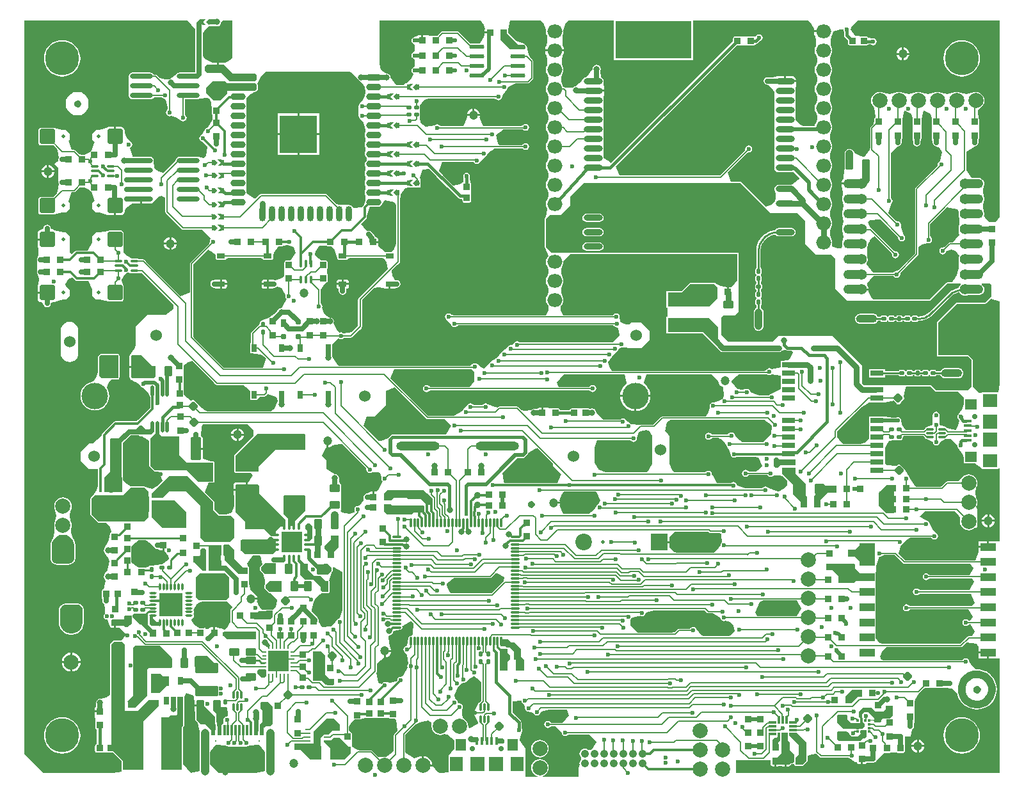
<source format=gtl>
G04*
G04 #@! TF.GenerationSoftware,Altium Limited,Altium Designer,20.2.6 (244)*
G04*
G04 Layer_Physical_Order=1*
G04 Layer_Color=255*
%FSLAX25Y25*%
%MOIN*%
G70*
G04*
G04 #@! TF.SameCoordinates,AF831D56-8FB5-4C83-99E9-C392C7947E84*
G04*
G04*
G04 #@! TF.FilePolarity,Positive*
G04*
G01*
G75*
%ADD10C,0.00787*%
%ADD11C,0.01181*%
%ADD12C,0.01000*%
%ADD19C,0.01378*%
%ADD20C,0.00500*%
%ADD21C,0.01968*%
%ADD23C,0.00984*%
%ADD24C,0.02756*%
%ADD31C,0.03937*%
%ADD159C,0.02362*%
G04:AMPARAMS|DCode=160|XSize=11.81mil|YSize=38.98mil|CornerRadius=1.18mil|HoleSize=0mil|Usage=FLASHONLY|Rotation=90.000|XOffset=0mil|YOffset=0mil|HoleType=Round|Shape=RoundedRectangle|*
%AMROUNDEDRECTD160*
21,1,0.01181,0.03661,0,0,90.0*
21,1,0.00945,0.03898,0,0,90.0*
1,1,0.00236,0.01831,0.00472*
1,1,0.00236,0.01831,-0.00472*
1,1,0.00236,-0.01831,-0.00472*
1,1,0.00236,-0.01831,0.00472*
%
%ADD160ROUNDEDRECTD160*%
G04:AMPARAMS|DCode=161|XSize=11.81mil|YSize=38.98mil|CornerRadius=1.18mil|HoleSize=0mil|Usage=FLASHONLY|Rotation=0.000|XOffset=0mil|YOffset=0mil|HoleType=Round|Shape=RoundedRectangle|*
%AMROUNDEDRECTD161*
21,1,0.01181,0.03661,0,0,0.0*
21,1,0.00945,0.03898,0,0,0.0*
1,1,0.00236,0.00472,-0.01831*
1,1,0.00236,-0.00472,-0.01831*
1,1,0.00236,-0.00472,0.01831*
1,1,0.00236,0.00472,0.01831*
%
%ADD161ROUNDEDRECTD161*%
%ADD162R,0.02362X0.05709*%
%ADD163R,0.01181X0.05709*%
%ADD164R,0.01575X0.03150*%
G04:AMPARAMS|DCode=165|XSize=27.56mil|YSize=118.11mil|CornerRadius=13.78mil|HoleSize=0mil|Usage=FLASHONLY|Rotation=90.000|XOffset=0mil|YOffset=0mil|HoleType=Round|Shape=RoundedRectangle|*
%AMROUNDEDRECTD165*
21,1,0.02756,0.09055,0,0,90.0*
21,1,0.00000,0.11811,0,0,90.0*
1,1,0.02756,0.04528,0.00000*
1,1,0.02756,0.04528,0.00000*
1,1,0.02756,-0.04528,0.00000*
1,1,0.02756,-0.04528,0.00000*
%
%ADD165ROUNDEDRECTD165*%
G04:AMPARAMS|DCode=166|XSize=40.16mil|YSize=14.17mil|CornerRadius=7.09mil|HoleSize=0mil|Usage=FLASHONLY|Rotation=0.000|XOffset=0mil|YOffset=0mil|HoleType=Round|Shape=RoundedRectangle|*
%AMROUNDEDRECTD166*
21,1,0.04016,0.00000,0,0,0.0*
21,1,0.02598,0.01417,0,0,0.0*
1,1,0.01417,0.01299,0.00000*
1,1,0.01417,-0.01299,0.00000*
1,1,0.01417,-0.01299,0.00000*
1,1,0.01417,0.01299,0.00000*
%
%ADD166ROUNDEDRECTD166*%
G04:AMPARAMS|DCode=167|XSize=78.74mil|YSize=35.43mil|CornerRadius=17.72mil|HoleSize=0mil|Usage=FLASHONLY|Rotation=180.000|XOffset=0mil|YOffset=0mil|HoleType=Round|Shape=RoundedRectangle|*
%AMROUNDEDRECTD167*
21,1,0.07874,0.00000,0,0,180.0*
21,1,0.04331,0.03543,0,0,180.0*
1,1,0.03543,-0.02165,0.00000*
1,1,0.03543,0.02165,0.00000*
1,1,0.03543,0.02165,0.00000*
1,1,0.03543,-0.02165,0.00000*
%
%ADD167ROUNDEDRECTD167*%
G04:AMPARAMS|DCode=168|XSize=78.74mil|YSize=35.43mil|CornerRadius=17.72mil|HoleSize=0mil|Usage=FLASHONLY|Rotation=90.000|XOffset=0mil|YOffset=0mil|HoleType=Round|Shape=RoundedRectangle|*
%AMROUNDEDRECTD168*
21,1,0.07874,0.00000,0,0,90.0*
21,1,0.04331,0.03543,0,0,90.0*
1,1,0.03543,0.00000,0.02165*
1,1,0.03543,0.00000,-0.02165*
1,1,0.03543,0.00000,-0.02165*
1,1,0.03543,0.00000,0.02165*
%
%ADD168ROUNDEDRECTD168*%
%ADD169R,0.19685X0.19685*%
G04:AMPARAMS|DCode=170|XSize=35.43mil|YSize=31.5mil|CornerRadius=3.15mil|HoleSize=0mil|Usage=FLASHONLY|Rotation=180.000|XOffset=0mil|YOffset=0mil|HoleType=Round|Shape=RoundedRectangle|*
%AMROUNDEDRECTD170*
21,1,0.03543,0.02520,0,0,180.0*
21,1,0.02913,0.03150,0,0,180.0*
1,1,0.00630,-0.01457,0.01260*
1,1,0.00630,0.01457,0.01260*
1,1,0.00630,0.01457,-0.01260*
1,1,0.00630,-0.01457,-0.01260*
%
%ADD170ROUNDEDRECTD170*%
G04:AMPARAMS|DCode=171|XSize=39.37mil|YSize=27.56mil|CornerRadius=2.76mil|HoleSize=0mil|Usage=FLASHONLY|Rotation=270.000|XOffset=0mil|YOffset=0mil|HoleType=Round|Shape=RoundedRectangle|*
%AMROUNDEDRECTD171*
21,1,0.03937,0.02205,0,0,270.0*
21,1,0.03386,0.02756,0,0,270.0*
1,1,0.00551,-0.01102,-0.01693*
1,1,0.00551,-0.01102,0.01693*
1,1,0.00551,0.01102,0.01693*
1,1,0.00551,0.01102,-0.01693*
%
%ADD171ROUNDEDRECTD171*%
G04:AMPARAMS|DCode=172|XSize=23.62mil|YSize=27.56mil|CornerRadius=2.36mil|HoleSize=0mil|Usage=FLASHONLY|Rotation=270.000|XOffset=0mil|YOffset=0mil|HoleType=Round|Shape=RoundedRectangle|*
%AMROUNDEDRECTD172*
21,1,0.02362,0.02284,0,0,270.0*
21,1,0.01890,0.02756,0,0,270.0*
1,1,0.00472,-0.01142,-0.00945*
1,1,0.00472,-0.01142,0.00945*
1,1,0.00472,0.01142,0.00945*
1,1,0.00472,0.01142,-0.00945*
%
%ADD172ROUNDEDRECTD172*%
G04:AMPARAMS|DCode=173|XSize=40.16mil|YSize=14.17mil|CornerRadius=7.09mil|HoleSize=0mil|Usage=FLASHONLY|Rotation=270.000|XOffset=0mil|YOffset=0mil|HoleType=Round|Shape=RoundedRectangle|*
%AMROUNDEDRECTD173*
21,1,0.04016,0.00000,0,0,270.0*
21,1,0.02598,0.01417,0,0,270.0*
1,1,0.01417,0.00000,-0.01299*
1,1,0.01417,0.00000,0.01299*
1,1,0.01417,0.00000,0.01299*
1,1,0.01417,0.00000,-0.01299*
%
%ADD173ROUNDEDRECTD173*%
%ADD174R,0.03976X0.01378*%
%ADD175R,0.01378X0.03976*%
G04:AMPARAMS|DCode=176|XSize=43.31mil|YSize=23.62mil|CornerRadius=2.36mil|HoleSize=0mil|Usage=FLASHONLY|Rotation=90.000|XOffset=0mil|YOffset=0mil|HoleType=Round|Shape=RoundedRectangle|*
%AMROUNDEDRECTD176*
21,1,0.04331,0.01890,0,0,90.0*
21,1,0.03858,0.02362,0,0,90.0*
1,1,0.00472,0.00945,0.01929*
1,1,0.00472,0.00945,-0.01929*
1,1,0.00472,-0.00945,-0.01929*
1,1,0.00472,-0.00945,0.01929*
%
%ADD176ROUNDEDRECTD176*%
G04:AMPARAMS|DCode=177|XSize=39.37mil|YSize=39.37mil|CornerRadius=3.94mil|HoleSize=0mil|Usage=FLASHONLY|Rotation=315.000|XOffset=0mil|YOffset=0mil|HoleType=Round|Shape=RoundedRectangle|*
%AMROUNDEDRECTD177*
21,1,0.03937,0.03150,0,0,315.0*
21,1,0.03150,0.03937,0,0,315.0*
1,1,0.00787,0.00000,-0.02227*
1,1,0.00787,-0.02227,0.00000*
1,1,0.00787,0.00000,0.02227*
1,1,0.00787,0.02227,0.00000*
%
%ADD177ROUNDEDRECTD177*%
G04:AMPARAMS|DCode=178|XSize=39.37mil|YSize=39.37mil|CornerRadius=3.94mil|HoleSize=0mil|Usage=FLASHONLY|Rotation=225.000|XOffset=0mil|YOffset=0mil|HoleType=Round|Shape=RoundedRectangle|*
%AMROUNDEDRECTD178*
21,1,0.03937,0.03150,0,0,225.0*
21,1,0.03150,0.03937,0,0,225.0*
1,1,0.00787,-0.02227,0.00000*
1,1,0.00787,0.00000,0.02227*
1,1,0.00787,0.02227,0.00000*
1,1,0.00787,0.00000,-0.02227*
%
%ADD178ROUNDEDRECTD178*%
G04:AMPARAMS|DCode=179|XSize=78.74mil|YSize=78.74mil|CornerRadius=7.87mil|HoleSize=0mil|Usage=FLASHONLY|Rotation=90.000|XOffset=0mil|YOffset=0mil|HoleType=Round|Shape=RoundedRectangle|*
%AMROUNDEDRECTD179*
21,1,0.07874,0.06299,0,0,90.0*
21,1,0.06299,0.07874,0,0,90.0*
1,1,0.01575,0.03150,0.03150*
1,1,0.01575,0.03150,-0.03150*
1,1,0.01575,-0.03150,-0.03150*
1,1,0.01575,-0.03150,0.03150*
%
%ADD179ROUNDEDRECTD179*%
G04:AMPARAMS|DCode=180|XSize=31.5mil|YSize=35.43mil|CornerRadius=3.15mil|HoleSize=0mil|Usage=FLASHONLY|Rotation=270.000|XOffset=0mil|YOffset=0mil|HoleType=Round|Shape=RoundedRectangle|*
%AMROUNDEDRECTD180*
21,1,0.03150,0.02913,0,0,270.0*
21,1,0.02520,0.03543,0,0,270.0*
1,1,0.00630,-0.01457,-0.01260*
1,1,0.00630,-0.01457,0.01260*
1,1,0.00630,0.01457,0.01260*
1,1,0.00630,0.01457,-0.01260*
%
%ADD180ROUNDEDRECTD180*%
G04:AMPARAMS|DCode=181|XSize=43.31mil|YSize=27.56mil|CornerRadius=2.76mil|HoleSize=0mil|Usage=FLASHONLY|Rotation=270.000|XOffset=0mil|YOffset=0mil|HoleType=Round|Shape=RoundedRectangle|*
%AMROUNDEDRECTD181*
21,1,0.04331,0.02205,0,0,270.0*
21,1,0.03780,0.02756,0,0,270.0*
1,1,0.00551,-0.01102,-0.01890*
1,1,0.00551,-0.01102,0.01890*
1,1,0.00551,0.01102,0.01890*
1,1,0.00551,0.01102,-0.01890*
%
%ADD181ROUNDEDRECTD181*%
G04:AMPARAMS|DCode=182|XSize=43.31mil|YSize=27.56mil|CornerRadius=2.76mil|HoleSize=0mil|Usage=FLASHONLY|Rotation=0.000|XOffset=0mil|YOffset=0mil|HoleType=Round|Shape=RoundedRectangle|*
%AMROUNDEDRECTD182*
21,1,0.04331,0.02205,0,0,0.0*
21,1,0.03780,0.02756,0,0,0.0*
1,1,0.00551,0.01890,-0.01102*
1,1,0.00551,-0.01890,-0.01102*
1,1,0.00551,-0.01890,0.01102*
1,1,0.00551,0.01890,0.01102*
%
%ADD182ROUNDEDRECTD182*%
G04:AMPARAMS|DCode=183|XSize=35.83mil|YSize=32.68mil|CornerRadius=3.27mil|HoleSize=0mil|Usage=FLASHONLY|Rotation=90.000|XOffset=0mil|YOffset=0mil|HoleType=Round|Shape=RoundedRectangle|*
%AMROUNDEDRECTD183*
21,1,0.03583,0.02614,0,0,90.0*
21,1,0.02929,0.03268,0,0,90.0*
1,1,0.00654,0.01307,0.01465*
1,1,0.00654,0.01307,-0.01465*
1,1,0.00654,-0.01307,-0.01465*
1,1,0.00654,-0.01307,0.01465*
%
%ADD183ROUNDEDRECTD183*%
G04:AMPARAMS|DCode=184|XSize=35.83mil|YSize=32.68mil|CornerRadius=3.27mil|HoleSize=0mil|Usage=FLASHONLY|Rotation=0.000|XOffset=0mil|YOffset=0mil|HoleType=Round|Shape=RoundedRectangle|*
%AMROUNDEDRECTD184*
21,1,0.03583,0.02614,0,0,0.0*
21,1,0.02929,0.03268,0,0,0.0*
1,1,0.00654,0.01465,-0.01307*
1,1,0.00654,-0.01465,-0.01307*
1,1,0.00654,-0.01465,0.01307*
1,1,0.00654,0.01465,0.01307*
%
%ADD184ROUNDEDRECTD184*%
G04:AMPARAMS|DCode=185|XSize=19.68mil|YSize=23.62mil|CornerRadius=1.97mil|HoleSize=0mil|Usage=FLASHONLY|Rotation=0.000|XOffset=0mil|YOffset=0mil|HoleType=Round|Shape=RoundedRectangle|*
%AMROUNDEDRECTD185*
21,1,0.01968,0.01968,0,0,0.0*
21,1,0.01575,0.02362,0,0,0.0*
1,1,0.00394,0.00787,-0.00984*
1,1,0.00394,-0.00787,-0.00984*
1,1,0.00394,-0.00787,0.00984*
1,1,0.00394,0.00787,0.00984*
%
%ADD185ROUNDEDRECTD185*%
%ADD186R,0.07480X0.07480*%
G04:AMPARAMS|DCode=187|XSize=39.37mil|YSize=15.75mil|CornerRadius=1.58mil|HoleSize=0mil|Usage=FLASHONLY|Rotation=180.000|XOffset=0mil|YOffset=0mil|HoleType=Round|Shape=RoundedRectangle|*
%AMROUNDEDRECTD187*
21,1,0.03937,0.01260,0,0,180.0*
21,1,0.03622,0.01575,0,0,180.0*
1,1,0.00315,-0.01811,0.00630*
1,1,0.00315,0.01811,0.00630*
1,1,0.00315,0.01811,-0.00630*
1,1,0.00315,-0.01811,-0.00630*
%
%ADD187ROUNDEDRECTD187*%
%ADD188R,0.07480X0.07087*%
%ADD189R,0.06299X0.05512*%
G04:AMPARAMS|DCode=190|XSize=59.06mil|YSize=19.29mil|CornerRadius=9.65mil|HoleSize=0mil|Usage=FLASHONLY|Rotation=270.000|XOffset=0mil|YOffset=0mil|HoleType=Round|Shape=RoundedRectangle|*
%AMROUNDEDRECTD190*
21,1,0.05906,0.00000,0,0,270.0*
21,1,0.03976,0.01929,0,0,270.0*
1,1,0.01929,0.00000,-0.01988*
1,1,0.01929,0.00000,0.01988*
1,1,0.01929,0.00000,0.01988*
1,1,0.01929,0.00000,-0.01988*
%
%ADD190ROUNDEDRECTD190*%
G04:AMPARAMS|DCode=191|XSize=55.12mil|YSize=64.33mil|CornerRadius=2.76mil|HoleSize=0mil|Usage=FLASHONLY|Rotation=90.000|XOffset=0mil|YOffset=0mil|HoleType=Round|Shape=RoundedRectangle|*
%AMROUNDEDRECTD191*
21,1,0.05512,0.05882,0,0,90.0*
21,1,0.04961,0.06433,0,0,90.0*
1,1,0.00551,0.02941,0.02480*
1,1,0.00551,0.02941,-0.02480*
1,1,0.00551,-0.02941,-0.02480*
1,1,0.00551,-0.02941,0.02480*
%
%ADD191ROUNDEDRECTD191*%
G04:AMPARAMS|DCode=192|XSize=98.43mil|YSize=90.55mil|CornerRadius=4.53mil|HoleSize=0mil|Usage=FLASHONLY|Rotation=270.000|XOffset=0mil|YOffset=0mil|HoleType=Round|Shape=RoundedRectangle|*
%AMROUNDEDRECTD192*
21,1,0.09843,0.08150,0,0,270.0*
21,1,0.08937,0.09055,0,0,270.0*
1,1,0.00906,-0.04075,-0.04469*
1,1,0.00906,-0.04075,0.04469*
1,1,0.00906,0.04075,0.04469*
1,1,0.00906,0.04075,-0.04469*
%
%ADD192ROUNDEDRECTD192*%
G04:AMPARAMS|DCode=193|XSize=55.12mil|YSize=11.81mil|CornerRadius=1.18mil|HoleSize=0mil|Usage=FLASHONLY|Rotation=90.000|XOffset=0mil|YOffset=0mil|HoleType=Round|Shape=RoundedRectangle|*
%AMROUNDEDRECTD193*
21,1,0.05512,0.00945,0,0,90.0*
21,1,0.05276,0.01181,0,0,90.0*
1,1,0.00236,0.00472,0.02638*
1,1,0.00236,0.00472,-0.02638*
1,1,0.00236,-0.00472,-0.02638*
1,1,0.00236,-0.00472,0.02638*
%
%ADD193ROUNDEDRECTD193*%
G04:AMPARAMS|DCode=194|XSize=55.12mil|YSize=11.81mil|CornerRadius=1.18mil|HoleSize=0mil|Usage=FLASHONLY|Rotation=180.000|XOffset=0mil|YOffset=0mil|HoleType=Round|Shape=RoundedRectangle|*
%AMROUNDEDRECTD194*
21,1,0.05512,0.00945,0,0,180.0*
21,1,0.05276,0.01181,0,0,180.0*
1,1,0.00236,-0.02638,0.00472*
1,1,0.00236,0.02638,0.00472*
1,1,0.00236,0.02638,-0.00472*
1,1,0.00236,-0.02638,-0.00472*
%
%ADD194ROUNDEDRECTD194*%
G04:AMPARAMS|DCode=195|XSize=98.43mil|YSize=90.55mil|CornerRadius=4.53mil|HoleSize=0mil|Usage=FLASHONLY|Rotation=0.000|XOffset=0mil|YOffset=0mil|HoleType=Round|Shape=RoundedRectangle|*
%AMROUNDEDRECTD195*
21,1,0.09843,0.08150,0,0,0.0*
21,1,0.08937,0.09055,0,0,0.0*
1,1,0.00906,0.04469,-0.04075*
1,1,0.00906,-0.04469,-0.04075*
1,1,0.00906,-0.04469,0.04075*
1,1,0.00906,0.04469,0.04075*
%
%ADD195ROUNDEDRECTD195*%
G04:AMPARAMS|DCode=196|XSize=55.12mil|YSize=64.33mil|CornerRadius=2.76mil|HoleSize=0mil|Usage=FLASHONLY|Rotation=180.000|XOffset=0mil|YOffset=0mil|HoleType=Round|Shape=RoundedRectangle|*
%AMROUNDEDRECTD196*
21,1,0.05512,0.05882,0,0,180.0*
21,1,0.04961,0.06433,0,0,180.0*
1,1,0.00551,-0.02480,0.02941*
1,1,0.00551,0.02480,0.02941*
1,1,0.00551,0.02480,-0.02941*
1,1,0.00551,-0.02480,-0.02941*
%
%ADD196ROUNDEDRECTD196*%
%ADD197R,0.01378X0.01476*%
%ADD198R,0.01476X0.01378*%
%ADD199R,0.01181X0.01181*%
%ADD200O,0.01181X0.03150*%
%ADD201R,0.01181X0.01181*%
%ADD202O,0.03150X0.01181*%
%ADD203R,0.10630X0.10630*%
%ADD204R,0.05512X0.06299*%
%ADD205R,0.07087X0.07480*%
G04:AMPARAMS|DCode=206|XSize=39.37mil|YSize=15.75mil|CornerRadius=1.58mil|HoleSize=0mil|Usage=FLASHONLY|Rotation=90.000|XOffset=0mil|YOffset=0mil|HoleType=Round|Shape=RoundedRectangle|*
%AMROUNDEDRECTD206*
21,1,0.03937,0.01260,0,0,90.0*
21,1,0.03622,0.01575,0,0,90.0*
1,1,0.00315,0.00630,0.01811*
1,1,0.00315,0.00630,-0.01811*
1,1,0.00315,-0.00630,-0.01811*
1,1,0.00315,-0.00630,0.01811*
%
%ADD206ROUNDEDRECTD206*%
%ADD207R,0.07480X0.07480*%
G04:AMPARAMS|DCode=208|XSize=11.81mil|YSize=38.19mil|CornerRadius=5.91mil|HoleSize=0mil|Usage=FLASHONLY|Rotation=270.000|XOffset=0mil|YOffset=0mil|HoleType=Round|Shape=RoundedRectangle|*
%AMROUNDEDRECTD208*
21,1,0.01181,0.02638,0,0,270.0*
21,1,0.00000,0.03819,0,0,270.0*
1,1,0.01181,-0.01319,0.00000*
1,1,0.01181,-0.01319,0.00000*
1,1,0.01181,0.01319,0.00000*
1,1,0.01181,0.01319,0.00000*
%
%ADD208ROUNDEDRECTD208*%
G04:AMPARAMS|DCode=209|XSize=11.81mil|YSize=38.19mil|CornerRadius=5.91mil|HoleSize=0mil|Usage=FLASHONLY|Rotation=0.000|XOffset=0mil|YOffset=0mil|HoleType=Round|Shape=RoundedRectangle|*
%AMROUNDEDRECTD209*
21,1,0.01181,0.02638,0,0,0.0*
21,1,0.00000,0.03819,0,0,0.0*
1,1,0.01181,0.00000,-0.01319*
1,1,0.01181,0.00000,-0.01319*
1,1,0.01181,0.00000,0.01319*
1,1,0.01181,0.00000,0.01319*
%
%ADD209ROUNDEDRECTD209*%
%ADD210R,0.12402X0.12402*%
G04:AMPARAMS|DCode=211|XSize=98.43mil|YSize=31.5mil|CornerRadius=15.75mil|HoleSize=0mil|Usage=FLASHONLY|Rotation=0.000|XOffset=0mil|YOffset=0mil|HoleType=Round|Shape=RoundedRectangle|*
%AMROUNDEDRECTD211*
21,1,0.09843,0.00000,0,0,0.0*
21,1,0.06693,0.03150,0,0,0.0*
1,1,0.03150,0.03347,0.00000*
1,1,0.03150,-0.03347,0.00000*
1,1,0.03150,-0.03347,0.00000*
1,1,0.03150,0.03347,0.00000*
%
%ADD211ROUNDEDRECTD211*%
%ADD212R,0.03543X0.03937*%
G04:AMPARAMS|DCode=213|XSize=25.59mil|YSize=9.84mil|CornerRadius=0.98mil|HoleSize=0mil|Usage=FLASHONLY|Rotation=0.000|XOffset=0mil|YOffset=0mil|HoleType=Round|Shape=RoundedRectangle|*
%AMROUNDEDRECTD213*
21,1,0.02559,0.00787,0,0,0.0*
21,1,0.02362,0.00984,0,0,0.0*
1,1,0.00197,0.01181,-0.00394*
1,1,0.00197,-0.01181,-0.00394*
1,1,0.00197,-0.01181,0.00394*
1,1,0.00197,0.01181,0.00394*
%
%ADD213ROUNDEDRECTD213*%
G04:AMPARAMS|DCode=214|XSize=35.43mil|YSize=31.5mil|CornerRadius=3.15mil|HoleSize=0mil|Usage=FLASHONLY|Rotation=270.000|XOffset=0mil|YOffset=0mil|HoleType=Round|Shape=RoundedRectangle|*
%AMROUNDEDRECTD214*
21,1,0.03543,0.02520,0,0,270.0*
21,1,0.02913,0.03150,0,0,270.0*
1,1,0.00630,-0.01260,-0.01457*
1,1,0.00630,-0.01260,0.01457*
1,1,0.00630,0.01260,0.01457*
1,1,0.00630,0.01260,-0.01457*
%
%ADD214ROUNDEDRECTD214*%
G04:AMPARAMS|DCode=215|XSize=78.74mil|YSize=66.93mil|CornerRadius=6.69mil|HoleSize=0mil|Usage=FLASHONLY|Rotation=270.000|XOffset=0mil|YOffset=0mil|HoleType=Round|Shape=RoundedRectangle|*
%AMROUNDEDRECTD215*
21,1,0.07874,0.05354,0,0,270.0*
21,1,0.06535,0.06693,0,0,270.0*
1,1,0.01339,-0.02677,-0.03268*
1,1,0.01339,-0.02677,0.03268*
1,1,0.01339,0.02677,0.03268*
1,1,0.01339,0.02677,-0.03268*
%
%ADD215ROUNDEDRECTD215*%
G04:AMPARAMS|DCode=216|XSize=52.76mil|YSize=118.9mil|CornerRadius=5.28mil|HoleSize=0mil|Usage=FLASHONLY|Rotation=0.000|XOffset=0mil|YOffset=0mil|HoleType=Round|Shape=RoundedRectangle|*
%AMROUNDEDRECTD216*
21,1,0.05276,0.10835,0,0,0.0*
21,1,0.04221,0.11890,0,0,0.0*
1,1,0.01055,0.02110,-0.05417*
1,1,0.01055,-0.02110,-0.05417*
1,1,0.01055,-0.02110,0.05417*
1,1,0.01055,0.02110,0.05417*
%
%ADD216ROUNDEDRECTD216*%
G04:AMPARAMS|DCode=217|XSize=52.76mil|YSize=118.9mil|CornerRadius=5.28mil|HoleSize=0mil|Usage=FLASHONLY|Rotation=270.000|XOffset=0mil|YOffset=0mil|HoleType=Round|Shape=RoundedRectangle|*
%AMROUNDEDRECTD217*
21,1,0.05276,0.10835,0,0,270.0*
21,1,0.04221,0.11890,0,0,270.0*
1,1,0.01055,-0.05417,-0.02110*
1,1,0.01055,-0.05417,0.02110*
1,1,0.01055,0.05417,0.02110*
1,1,0.01055,0.05417,-0.02110*
%
%ADD217ROUNDEDRECTD217*%
G04:AMPARAMS|DCode=218|XSize=55.12mil|YSize=39.37mil|CornerRadius=3.94mil|HoleSize=0mil|Usage=FLASHONLY|Rotation=270.000|XOffset=0mil|YOffset=0mil|HoleType=Round|Shape=RoundedRectangle|*
%AMROUNDEDRECTD218*
21,1,0.05512,0.03150,0,0,270.0*
21,1,0.04724,0.03937,0,0,270.0*
1,1,0.00787,-0.01575,-0.02362*
1,1,0.00787,-0.01575,0.02362*
1,1,0.00787,0.01575,0.02362*
1,1,0.00787,0.01575,-0.02362*
%
%ADD218ROUNDEDRECTD218*%
G04:AMPARAMS|DCode=219|XSize=55.12mil|YSize=39.37mil|CornerRadius=3.94mil|HoleSize=0mil|Usage=FLASHONLY|Rotation=180.000|XOffset=0mil|YOffset=0mil|HoleType=Round|Shape=RoundedRectangle|*
%AMROUNDEDRECTD219*
21,1,0.05512,0.03150,0,0,180.0*
21,1,0.04724,0.03937,0,0,180.0*
1,1,0.00787,-0.02362,0.01575*
1,1,0.00787,0.02362,0.01575*
1,1,0.00787,0.02362,-0.01575*
1,1,0.00787,-0.02362,-0.01575*
%
%ADD219ROUNDEDRECTD219*%
G04:AMPARAMS|DCode=220|XSize=31.5mil|YSize=35.43mil|CornerRadius=3.15mil|HoleSize=0mil|Usage=FLASHONLY|Rotation=0.000|XOffset=0mil|YOffset=0mil|HoleType=Round|Shape=RoundedRectangle|*
%AMROUNDEDRECTD220*
21,1,0.03150,0.02913,0,0,0.0*
21,1,0.02520,0.03543,0,0,0.0*
1,1,0.00630,0.01260,-0.01457*
1,1,0.00630,-0.01260,-0.01457*
1,1,0.00630,-0.01260,0.01457*
1,1,0.00630,0.01260,0.01457*
%
%ADD220ROUNDEDRECTD220*%
G04:AMPARAMS|DCode=221|XSize=19.68mil|YSize=23.62mil|CornerRadius=1.97mil|HoleSize=0mil|Usage=FLASHONLY|Rotation=90.000|XOffset=0mil|YOffset=0mil|HoleType=Round|Shape=RoundedRectangle|*
%AMROUNDEDRECTD221*
21,1,0.01968,0.01968,0,0,90.0*
21,1,0.01575,0.02362,0,0,90.0*
1,1,0.00394,0.00984,0.00787*
1,1,0.00394,0.00984,-0.00787*
1,1,0.00394,-0.00984,-0.00787*
1,1,0.00394,-0.00984,0.00787*
%
%ADD221ROUNDEDRECTD221*%
G04:AMPARAMS|DCode=222|XSize=137.8mil|YSize=62.99mil|CornerRadius=6.3mil|HoleSize=0mil|Usage=FLASHONLY|Rotation=90.000|XOffset=0mil|YOffset=0mil|HoleType=Round|Shape=RoundedRectangle|*
%AMROUNDEDRECTD222*
21,1,0.13780,0.05039,0,0,90.0*
21,1,0.12520,0.06299,0,0,90.0*
1,1,0.01260,0.02520,0.06260*
1,1,0.01260,0.02520,-0.06260*
1,1,0.01260,-0.02520,-0.06260*
1,1,0.01260,-0.02520,0.06260*
%
%ADD222ROUNDEDRECTD222*%
%ADD223R,0.10827X0.27559*%
%ADD224R,0.20866X0.07480*%
%ADD225R,0.11024X0.07874*%
%ADD226R,0.03937X0.03543*%
%ADD227R,0.05512X0.07874*%
G04:AMPARAMS|DCode=228|XSize=39.37mil|YSize=110.24mil|CornerRadius=19.68mil|HoleSize=0mil|Usage=FLASHONLY|Rotation=180.000|XOffset=0mil|YOffset=0mil|HoleType=Round|Shape=RoundedRectangle|*
%AMROUNDEDRECTD228*
21,1,0.03937,0.07087,0,0,180.0*
21,1,0.00000,0.11024,0,0,180.0*
1,1,0.03937,0.00000,0.03543*
1,1,0.03937,0.00000,0.03543*
1,1,0.03937,0.00000,-0.03543*
1,1,0.03937,0.00000,-0.03543*
%
%ADD228ROUNDEDRECTD228*%
%ADD229R,0.07874X0.05512*%
G04:AMPARAMS|DCode=230|XSize=39.37mil|YSize=110.24mil|CornerRadius=19.68mil|HoleSize=0mil|Usage=FLASHONLY|Rotation=270.000|XOffset=0mil|YOffset=0mil|HoleType=Round|Shape=RoundedRectangle|*
%AMROUNDEDRECTD230*
21,1,0.03937,0.07087,0,0,270.0*
21,1,0.00000,0.11024,0,0,270.0*
1,1,0.03937,-0.03543,0.00000*
1,1,0.03937,-0.03543,0.00000*
1,1,0.03937,0.03543,0.00000*
1,1,0.03937,0.03543,0.00000*
%
%ADD230ROUNDEDRECTD230*%
%ADD231R,0.07087X0.03150*%
G04:AMPARAMS|DCode=232|XSize=47.24mil|YSize=102.36mil|CornerRadius=23.62mil|HoleSize=0mil|Usage=FLASHONLY|Rotation=270.000|XOffset=0mil|YOffset=0mil|HoleType=Round|Shape=RoundedRectangle|*
%AMROUNDEDRECTD232*
21,1,0.04724,0.05512,0,0,270.0*
21,1,0.00000,0.10236,0,0,270.0*
1,1,0.04724,-0.02756,0.00000*
1,1,0.04724,-0.02756,0.00000*
1,1,0.04724,0.02756,0.00000*
1,1,0.04724,0.02756,0.00000*
%
%ADD232ROUNDEDRECTD232*%
%ADD233O,0.02362X0.00984*%
%ADD234O,0.00984X0.02362*%
%ADD235R,0.11024X0.11024*%
%ADD236O,0.01181X0.04724*%
%ADD237O,0.04724X0.01181*%
G04:AMPARAMS|DCode=238|XSize=78mil|YSize=22mil|CornerRadius=11mil|HoleSize=0mil|Usage=FLASHONLY|Rotation=0.000|XOffset=0mil|YOffset=0mil|HoleType=Round|Shape=RoundedRectangle|*
%AMROUNDEDRECTD238*
21,1,0.07800,0.00000,0,0,0.0*
21,1,0.05600,0.02200,0,0,0.0*
1,1,0.02200,0.02800,0.00000*
1,1,0.02200,-0.02800,0.00000*
1,1,0.02200,-0.02800,0.00000*
1,1,0.02200,0.02800,0.00000*
%
%ADD238ROUNDEDRECTD238*%
%ADD239O,0.22638X0.04528*%
%ADD240C,0.02559*%
%ADD241C,0.03150*%
%ADD242C,0.01575*%
%ADD243C,0.04331*%
%ADD244C,0.01929*%
%ADD245C,0.05512*%
%ADD246C,0.00630*%
%ADD247C,0.06299*%
%ADD248R,0.39370X0.19685*%
%ADD249C,0.00787*%
%ADD250O,0.03937X0.06299*%
%ADD251O,0.03937X0.08268*%
%ADD252C,0.07874*%
%ADD253C,0.06000*%
%ADD254C,0.13780*%
%ADD255C,0.01968*%
%ADD256C,0.04724*%
%ADD257C,0.04134*%
%ADD258C,0.03543*%
%ADD259C,0.02756*%
%ADD260O,0.07874X0.07087*%
%ADD261C,0.17717*%
%ADD262R,0.08661X0.08661*%
%ADD263C,0.08661*%
%ADD264R,0.07874X0.03937*%
%ADD265C,0.05512*%
%ADD266C,0.02362*%
%ADD267C,0.03150*%
G36*
X100197Y393701D02*
X100098D01*
X98524Y395276D01*
X100098Y396850D01*
X100197D01*
Y393701D01*
D02*
G37*
G36*
X96949Y395276D02*
X98524Y393701D01*
X96654D01*
Y396850D01*
X98524D01*
X96949Y395276D01*
D02*
G37*
G36*
X112205Y376483D02*
X110050Y374926D01*
X108460Y374152D01*
X107654Y373956D01*
X107480Y373980D01*
X107087Y374059D01*
X105224D01*
Y373228D01*
X107874D01*
X112598Y368504D01*
X124016Y368504D01*
X124803Y367717D01*
X124803Y365354D01*
X124016Y364567D01*
X111024D01*
X106693Y368898D01*
X99213D01*
X98032Y370079D01*
X98032Y372047D01*
X99213Y373228D01*
X104224D01*
Y374059D01*
X102362D01*
X101818Y373951D01*
X97899Y376043D01*
X96789Y377881D01*
Y389512D01*
X98201Y391381D01*
X100098Y393062D01*
X100197Y393062D01*
X100197Y393062D01*
X100203Y393064D01*
X102264Y393110D01*
X104331Y393068D01*
X104331Y393068D01*
X104331Y393068D01*
X105176Y393236D01*
X105176Y393236D01*
X105892Y393714D01*
X105892D01*
X106370Y394431D01*
X106370Y394431D01*
X106538Y395276D01*
X107185Y396063D01*
X112205D01*
X112205Y376483D01*
D02*
G37*
G36*
X243103Y393603D02*
X243744Y391590D01*
X243722Y391339D01*
X243659Y391024D01*
Y390264D01*
X246457D01*
Y389264D01*
X243659D01*
X243659Y388504D01*
X243377Y387565D01*
X241701Y384686D01*
X241161Y384027D01*
X236713D01*
X236156Y384161D01*
X232771Y387546D01*
X230237Y390080D01*
X229912Y390297D01*
X229528Y390374D01*
X228094D01*
X223013D01*
X221654D01*
X221270Y390297D01*
X220944Y390080D01*
X219063Y388198D01*
X217481Y388110D01*
X217376Y388110D01*
X215435Y388246D01*
X213476Y388425D01*
X212382Y388526D01*
X211622Y388526D01*
Y385728D01*
X210622D01*
Y388526D01*
X210086D01*
X209862Y388526D01*
X209862Y388526D01*
X209862Y388526D01*
X209349Y388424D01*
X209349Y388424D01*
X206942Y387286D01*
X206571Y387212D01*
X206050Y386864D01*
X206050Y386864D01*
X205702Y386343D01*
X205702Y386343D01*
X205579Y385728D01*
X205579Y385728D01*
X205702Y385114D01*
X205702Y385114D01*
X206050Y384593D01*
X206571Y384245D01*
X207185Y383200D01*
Y380383D01*
X206571Y379338D01*
X206050Y378990D01*
Y378990D01*
X205702Y378469D01*
X205702Y378469D01*
X205579Y377854D01*
X205702Y377240D01*
X205702Y377240D01*
X206050Y376719D01*
Y376719D01*
X206571Y376371D01*
X207185Y375326D01*
Y373099D01*
X207185Y372509D01*
X206571Y371464D01*
X206050Y371116D01*
X206050Y371116D01*
X205702Y370595D01*
X205579Y369980D01*
X205579Y369980D01*
X205579Y369980D01*
X205702Y369366D01*
X205702Y369366D01*
X206050Y368845D01*
Y368845D01*
X206571Y368497D01*
X206628Y368221D01*
X205723Y366226D01*
X203082Y363551D01*
X202461Y363543D01*
X201210Y362381D01*
X198037D01*
X196711Y363595D01*
X194665Y366378D01*
X194512Y367146D01*
X194077Y367797D01*
X193426Y368232D01*
X192823Y368352D01*
X191984Y368814D01*
X189564Y370358D01*
X189154Y371962D01*
X188976Y373465D01*
Y373827D01*
Y396063D01*
X241671D01*
X243103Y393603D01*
D02*
G37*
G36*
X511811Y396063D02*
X511811D01*
X511811Y363386D01*
Y293699D01*
X511005Y292316D01*
X510035Y291002D01*
X506438Y291015D01*
X504375Y293412D01*
X503716Y294492D01*
X503763Y294603D01*
X503763Y294603D01*
X503864Y295374D01*
X503763Y296145D01*
X503763Y296145D01*
X503628Y296469D01*
X503241Y299311D01*
X503628Y302153D01*
X503763Y302477D01*
X503763Y302477D01*
X503864Y303248D01*
X503763Y304019D01*
X503763Y304019D01*
X503628Y304344D01*
X503241Y307185D01*
X503628Y310027D01*
X503763Y310351D01*
X503763Y310351D01*
X503864Y311122D01*
X503864Y311122D01*
X503763Y311893D01*
X503763Y311893D01*
X503763Y311893D01*
X503465Y312611D01*
Y312611D01*
X503465Y312611D01*
X502992Y313228D01*
Y313228D01*
X502375Y313701D01*
X502375Y313701D01*
X501657Y313999D01*
X501657Y313999D01*
X500886Y314100D01*
X500886Y314100D01*
X500544Y314100D01*
X500543Y314100D01*
X499358Y314100D01*
X497584D01*
X496557Y315167D01*
X494659Y317961D01*
X494577Y318363D01*
X494558Y318747D01*
Y319561D01*
Y327595D01*
X495308Y328231D01*
X498858Y330475D01*
X499588Y330620D01*
X500207Y331034D01*
X500620Y331652D01*
X500620Y331652D01*
X500765Y332382D01*
X501044Y334481D01*
X501129Y334607D01*
Y334607D01*
X501199Y334961D01*
X501199Y340370D01*
Y344567D01*
X501128Y344920D01*
X500928Y345220D01*
X500603Y348500D01*
X500595Y349527D01*
X501693Y350376D01*
X502639Y351102D01*
X503364Y352047D01*
X503821Y353149D01*
X503976Y354331D01*
X503821Y355513D01*
X503364Y356614D01*
X502639Y357560D01*
X501693Y358285D01*
X500591Y358742D01*
X499409Y358897D01*
X498228Y358742D01*
X497404Y358401D01*
X497126Y358285D01*
X494410Y357734D01*
X491693Y358285D01*
X491415Y358401D01*
X490591Y358742D01*
X489409Y358897D01*
X488228Y358742D01*
X487404Y358401D01*
X487126Y358285D01*
X484410Y357734D01*
X481693Y358285D01*
X481415Y358401D01*
X480591Y358742D01*
X479410Y358897D01*
X478228Y358742D01*
X477404Y358401D01*
X477126Y358285D01*
X474409Y357734D01*
X471693Y358285D01*
X471415Y358401D01*
X470591Y358742D01*
X469410Y358897D01*
X468227Y358742D01*
X467404Y358401D01*
X467126Y358285D01*
X464409Y357734D01*
X461693Y358285D01*
X461415Y358401D01*
X460591Y358742D01*
X459410Y358897D01*
X458227Y358742D01*
X457404Y358401D01*
X457126Y358285D01*
X454410Y357734D01*
X451693Y358285D01*
X451415Y358401D01*
X450591Y358742D01*
X449409Y358897D01*
X448228Y358742D01*
X447126Y358285D01*
X446180Y357560D01*
X445455Y356614D01*
X444998Y355513D01*
X444843Y354331D01*
X444998Y353149D01*
X445455Y352047D01*
X446180Y351102D01*
X446186Y351098D01*
X446536Y350829D01*
X447237Y345827D01*
X446709Y345220D01*
X446509Y344920D01*
X446439Y344567D01*
Y344203D01*
X446306Y342203D01*
X444670Y340567D01*
X444484Y340289D01*
X444419Y339961D01*
Y338639D01*
Y330528D01*
Y329597D01*
X444316Y328703D01*
X442242Y325958D01*
X441266Y325043D01*
X440967D01*
X440748Y325043D01*
X438743Y325769D01*
X437685Y326322D01*
X437015Y326690D01*
X436155Y327341D01*
X435897Y327964D01*
X435487Y328499D01*
X434952Y328909D01*
X434330Y329167D01*
X433662Y329255D01*
X433662Y329254D01*
X432994Y329167D01*
X432994Y329167D01*
X432993Y329167D01*
X432371Y328909D01*
X432371Y328909D01*
X431836Y328499D01*
X431836D01*
X431426Y327964D01*
X431426Y327964D01*
X431168Y327341D01*
X431168Y327341D01*
X431080Y326673D01*
X431080Y326673D01*
X431080Y325705D01*
X431080Y325705D01*
X431080Y324111D01*
X431080Y323622D01*
X431081Y321813D01*
X431083Y319388D01*
X430694Y314825D01*
X430438Y313566D01*
X430438Y313566D01*
X430378Y313520D01*
X429839Y312818D01*
X429500Y312000D01*
X429500Y312000D01*
X429450Y311622D01*
X435532D01*
Y310622D01*
X429450D01*
X429500Y310244D01*
X429500D01*
X430142Y306372D01*
X429797Y303248D01*
X429899Y302477D01*
X429899Y302477D01*
X430033Y302153D01*
X430106Y301620D01*
X430420Y299311D01*
X430033Y296469D01*
X429899Y296145D01*
X429899Y296145D01*
X429797Y295374D01*
X429899Y294603D01*
X429899Y294603D01*
X430033Y294279D01*
X430420Y291437D01*
X430033Y288595D01*
X429899Y288271D01*
X429899Y288271D01*
X429797Y287500D01*
X429899Y286729D01*
X429899Y286729D01*
X430033Y286404D01*
X430420Y283563D01*
X430033Y280721D01*
X429899Y280397D01*
X429899Y280397D01*
X429797Y279626D01*
X429899Y278855D01*
X429899Y278855D01*
X430033Y278531D01*
X430050Y278406D01*
X429441Y277497D01*
X427614Y277311D01*
X424435Y278508D01*
X424479Y279269D01*
X424520Y279366D01*
X424662Y280445D01*
X424520Y281524D01*
X424166Y282378D01*
X423440Y284412D01*
Y286477D01*
X424166Y288511D01*
X424520Y289366D01*
X424662Y290445D01*
X424520Y291524D01*
X424166Y292378D01*
X424103Y292530D01*
X423440Y294398D01*
Y296491D01*
X424103Y298360D01*
X424166Y298511D01*
X424520Y299366D01*
X424662Y300445D01*
X424520Y301524D01*
X424166Y302378D01*
X424103Y302530D01*
X423440Y304398D01*
Y306491D01*
X424103Y308360D01*
X424166Y308511D01*
X424520Y309366D01*
X424662Y310445D01*
X424520Y311524D01*
X424166Y312378D01*
X424103Y312530D01*
X423440Y314399D01*
Y316491D01*
X424103Y318360D01*
X424166Y318511D01*
X424520Y319366D01*
X424662Y320445D01*
X424520Y321524D01*
X424166Y322378D01*
X424103Y322530D01*
X423440Y324398D01*
Y326491D01*
X424103Y328360D01*
X424166Y328511D01*
X424520Y329366D01*
X424662Y330445D01*
X424520Y331524D01*
X424166Y332378D01*
X424103Y332530D01*
X423440Y334399D01*
Y336491D01*
X424103Y338360D01*
X424166Y338511D01*
X424520Y339366D01*
X424662Y340445D01*
X424520Y341524D01*
X424166Y342378D01*
X424103Y342530D01*
X423440Y344398D01*
Y346491D01*
X424103Y348360D01*
X424166Y348511D01*
X424520Y349366D01*
X424662Y350445D01*
X424520Y351524D01*
X424166Y352378D01*
X424103Y352530D01*
X423440Y354398D01*
Y356491D01*
X424103Y358360D01*
X424166Y358511D01*
X424520Y359366D01*
X424662Y360445D01*
X424520Y361524D01*
X424166Y362378D01*
X424103Y362530D01*
X423440Y364399D01*
Y366491D01*
X424103Y368360D01*
X424166Y368511D01*
X424520Y369366D01*
X424662Y370445D01*
X424520Y371524D01*
X424166Y372378D01*
X424103Y372530D01*
X423440Y374398D01*
Y376491D01*
X424103Y378360D01*
X424166Y378511D01*
X424520Y379366D01*
X424662Y380445D01*
X424520Y381524D01*
X424185Y382333D01*
X424087Y382623D01*
X424021Y382989D01*
X423856Y385408D01*
X424390Y388000D01*
X424461Y388154D01*
X424919Y389259D01*
X425075Y390445D01*
X428953Y391537D01*
X430477Y391339D01*
X430615Y390647D01*
X430878Y390252D01*
Y388426D01*
X430985Y387889D01*
X431290Y387433D01*
X432935Y385788D01*
X432935Y385496D01*
Y384126D01*
X432935Y384126D01*
X433006Y383768D01*
X433006Y383768D01*
X433209Y383465D01*
X433209Y383465D01*
X433512Y383262D01*
X433512Y383262D01*
X433512Y383262D01*
X433870Y383191D01*
X433870Y383191D01*
X437013Y383191D01*
X442705D01*
X443063Y383262D01*
X443366Y383465D01*
X443510Y383634D01*
X444977Y383634D01*
X445372Y383370D01*
X446063Y383233D01*
X446754Y383370D01*
X447340Y383762D01*
X447732Y384348D01*
X447869Y385039D01*
X447732Y385731D01*
X447340Y386317D01*
X446754Y386708D01*
X446063Y386846D01*
X443569Y387098D01*
X443366Y387401D01*
X443366Y387402D01*
X443063Y387604D01*
X442705Y387675D01*
X441152Y387675D01*
X436652Y388219D01*
X436652Y388219D01*
Y388219D01*
X434090Y391339D01*
X434090Y391339D01*
X434841Y393149D01*
X438358Y396063D01*
X511811D01*
Y396063D01*
D02*
G37*
G36*
X255315Y389469D02*
X261319Y383465D01*
X264173D01*
X264862Y382776D01*
Y381791D01*
X264272Y381201D01*
X256693D01*
X251772Y386122D01*
Y389961D01*
X255315D01*
Y389469D01*
D02*
G37*
G36*
X413510Y394913D02*
X415215Y391748D01*
X415240Y391339D01*
X415188Y390945D01*
X420098D01*
Y389945D01*
X415188D01*
X415278Y389259D01*
X415736Y388154D01*
X415807Y388000D01*
X416341Y385408D01*
X416175Y382989D01*
X416110Y382623D01*
X416012Y382333D01*
X415677Y381524D01*
X415535Y380445D01*
X415677Y379366D01*
X416031Y378511D01*
X416094Y378360D01*
X416756Y376491D01*
Y374398D01*
X416094Y372530D01*
X416031Y372378D01*
X415677Y371524D01*
X415535Y370445D01*
X415677Y369366D01*
X416031Y368511D01*
X416094Y368360D01*
X416756Y366491D01*
Y364399D01*
X416094Y362530D01*
X416031Y362378D01*
X415677Y361524D01*
X415535Y360445D01*
X415677Y359366D01*
X416031Y358511D01*
X416094Y358360D01*
X416756Y356491D01*
Y354398D01*
X416094Y352530D01*
X416031Y352378D01*
X415677Y351524D01*
X415535Y350445D01*
X415677Y349366D01*
X416031Y348511D01*
X416094Y348360D01*
X416756Y346491D01*
Y344398D01*
X416094Y342530D01*
X416049Y342422D01*
X415677Y341524D01*
X415338Y341007D01*
X409422D01*
X408275Y341758D01*
X405671Y344410D01*
X405651Y344507D01*
X405585Y346943D01*
X405653Y349457D01*
X405585Y351971D01*
X405653Y354484D01*
X405585Y356998D01*
X405653Y359512D01*
X405933Y363442D01*
X405964Y363880D01*
X405983Y364039D01*
X400098D01*
Y364539D01*
X399598D01*
Y367136D01*
X397784D01*
X396752Y367136D01*
X396752Y367136D01*
X396080Y367048D01*
X394859Y366834D01*
X393298Y366560D01*
X390959D01*
X390191Y366407D01*
X389539Y365972D01*
X389104Y365321D01*
X388951Y364553D01*
X389104Y363785D01*
X389539Y363134D01*
X390191Y362699D01*
X390707Y362596D01*
X391274Y362279D01*
X393567Y360339D01*
X394561Y358888D01*
X394612Y356998D01*
X394544Y354484D01*
X394612Y351971D01*
X394544Y349457D01*
X394612Y346943D01*
X394544Y344429D01*
X394612Y341915D01*
X394544Y339402D01*
X394612Y336888D01*
X394544Y334374D01*
X394612Y331860D01*
X394544Y329346D01*
X394612Y326833D01*
X394544Y324319D01*
X394612Y321805D01*
X394544Y319291D01*
X394544Y319291D01*
X394712Y318446D01*
X395191Y317730D01*
X395907Y317252D01*
X396752Y317084D01*
X396752Y317084D01*
X398339Y317084D01*
X403445D01*
X404290Y317252D01*
X404390Y317264D01*
X407629Y313895D01*
X407568Y313590D01*
X406979Y313000D01*
X403997Y310870D01*
X403276Y310475D01*
X403276D01*
X403276Y310475D01*
X398319D01*
X396752Y310475D01*
X395907Y310308D01*
X395907Y310307D01*
X395191Y309829D01*
X395191Y309829D01*
X394712Y309113D01*
X394544Y308268D01*
X394544Y308268D01*
X394712Y307423D01*
X394779Y307323D01*
X395191Y305682D01*
Y303373D01*
X394779Y301732D01*
X394712Y301632D01*
X394650Y301321D01*
X392786Y300192D01*
X390031Y299258D01*
X377420Y311869D01*
X376969Y312056D01*
X372002D01*
X370944Y314609D01*
X370209Y316945D01*
X372105Y318841D01*
X379294Y326030D01*
X380328Y327064D01*
X381186Y327327D01*
X381877Y327465D01*
X382463Y327856D01*
X382855Y328443D01*
X382992Y329134D01*
X382855Y329825D01*
X382463Y330411D01*
X381877Y330803D01*
X381186Y330940D01*
X380494Y330803D01*
X379908Y330411D01*
X379517Y329825D01*
X379379Y329134D01*
X379116Y328276D01*
X378008Y327168D01*
X369438Y318598D01*
X366107Y315497D01*
X365882Y315424D01*
X361304Y315424D01*
X313856D01*
X312621Y318405D01*
X311899Y320148D01*
X312484Y320733D01*
X367113Y375362D01*
X371011Y379260D01*
X374804Y383053D01*
X376834Y383053D01*
X378740D01*
X381024Y383053D01*
X381024Y383053D01*
X383543Y383053D01*
X383897Y383123D01*
X383897Y383123D01*
X385577Y384135D01*
X386033Y384440D01*
X386239Y384646D01*
X387305Y385339D01*
X387892Y385731D01*
X388283Y386317D01*
X388421Y387008D01*
X388283Y387699D01*
X387892Y388285D01*
X387305Y388677D01*
X386614Y388814D01*
X385923Y388677D01*
X384491Y387736D01*
X383543Y387813D01*
X383543Y387813D01*
X381779Y387813D01*
X378740D01*
X376457Y387813D01*
X376457Y387813D01*
X373937D01*
X373937Y387813D01*
X373937Y387813D01*
X373584Y387743D01*
X373584Y387743D01*
X373584Y387743D01*
X373284Y387543D01*
X373084Y387243D01*
X373084Y387243D01*
X373014Y386890D01*
Y385237D01*
X369731Y381954D01*
X367730Y379953D01*
X365038Y377262D01*
X310384Y322607D01*
X309693Y321916D01*
X307863Y323005D01*
X305648Y324494D01*
X305585Y326833D01*
X305653Y329346D01*
X305585Y331860D01*
X305653Y334374D01*
X305585Y336888D01*
X305653Y339402D01*
X305585Y341915D01*
X305653Y344429D01*
X305585Y346943D01*
X305653Y349457D01*
X305585Y351971D01*
X305653Y354484D01*
X305964Y358853D01*
X305983Y359012D01*
X300098D01*
Y360012D01*
X305983D01*
X305964Y360171D01*
X305653Y364539D01*
X305485Y365384D01*
X305006Y366101D01*
X304290Y366579D01*
X304008Y370021D01*
X304176Y370866D01*
X304008Y371711D01*
X303530Y372427D01*
X302813Y372906D01*
X301969Y373074D01*
X301124Y372906D01*
X300407Y372427D01*
X299929Y371711D01*
X299761Y370866D01*
X299472Y370455D01*
X299472Y370455D01*
X299448Y370421D01*
X296867Y366747D01*
X296752D01*
X295907Y366579D01*
X295191Y366101D01*
X294712Y365384D01*
X294712Y365384D01*
X294318Y364784D01*
X292905Y363263D01*
X291016Y361792D01*
X290675Y361617D01*
X290609Y361604D01*
X289450Y361174D01*
X287364Y361110D01*
X285720Y361162D01*
X284903Y361288D01*
X284831Y361302D01*
X284561D01*
X284520Y361524D01*
X284153Y362408D01*
X284103Y362530D01*
X283440Y364399D01*
Y366491D01*
X284103Y368360D01*
X284166Y368511D01*
X284520Y369366D01*
X284662Y370445D01*
X284520Y371524D01*
X284185Y372333D01*
X284086Y372623D01*
X284021Y372989D01*
X283856Y375408D01*
X284390Y378000D01*
X284461Y378154D01*
X284918Y379259D01*
X285009Y379945D01*
X275188D01*
X275278Y379259D01*
X275736Y378154D01*
X275807Y378000D01*
X276341Y375408D01*
X276175Y372989D01*
X276110Y372623D01*
X276012Y372333D01*
X275677Y371524D01*
X275535Y370445D01*
X275677Y369366D01*
X276031Y368511D01*
X276094Y368360D01*
X276756Y366491D01*
Y364399D01*
X276094Y362530D01*
X276031Y362378D01*
X275677Y361524D01*
X275535Y360445D01*
X275677Y359366D01*
X276031Y358511D01*
X276094Y358360D01*
X276756Y356491D01*
Y354398D01*
X276094Y352530D01*
X276031Y352378D01*
X275677Y351524D01*
X275535Y350445D01*
X275677Y349366D01*
X276031Y348511D01*
X276094Y348360D01*
X276756Y346491D01*
Y344398D01*
X276094Y342530D01*
X276031Y342378D01*
X275677Y341524D01*
X275535Y340445D01*
X275677Y339366D01*
X276031Y338511D01*
X276094Y338360D01*
X276756Y336491D01*
Y334399D01*
X276094Y332530D01*
X276031Y332378D01*
X275677Y331524D01*
X275535Y330445D01*
X275677Y329366D01*
X276031Y328511D01*
X276094Y328360D01*
X276756Y326491D01*
Y324398D01*
X276094Y322530D01*
X276031Y322378D01*
X275677Y321524D01*
X275535Y320445D01*
X275677Y319366D01*
X276031Y318511D01*
X276094Y318360D01*
X276756Y316491D01*
Y314399D01*
X276094Y312530D01*
X276031Y312378D01*
X275677Y311524D01*
X275535Y310445D01*
X275677Y309366D01*
X276031Y308511D01*
X276094Y308360D01*
X276756Y306491D01*
Y304398D01*
X276094Y302530D01*
X276031Y302378D01*
X275677Y301524D01*
X275535Y300445D01*
X275677Y299366D01*
X276088Y298152D01*
X276010Y295499D01*
X275138Y293168D01*
X275068Y292999D01*
X274951Y292717D01*
Y287795D01*
Y285827D01*
Y277953D01*
X275139Y277501D01*
X276756Y273393D01*
X276094Y272530D01*
X276094Y272530D01*
X275677Y271524D01*
X275535Y270445D01*
X275677Y269366D01*
X276031Y268511D01*
X276094Y268360D01*
X276756Y266491D01*
Y264399D01*
X276094Y262530D01*
X276031Y262378D01*
X275677Y261524D01*
X275535Y260445D01*
X275677Y259366D01*
X276031Y258511D01*
X276094Y258360D01*
X276756Y256491D01*
Y254398D01*
X276094Y252530D01*
X276031Y252378D01*
X275677Y251524D01*
X275535Y250445D01*
X275677Y249366D01*
X276094Y248360D01*
X276756Y247497D01*
X276995Y247314D01*
X276803Y245035D01*
X275692Y242589D01*
X227963D01*
X226636Y242715D01*
X226080Y243010D01*
X225494Y243401D01*
X224803Y243539D01*
X224112Y243401D01*
X223526Y243010D01*
X223526Y243009D01*
X223134Y242424D01*
X223134Y242424D01*
X222997Y241732D01*
X223134Y241041D01*
X223526Y240455D01*
X225432Y238342D01*
X226098Y237576D01*
X226676Y236912D01*
X227261Y236520D01*
X227953Y236383D01*
X228644Y236520D01*
X229230Y236912D01*
X230023Y237332D01*
X297099D01*
X310528D01*
X311321Y236912D01*
X311907Y236520D01*
X313129Y235622D01*
X313754Y232176D01*
X310320Y228416D01*
X307382D01*
X262309D01*
X261925D01*
X261907Y228443D01*
X261907Y228443D01*
X261321Y228834D01*
X261321Y228834D01*
X260630Y228972D01*
X259939Y228834D01*
X259939Y228834D01*
X259353Y228443D01*
X259353D01*
X258961Y227857D01*
X258049Y227093D01*
X257087Y227003D01*
X257087Y227003D01*
X256395Y226866D01*
X255809Y226474D01*
X254235Y224899D01*
X252660Y223324D01*
X251094Y221747D01*
X249534Y220175D01*
X248063Y219080D01*
X246360Y217813D01*
X246360Y217812D01*
X245696Y217002D01*
X244027Y215379D01*
X243340Y214724D01*
X242065Y215432D01*
X239860Y217025D01*
X239274Y217417D01*
X238583Y217554D01*
X237891Y217417D01*
X237305Y217025D01*
X236034Y216211D01*
X167710D01*
X166442Y217425D01*
X164412Y220374D01*
X164244Y221219D01*
X164212Y221268D01*
Y225492D01*
X164190Y225601D01*
Y227382D01*
X165437Y228807D01*
X167620Y230612D01*
X168206Y230221D01*
X168898Y230083D01*
X169589Y230221D01*
X169901Y230430D01*
X170587Y230886D01*
X174016D01*
X174400Y230963D01*
X174725Y231180D01*
X178436Y234891D01*
X179450Y235905D01*
X179667Y236230D01*
X179744Y236614D01*
Y237946D01*
Y249561D01*
Y250372D01*
X180306Y250934D01*
X186286Y256914D01*
X188307Y257062D01*
X190893Y256866D01*
X191707Y256554D01*
X192205Y256455D01*
X193595Y256455D01*
Y258858D01*
X194595D01*
Y256455D01*
X195984Y256455D01*
D01*
X196482Y256554D01*
X196482Y256555D01*
X196493Y256562D01*
X198544Y256991D01*
X199195Y257426D01*
X199630Y258077D01*
X199783Y258845D01*
X199630Y259613D01*
X199195Y260265D01*
X198544Y260700D01*
X197776Y260853D01*
X196931Y260853D01*
X196904Y260880D01*
X196088Y262212D01*
X195732Y263162D01*
X195358Y265986D01*
X198257Y268885D01*
X199233Y269861D01*
X199451Y270187D01*
X199527Y270571D01*
Y271981D01*
Y303625D01*
X199902Y304213D01*
Y305548D01*
X202239Y308895D01*
X204205Y309191D01*
X204470Y309188D01*
X204528Y309164D01*
X206398D01*
X206398Y309164D01*
X207382Y309213D01*
X207952Y309172D01*
X207973Y309164D01*
X208071D01*
X208071Y309164D01*
X208077Y309166D01*
X210138Y309213D01*
X210204Y311417D01*
X210138Y313543D01*
Y313543D01*
X209753Y313969D01*
X211221Y318563D01*
X214808Y318638D01*
X218709Y314737D01*
X224329Y309117D01*
X227156Y306290D01*
X227156Y306290D01*
X227905Y305541D01*
X229794Y303652D01*
X229794Y303652D01*
X230250Y303348D01*
X230251Y303347D01*
X230787Y303241D01*
X231770Y303058D01*
X232081Y301819D01*
X232283Y301516D01*
X232587Y301313D01*
X232587Y301313D01*
X232945Y301242D01*
X232945Y301242D01*
X235559Y301242D01*
X235559Y301242D01*
X235917Y301313D01*
X235917Y301313D01*
X236220Y301516D01*
X236220D01*
X236423Y301819D01*
X236494Y302177D01*
X236494Y305579D01*
X236494Y305579D01*
X236494Y305920D01*
X236494Y311012D01*
X236423Y311370D01*
X236326Y311515D01*
X236032Y314394D01*
X236058Y314961D01*
Y314961D01*
X235921Y315652D01*
X235529Y316238D01*
X234943Y316630D01*
X234252Y316767D01*
X233561Y316630D01*
X232975Y316238D01*
X232583Y315652D01*
X232446Y314961D01*
X232586Y311901D01*
X232287Y311675D01*
X232283Y311673D01*
X231372Y311069D01*
X230633Y310756D01*
X227285Y310135D01*
X225057Y312363D01*
X222044Y315376D01*
X219805Y317615D01*
X220263Y318817D01*
X221734Y322367D01*
X226726D01*
X237696D01*
X238378Y321951D01*
X238964Y321560D01*
X239655Y321422D01*
X240347Y321560D01*
X240932Y321951D01*
X242894Y323959D01*
X244584Y325494D01*
X244976Y326080D01*
X246365Y327648D01*
X247571Y328493D01*
X248761Y329326D01*
X249052Y329458D01*
X251854D01*
X261671D01*
X263142Y329458D01*
X263782Y329136D01*
X264368Y328745D01*
X265059Y328607D01*
X265750Y328745D01*
X266336Y329136D01*
X266728Y329722D01*
X266865Y330413D01*
X266728Y331105D01*
X266336Y331691D01*
X265750Y332082D01*
X265059Y332220D01*
X264368Y332082D01*
X263782Y331691D01*
X262851Y331172D01*
X261352Y331172D01*
X253660D01*
X251186Y331172D01*
X250724Y332018D01*
X249632Y336290D01*
X253091Y339168D01*
X253091Y339168D01*
X253382Y339300D01*
X255406Y339300D01*
X261753D01*
X263488Y339300D01*
X263489Y339300D01*
X264368Y338776D01*
X265059Y338638D01*
X265750Y338776D01*
X266336Y339168D01*
X266728Y339754D01*
X266865Y340445D01*
X266728Y341136D01*
X266336Y341722D01*
X265750Y342114D01*
X265059Y342251D01*
X264368Y342114D01*
X263782Y341722D01*
X262622Y341015D01*
X261632Y341015D01*
X254420D01*
X251109D01*
X247962D01*
X243248Y341015D01*
X242534Y341818D01*
X242286Y342278D01*
X240974Y345739D01*
X241071Y345973D01*
X241071Y345973D01*
X241121Y346350D01*
X234470D01*
X234520Y345973D01*
X234616Y345739D01*
X233305Y342278D01*
X233057Y341818D01*
X232342Y341015D01*
X231266D01*
X220968D01*
X220175Y341435D01*
X219589Y341826D01*
X218898Y341964D01*
X218206Y341826D01*
X217620Y341435D01*
X212747Y340691D01*
X210183Y342602D01*
X210103Y342965D01*
X209848Y345331D01*
X209994Y345854D01*
X209994Y345854D01*
X210055Y346161D01*
Y348917D01*
Y351673D01*
X212287Y354715D01*
X214576Y355521D01*
X248462D01*
X248702D01*
X249494Y355101D01*
X250080Y354709D01*
X250080Y354709D01*
X250772Y354572D01*
X251463Y354709D01*
X252049Y355101D01*
X252441Y355687D01*
X252441Y355687D01*
X253385Y357529D01*
X253385Y357529D01*
X253387Y357532D01*
X255214Y360140D01*
X255606Y360726D01*
X255743Y361417D01*
X260048Y363316D01*
X264884D01*
X266142Y363316D01*
X266142Y363316D01*
X266470Y363381D01*
X266748Y363567D01*
X268716Y365536D01*
X268902Y365814D01*
X268967Y366142D01*
X268967Y366142D01*
X268967Y366870D01*
Y371597D01*
Y374803D01*
X268902Y375131D01*
X268716Y375409D01*
X267137Y376989D01*
X266516Y378471D01*
X265501Y382775D01*
X265501Y382776D01*
X265501Y382776D01*
X265365Y383104D01*
X265314Y383228D01*
X264625Y383916D01*
X264625Y383917D01*
X264173Y384104D01*
X264173Y384104D01*
X260402Y385286D01*
X260402Y385286D01*
X255954Y389733D01*
Y389961D01*
X255954D01*
X255923Y390035D01*
X255923Y391024D01*
X255853Y391377D01*
X256944Y396063D01*
X272850Y396063D01*
X274146Y394652D01*
X275658Y391564D01*
X275653Y391339D01*
X275535Y390445D01*
X275677Y389366D01*
X276012Y388557D01*
X276110Y388267D01*
X276175Y387901D01*
X276341Y385482D01*
X275807Y382890D01*
X275736Y382736D01*
X275278Y381631D01*
X275188Y380945D01*
X285009D01*
X284918Y381631D01*
X284461Y382736D01*
X284390Y382890D01*
X284314Y383260D01*
X284203Y385160D01*
X284099Y387919D01*
X284520Y389366D01*
X284662Y390445D01*
X284662Y390445D01*
X284643Y390584D01*
X285106Y392580D01*
X284639Y390615D01*
Y390615D01*
X285172Y392856D01*
X286051Y394652D01*
X287347Y396063D01*
X310827D01*
Y375394D01*
X352165D01*
Y396063D01*
X412334D01*
X413510Y394913D01*
D02*
G37*
G36*
X89151Y395820D02*
X92975Y391339D01*
Y369330D01*
Y369015D01*
X84744D01*
X83976Y368862D01*
X83325Y368427D01*
X82088Y367442D01*
X79613Y365562D01*
X79582Y365541D01*
X77332Y365502D01*
X74413Y366169D01*
X72968Y367614D01*
X72690Y367800D01*
X72362Y367865D01*
X71202D01*
X70809Y368427D01*
X70158Y368862D01*
X69390Y369015D01*
X62212D01*
X60335Y369015D01*
X60335Y369015D01*
X59567Y368862D01*
X58915Y368427D01*
X58480Y367776D01*
X58328Y367008D01*
X58328Y367008D01*
X58392Y364508D01*
X58328Y362008D01*
X58392Y359508D01*
X58328Y357008D01*
X58328Y357008D01*
X58480Y356240D01*
X58915Y355589D01*
X59567Y355153D01*
X60335Y355001D01*
X60335Y355001D01*
X62212Y355001D01*
X69390D01*
X70158Y355153D01*
X70809Y355589D01*
X71846Y356190D01*
X75358D01*
X76091Y355809D01*
X76677Y355418D01*
X77506Y354798D01*
X78671Y350722D01*
X78671Y350101D01*
X78250Y349309D01*
X77859Y348723D01*
X77721Y348031D01*
X77721Y348031D01*
X77859Y347340D01*
X77859Y347340D01*
X78250Y346754D01*
X78836Y346363D01*
X78836Y346363D01*
X79527Y346225D01*
X80219Y346363D01*
X82652Y345786D01*
X84945Y344584D01*
X85337Y343998D01*
X85923Y343607D01*
X86614Y343469D01*
X87305Y343607D01*
X87305Y343607D01*
X87891Y343998D01*
X87892D01*
X88283Y344584D01*
X88283Y344584D01*
X88421Y345276D01*
X88283Y345967D01*
X87892Y346553D01*
X87471Y347346D01*
X87471Y348370D01*
Y355001D01*
X93799D01*
X94567Y355153D01*
X95218Y355589D01*
X98760Y355728D01*
X100318Y355471D01*
X100364Y355425D01*
X101090Y353293D01*
X101205Y352763D01*
X101557Y350472D01*
Y349614D01*
Y347953D01*
X101627Y347599D01*
X101627Y347599D01*
X101874Y346756D01*
X101959Y345780D01*
X101824Y344723D01*
X101824D01*
X101754Y344370D01*
X99606Y340389D01*
X98915Y340251D01*
X98329Y339860D01*
X98260Y339757D01*
X96739Y337587D01*
X95573Y335923D01*
X95182Y335337D01*
X95182Y335337D01*
X95044Y334646D01*
X95182Y333954D01*
X95573Y333368D01*
Y333368D01*
X96159Y332977D01*
X96850Y332839D01*
X96984Y332809D01*
X99384Y330409D01*
X98678Y325556D01*
X98611Y325499D01*
X98562Y325457D01*
X97464Y324631D01*
X97180Y324461D01*
X94567Y325004D01*
X93802Y325156D01*
X93799Y325157D01*
X93125Y325157D01*
X93125Y325157D01*
X92375Y325157D01*
X91254D01*
X84744D01*
X83976Y325004D01*
X83325Y324569D01*
X82890Y323918D01*
X82737Y323150D01*
X82728Y323123D01*
X82727Y323123D01*
X81778Y322174D01*
X76352Y316748D01*
X73760Y317549D01*
X71740Y318740D01*
X71672Y319273D01*
X71397Y323150D01*
X71244Y323918D01*
X70809Y324569D01*
X70158Y325004D01*
X69390Y325157D01*
X65159D01*
X64961Y325196D01*
X60433D01*
X60322Y325488D01*
X58959Y329827D01*
X59545Y330219D01*
X59545Y330219D01*
X59937Y330805D01*
X60074Y331496D01*
X60074Y331496D01*
X59937Y332187D01*
X59937Y332187D01*
X59545Y332773D01*
Y332773D01*
X58727Y333444D01*
X57361Y335087D01*
X56153Y337463D01*
Y338779D01*
X56014Y339477D01*
X55619Y340068D01*
X55028Y340463D01*
X54331Y340602D01*
X51681D01*
Y335630D01*
X50681D01*
Y340602D01*
X49347D01*
X48031Y340602D01*
X48031Y340602D01*
X47334Y340463D01*
X44126Y339520D01*
X42771Y339236D01*
X41837Y339174D01*
X41339Y339174D01*
X39370Y337205D01*
X39370Y335630D01*
X39370Y335630D01*
X39370Y335265D01*
X39370Y334055D01*
X40533Y332892D01*
X40394Y332317D01*
X39006Y328167D01*
X39006D01*
X38898Y328167D01*
X38544Y328097D01*
X38544Y328097D01*
X38245Y327897D01*
X38245Y327897D01*
X37829Y327502D01*
X35178Y326002D01*
X33919D01*
X32619Y326270D01*
X30527Y328362D01*
X30249Y328548D01*
X29921Y328613D01*
X28610D01*
X26841Y333337D01*
X27559Y334055D01*
X27559Y337204D01*
X25591Y339173D01*
X24674Y339173D01*
X24086Y339192D01*
X23684Y339248D01*
X19435Y340077D01*
X19413Y340082D01*
X19413Y340082D01*
X18898Y340184D01*
X12598D01*
X12061Y340077D01*
X11605Y339773D01*
X11300Y339317D01*
X11193Y338779D01*
Y332480D01*
X11300Y331943D01*
X11605Y331487D01*
X12061Y331182D01*
X12598Y331075D01*
X17717D01*
Y331075D01*
X18898D01*
X19200Y330965D01*
X20741Y329425D01*
X21574Y326838D01*
X21746Y324563D01*
X21617Y323622D01*
X21710Y323157D01*
X20877Y322343D01*
X19473Y321472D01*
X21654Y319291D01*
Y312004D01*
X21701Y311966D01*
X21739Y311929D01*
X21715Y311811D01*
X21855Y310976D01*
X21722Y308638D01*
X20921Y305991D01*
X19200Y304271D01*
X18898Y304161D01*
X16061Y304161D01*
X12598D01*
X12061Y304054D01*
X11605Y303749D01*
X11300Y303294D01*
X11193Y302756D01*
Y296457D01*
X11300Y295919D01*
X11605Y295463D01*
X12061Y295159D01*
X12598Y295052D01*
X17376D01*
X18898Y295052D01*
X18898Y295052D01*
X19434Y295159D01*
X23684Y295988D01*
X24086Y296044D01*
X24674Y296063D01*
X25591Y296063D01*
X27559Y298031D01*
X27559Y301180D01*
X26841Y301899D01*
X28609Y306622D01*
X28610Y306623D01*
X29921D01*
X30249Y306688D01*
X30527Y306874D01*
X32619Y308966D01*
X33919Y309234D01*
X35178D01*
X37829Y307735D01*
X38245Y307339D01*
X38245Y307339D01*
X38245Y307339D01*
X38544Y307139D01*
X38898Y307069D01*
X39006D01*
X39006Y307069D01*
X40395Y302920D01*
X40533Y302344D01*
X39370Y301181D01*
X39370Y299606D01*
X39370Y299606D01*
X39370Y298032D01*
X41338Y296062D01*
X41837Y296063D01*
X42771Y296000D01*
X44127Y295716D01*
X47334Y294773D01*
X48031Y294634D01*
X48031Y294634D01*
X49250Y294634D01*
X50681D01*
Y299606D01*
X51681D01*
Y294634D01*
X54331D01*
X55028Y294773D01*
X55619Y295168D01*
X56014Y295759D01*
X56153Y296457D01*
Y296570D01*
X56545Y298028D01*
X56788Y298273D01*
X60335Y300725D01*
X64362D01*
Y303150D01*
X65362D01*
Y300725D01*
X68116Y300725D01*
X68185Y300725D01*
X68185Y300725D01*
X69390Y300725D01*
X69390Y300725D01*
X70318Y300910D01*
X71104Y301435D01*
X71630Y302222D01*
X71637Y302257D01*
X74322Y304394D01*
X75179Y304820D01*
X77343Y303818D01*
Y297890D01*
Y296457D01*
X77419Y296073D01*
X77637Y295747D01*
X80303Y293081D01*
X83579Y289805D01*
X85983Y287401D01*
X86309Y287183D01*
X86693Y287107D01*
X88073D01*
X96613D01*
X100755Y282852D01*
X100699Y281532D01*
X100675Y281308D01*
X100556Y280709D01*
X100293Y279851D01*
X91330Y270888D01*
X90339Y269897D01*
X90153Y269619D01*
X90088Y269291D01*
Y267841D01*
Y254420D01*
X85364Y252463D01*
X67348Y270478D01*
X66434Y271392D01*
X66156Y271578D01*
X65828Y271643D01*
X63646D01*
X63476Y271803D01*
X63046Y272090D01*
X62539Y272191D01*
X59941Y272191D01*
X59941Y272191D01*
X59833Y272169D01*
X57728Y273549D01*
X55714Y275270D01*
X55637Y278101D01*
X55736Y278937D01*
X55736Y280498D01*
Y285236D01*
X55629Y285774D01*
X55324Y286230D01*
X54868Y286534D01*
X54331Y286641D01*
X49553D01*
X48031Y286641D01*
X48031Y286641D01*
X47495Y286534D01*
X43245Y285704D01*
X42843Y285649D01*
X42255Y285630D01*
X41338Y285630D01*
X39371Y283662D01*
X39370Y280513D01*
X36996Y276204D01*
X33444Y276204D01*
X31102D01*
X31102Y276204D01*
X30641Y276113D01*
X30251Y275851D01*
X29065Y274666D01*
X28629Y274524D01*
X27913Y274780D01*
X27912Y274781D01*
X27577Y275674D01*
X27559Y280512D01*
X27559Y280512D01*
X27559Y281887D01*
X27559Y282379D01*
X27559Y282442D01*
X27559Y283661D01*
X25591Y285630D01*
X25092Y285630D01*
X24158Y285693D01*
X22802Y285977D01*
X19595Y286920D01*
X18576Y287380D01*
X17655Y287795D01*
X17510Y288525D01*
X17096Y289144D01*
X16478Y289557D01*
X16478Y289557D01*
X15748Y289702D01*
X15018Y289557D01*
X15018Y289557D01*
X14400Y289144D01*
X14400D01*
X13986Y288525D01*
X13841Y287795D01*
X12598Y287059D01*
X11901Y286920D01*
X11310Y286525D01*
X10915Y285934D01*
X10776Y285236D01*
Y282587D01*
X15748D01*
Y281587D01*
X10776D01*
Y278937D01*
X10915Y278240D01*
X11289Y277679D01*
X11310Y277647D01*
X11356Y277086D01*
X11273Y273956D01*
X11053Y272805D01*
X10640Y272186D01*
X10495Y271457D01*
X10611Y269300D01*
X10650Y267376D01*
X10643Y266392D01*
X10495Y265158D01*
X10640Y264428D01*
Y264428D01*
X11028Y263846D01*
X11466Y261548D01*
X11509Y261313D01*
X11310Y258769D01*
X10915Y258178D01*
X10776Y257480D01*
Y254831D01*
X15748D01*
Y253831D01*
X10776D01*
Y253178D01*
X10776Y251181D01*
X10776Y251181D01*
X10915Y250484D01*
X10915D01*
X11310Y249892D01*
X11310D01*
X11901Y249497D01*
X11901D01*
X12598Y249359D01*
X12960D01*
X14400Y247274D01*
X15018Y246860D01*
X15748Y246715D01*
X16478Y246860D01*
X16478Y246860D01*
X17096Y247274D01*
X17510Y247892D01*
X17655Y248622D01*
X18898Y249359D01*
X19595Y249497D01*
X22803Y250441D01*
X24159Y250724D01*
X25092Y250787D01*
X25590Y250787D01*
X27559Y252756D01*
X27559Y254132D01*
X27559Y254623D01*
X27559Y254686D01*
X27559Y255905D01*
X25591Y257874D01*
X25221Y258773D01*
X26939Y261542D01*
X28597Y262226D01*
X29144Y262066D01*
X30448Y260763D01*
X30838Y260502D01*
X31299Y260410D01*
X31299Y260410D01*
X33687D01*
X37193Y260410D01*
X39338Y255973D01*
X39371Y255685D01*
X39370Y252757D01*
X41338Y250787D01*
X42255Y250787D01*
X42843Y250768D01*
X43245Y250713D01*
X47494Y249883D01*
X48031Y249776D01*
X48031Y249776D01*
X49553Y249776D01*
X54331D01*
X54868Y249883D01*
X55324Y250188D01*
X55629Y250643D01*
X55736Y251181D01*
Y256116D01*
X55736Y257480D01*
X55736Y257480D01*
X55629Y258018D01*
X55629Y258018D01*
X55324Y258474D01*
X54640Y260858D01*
X54669Y261038D01*
X54678Y261058D01*
X56310Y263921D01*
X57241Y264811D01*
X57841D01*
X59434Y264524D01*
X59434Y264524D01*
X59941Y264423D01*
X62539D01*
X63158Y264526D01*
X64976Y264559D01*
X65166Y264527D01*
X65482Y264212D01*
X81685Y248008D01*
X81540Y245613D01*
X77657Y242815D01*
X67814Y242816D01*
X61908Y236905D01*
X61911Y227447D01*
X61758Y226665D01*
X61132Y225025D01*
X59685Y222610D01*
X59656Y222604D01*
X59151Y222267D01*
X58813Y221761D01*
X58694Y221165D01*
Y216248D01*
X62362D01*
Y215248D01*
X58694D01*
Y210331D01*
X58813Y209735D01*
X59151Y209229D01*
X59656Y208892D01*
X59816Y208860D01*
X59999Y208797D01*
X61704Y207887D01*
X61959Y207731D01*
X63750Y206270D01*
X64471Y205416D01*
X65057Y205024D01*
X65748Y204887D01*
X68174Y202411D01*
X69048Y201093D01*
Y200961D01*
X69169Y200354D01*
X69430Y199964D01*
X69430Y197755D01*
Y194361D01*
X68895Y193826D01*
X63165Y188097D01*
X62395Y187326D01*
X61796D01*
X52644D01*
X51378D01*
X51378Y187326D01*
X50917Y187235D01*
X50526Y186974D01*
X49536Y185983D01*
X45611Y182058D01*
X44621Y181068D01*
X44360Y180677D01*
X44268Y180217D01*
X44268Y180217D01*
Y179811D01*
X39544Y175689D01*
X37695Y175689D01*
X33364Y171354D01*
X33366Y166634D01*
X37696Y162304D01*
X40082Y162303D01*
X42217Y162303D01*
X42398Y162107D01*
Y153823D01*
X41433Y151413D01*
X40199Y149273D01*
X40198Y149271D01*
X38426Y147499D01*
X38239Y147047D01*
Y138779D01*
X38426Y138328D01*
X42166Y134587D01*
X42618Y134400D01*
X46419D01*
X48433Y132205D01*
X49252Y129676D01*
X48977Y129278D01*
X48678Y129078D01*
Y129078D01*
X48478Y128779D01*
X47756Y125390D01*
X47191Y124191D01*
X45934Y121710D01*
X45501Y120929D01*
X45463Y120738D01*
X45333Y120084D01*
X45333Y120084D01*
X45501Y119239D01*
Y119239D01*
X45980Y118523D01*
Y118523D01*
X47525Y116054D01*
X48174Y114498D01*
X48186Y114433D01*
X47631Y111275D01*
X47093Y109906D01*
X46066Y108023D01*
X45501Y107149D01*
X45333Y106304D01*
X45333Y106304D01*
X45501Y105459D01*
Y105459D01*
X45980Y104743D01*
Y104743D01*
X46334Y104506D01*
X46372Y104165D01*
X45091Y99782D01*
X44733Y99711D01*
Y99711D01*
X44429Y99508D01*
Y99508D01*
X44227Y99204D01*
X44226Y99204D01*
Y99204D01*
X44155Y98847D01*
X44155Y96905D01*
X44155Y96905D01*
X44155Y96232D01*
X44155Y96232D01*
X44226Y95874D01*
Y95874D01*
X44295Y95772D01*
X44550Y93701D01*
X44695Y92971D01*
X44695Y92971D01*
X45108Y92352D01*
X45441Y92131D01*
X46005Y89273D01*
X45990Y87251D01*
X45770Y87104D01*
X45378Y86518D01*
X45378Y86518D01*
X45241Y85827D01*
X45241Y85827D01*
X45378Y85136D01*
X45378Y85136D01*
X45770Y84549D01*
Y84549D01*
X46356Y84158D01*
X46356Y84158D01*
X46356Y84158D01*
X47084Y83937D01*
X48378Y81036D01*
X48486Y80511D01*
Y80510D01*
X48486Y80510D01*
X48776Y80076D01*
X48776Y80076D01*
X48776Y80076D01*
X49211Y79785D01*
X49211Y79785D01*
X49211D01*
X49724Y79683D01*
X50681Y79683D01*
Y80610D01*
X49606D01*
X49311Y80905D01*
Y83605D01*
X49662Y83957D01*
X55610Y83957D01*
X55807Y84153D01*
Y85630D01*
X56201Y86024D01*
X59744D01*
X59744Y81988D01*
X58809Y81053D01*
Y81053D01*
X58366Y80610D01*
X57874Y80118D01*
X56398Y80118D01*
X55905Y80610D01*
X51681Y80610D01*
Y79683D01*
X52638Y79683D01*
X52638Y79683D01*
X52856Y79706D01*
X53643Y79787D01*
X57007Y76261D01*
X54533Y73186D01*
X54527Y73179D01*
X52934Y73179D01*
X50591D01*
X50139Y72991D01*
X48859Y71712D01*
X48672Y71260D01*
Y69193D01*
X48672Y44701D01*
X46595Y43412D01*
X44037Y42622D01*
X43307Y42767D01*
X43307Y42767D01*
X42577Y42622D01*
X41959Y42209D01*
X41546Y41590D01*
X41546Y41590D01*
X41400Y40860D01*
X41400Y40860D01*
X41400Y38754D01*
X41337Y38719D01*
X40902Y38428D01*
X40638Y38033D01*
X40612Y37993D01*
Y37993D01*
X40510Y37480D01*
X40510Y37480D01*
Y36720D01*
X43307D01*
Y35721D01*
X40510D01*
X40510Y34961D01*
X40611Y33866D01*
X40789Y31908D01*
X40925Y29966D01*
X40927Y29568D01*
Y27874D01*
X40997Y27521D01*
X41198Y27221D01*
X41705Y26779D01*
Y19500D01*
X41367Y19177D01*
X40984Y18898D01*
X40782Y18594D01*
X40782Y18594D01*
X40710Y18236D01*
X40710Y18236D01*
X40710Y15622D01*
X40710Y15622D01*
X40782Y15264D01*
X40984Y14961D01*
Y14961D01*
X41288Y14758D01*
X41646Y14687D01*
X45047Y14687D01*
X47551D01*
X50157Y14687D01*
X54528Y10317D01*
Y4921D01*
X50211Y3937D01*
X37008D01*
Y3937D01*
X14726Y3937D01*
X13780D01*
D01*
X3937Y13780D01*
Y36614D01*
Y305512D01*
X3937Y340945D01*
X3937D01*
Y396063D01*
X88501D01*
X89151Y395820D01*
D02*
G37*
G36*
X208071Y359803D02*
X207973D01*
X206398Y361378D01*
X207973Y362953D01*
X208071D01*
Y359803D01*
D02*
G37*
G36*
X204823Y361378D02*
X206398Y359803D01*
X204528D01*
Y362953D01*
X206398D01*
X204823Y361378D01*
D02*
G37*
G36*
X174024Y368955D02*
X176184Y367237D01*
X177417Y365610D01*
X177852Y364959D01*
X177853Y364959D01*
X179882Y363508D01*
X181391Y361378D01*
X181455Y358878D01*
X181404Y356906D01*
X181048Y356081D01*
X180164Y354699D01*
X179721Y354092D01*
X178521Y352655D01*
X178129Y352069D01*
X177991Y351378D01*
X178056Y348878D01*
X177991Y346378D01*
X178129Y345687D01*
X178521Y345101D01*
X178521Y345101D01*
X180257Y343508D01*
X181404Y340849D01*
X181455Y338878D01*
X181391Y336378D01*
X181455Y333878D01*
X181391Y331378D01*
X181455Y328878D01*
X181391Y326378D01*
X181574Y325456D01*
Y325456D01*
X182096Y324675D01*
X182096Y323081D01*
X181574Y322300D01*
X181391Y321378D01*
X181455Y318878D01*
X181391Y316378D01*
X181455Y313878D01*
X181391Y311378D01*
X181455Y308878D01*
X181391Y306378D01*
X181455Y303878D01*
X181409Y302096D01*
X180877Y300100D01*
X180251Y299474D01*
X179990Y299083D01*
X179898Y298622D01*
X179898Y298622D01*
X175257Y298559D01*
X174734Y299341D01*
X173953Y299863D01*
X173031Y300046D01*
X170531Y299982D01*
X168192Y300042D01*
X166717Y300372D01*
X164223Y302866D01*
X161654Y305434D01*
X161329Y305651D01*
X160945Y305728D01*
X159512D01*
X128599D01*
X127165D01*
X126781Y305652D01*
X126456Y305434D01*
X124348Y303326D01*
X123654Y303366D01*
X119665Y306086D01*
X119672Y306378D01*
X119608Y308878D01*
X119672Y311378D01*
X119608Y313878D01*
X119672Y316378D01*
X119608Y318878D01*
X119672Y321378D01*
X119608Y323878D01*
X119672Y326378D01*
X119608Y328878D01*
X119672Y331378D01*
X119608Y333878D01*
X119672Y336378D01*
X119608Y338878D01*
X119672Y341378D01*
X119608Y343878D01*
X119672Y346378D01*
X119608Y348878D01*
X119672Y351378D01*
X119608Y353878D01*
X119653Y355639D01*
X121065Y357212D01*
X123729Y358810D01*
X124016D01*
X124016Y358810D01*
X124468Y358997D01*
X124468Y358997D01*
X124944Y359473D01*
Y359473D01*
X125255Y359784D01*
X125255Y359784D01*
X125255Y359784D01*
X125442Y360236D01*
X125442Y360236D01*
X125442Y360236D01*
X125442Y362598D01*
X125442Y362598D01*
X125255Y363050D01*
Y363050D01*
X127139Y366995D01*
X129340Y369123D01*
X129807Y369291D01*
X173394D01*
X174024Y368955D01*
D02*
G37*
G36*
X197835Y354803D02*
X197736D01*
X196161Y356378D01*
X197736Y357953D01*
X197835D01*
Y354803D01*
D02*
G37*
G36*
X194587Y356378D02*
X196161Y354803D01*
X194291D01*
Y357953D01*
X196161D01*
X194587Y356378D01*
D02*
G37*
G36*
X108268Y364567D02*
X109449Y363386D01*
X124016Y363386D01*
X124803Y362598D01*
Y360236D01*
X124016Y359449D01*
X109449Y359449D01*
X109449Y357874D01*
X105905Y354331D01*
X102362D01*
X98425Y358268D01*
Y360032D01*
Y361024D01*
X101969Y364567D01*
X108268Y364567D01*
D02*
G37*
G36*
X197835Y339803D02*
X197736D01*
X196161Y341378D01*
X197736Y342953D01*
X197835D01*
Y339803D01*
D02*
G37*
G36*
X194587Y341378D02*
X196161Y339803D01*
X194291D01*
Y342953D01*
X196161D01*
X194587Y341378D01*
D02*
G37*
G36*
X208071Y329803D02*
X207973D01*
X206398Y331378D01*
X207973Y332953D01*
X208071D01*
Y329803D01*
D02*
G37*
G36*
X204823Y331378D02*
X206398Y329803D01*
X204528D01*
Y332953D01*
X206398D01*
X204823Y331378D01*
D02*
G37*
G36*
X197835Y324803D02*
X197736D01*
X196161Y326378D01*
X197736Y327953D01*
X197835D01*
Y324803D01*
D02*
G37*
G36*
X194587Y326378D02*
X196161Y324803D01*
X194291D01*
Y327953D01*
X196161D01*
X194587Y326378D01*
D02*
G37*
G36*
X106496Y320591D02*
X104626D01*
X106201Y322165D01*
X104626Y323740D01*
X106496D01*
Y320591D01*
D02*
G37*
G36*
X104626Y322165D02*
X103051Y320591D01*
X102953D01*
Y323740D01*
X103051D01*
X104626Y322165D01*
D02*
G37*
G36*
X208071Y319803D02*
X207972D01*
X206398Y321378D01*
X207972Y322953D01*
X208071D01*
Y319803D01*
D02*
G37*
G36*
X204823Y321378D02*
X206398Y319803D01*
X204528D01*
Y322953D01*
X206398D01*
X204823Y321378D01*
D02*
G37*
G36*
X197835Y314803D02*
X197736D01*
X196161Y316378D01*
X197736Y317953D01*
X197835D01*
Y314803D01*
D02*
G37*
G36*
X194587Y316378D02*
X196161Y314803D01*
X194291D01*
Y317953D01*
X196161D01*
X194587Y316378D01*
D02*
G37*
G36*
X106496Y313720D02*
X104626D01*
X106201Y315295D01*
X104626Y316870D01*
X106496D01*
Y313720D01*
D02*
G37*
G36*
X104626Y315295D02*
X103051Y313720D01*
X102953D01*
Y316870D01*
X103051D01*
X104626Y315295D01*
D02*
G37*
G36*
X208071Y309803D02*
X207973D01*
X206398Y311378D01*
X207973Y312953D01*
X208071D01*
Y309803D01*
D02*
G37*
G36*
X204823Y311378D02*
X206398Y309803D01*
X204528D01*
Y312953D01*
X206398D01*
X204823Y311378D01*
D02*
G37*
G36*
X106496Y305984D02*
X104626D01*
X106201Y307559D01*
X104626Y309134D01*
X106496D01*
Y305984D01*
D02*
G37*
G36*
X104626Y307559D02*
X103051Y305984D01*
X102953D01*
Y309134D01*
X103051D01*
X104626Y307559D01*
D02*
G37*
G36*
X197835Y304803D02*
X197736D01*
X196161Y306378D01*
X197736Y307953D01*
X197835D01*
Y304803D01*
D02*
G37*
G36*
X194587Y306378D02*
X196161Y304803D01*
X194291D01*
Y307953D01*
X196161D01*
X194587Y306378D01*
D02*
G37*
G36*
X196549Y301374D02*
X196643Y301310D01*
X197223Y300753D01*
X197520Y299799D01*
Y279792D01*
X196301Y276315D01*
X194803Y275411D01*
X192205D01*
X191867Y275343D01*
X189739Y277040D01*
X188219Y278597D01*
X188128Y278936D01*
X188231Y279449D01*
X188231Y279449D01*
X188231Y280209D01*
X185433D01*
Y281209D01*
X188231D01*
X188231Y281968D01*
X188231Y281968D01*
X188231Y281969D01*
X188128Y282482D01*
X188128Y282482D01*
X188128Y282482D01*
X187838Y282916D01*
Y282917D01*
X187838Y282917D01*
X187403Y283207D01*
X187403Y283207D01*
X186890Y283309D01*
X186741Y283309D01*
X186703Y283505D01*
X186289Y284124D01*
X184419Y285994D01*
X183800Y286407D01*
X183071Y286552D01*
X182341Y286407D01*
X182290Y286373D01*
X182149Y286363D01*
X179168Y290064D01*
X180964Y291859D01*
X181954Y292849D01*
X182215Y293240D01*
X182307Y293701D01*
Y294464D01*
X183799Y298969D01*
X185508Y298969D01*
X188130D01*
X189052Y299153D01*
X189833Y299675D01*
X190355Y300456D01*
X191672Y302262D01*
X191779Y302346D01*
X196549Y301374D01*
D02*
G37*
G36*
X106496Y298622D02*
X104626D01*
X106201Y300197D01*
X104626Y301772D01*
X106496D01*
Y298622D01*
D02*
G37*
G36*
X104626Y300197D02*
X103051Y298622D01*
X102953D01*
Y301772D01*
X103051D01*
X104626Y300197D01*
D02*
G37*
G36*
X106496Y292342D02*
X104626D01*
X106201Y293917D01*
X104626Y295492D01*
X106496D01*
Y292342D01*
D02*
G37*
G36*
X104626Y293917D02*
X103051Y292342D01*
X102953D01*
Y295492D01*
X103051D01*
X104626Y293917D01*
D02*
G37*
G36*
X106496Y286535D02*
X104626D01*
X106201Y288110D01*
X104626Y289685D01*
X106496D01*
Y286535D01*
D02*
G37*
G36*
X104626Y288110D02*
X103051Y286535D01*
X102953D01*
Y289685D01*
X103051D01*
X104626Y288110D01*
D02*
G37*
G36*
X466025Y347537D02*
X466709Y345220D01*
X466709Y345220D01*
X466509Y344920D01*
X466509Y344920D01*
X466439Y344567D01*
X466439Y340355D01*
X466439Y340354D01*
X466439Y340225D01*
X466439Y337480D01*
X466439Y336704D01*
X466439Y334961D01*
X466509Y334607D01*
X466509Y334607D01*
X466601Y334470D01*
X466892Y332382D01*
X467038Y331652D01*
X467451Y331034D01*
X468070Y330620D01*
X468799Y330475D01*
X469529Y330620D01*
X470148Y331034D01*
X470561Y331652D01*
X470706Y332382D01*
X471023Y334449D01*
X471129Y334607D01*
X471129D01*
X471199Y334961D01*
X471199Y338460D01*
X471199Y343184D01*
X471199Y344567D01*
X471129Y344920D01*
X471129Y344920D01*
X472267Y349096D01*
X472465Y349209D01*
X476025Y347537D01*
X476709Y345220D01*
X476509Y344920D01*
X476439Y344567D01*
X476439Y342610D01*
X476439Y342051D01*
Y340321D01*
X476439Y337480D01*
X476439Y336701D01*
X476439Y334961D01*
X476509Y334607D01*
Y334607D01*
X476615Y334449D01*
X476932Y332382D01*
X477077Y331652D01*
X477077Y331652D01*
X477490Y331034D01*
X478109Y330620D01*
X478839Y330475D01*
X478839Y330475D01*
X480612Y329630D01*
X481778Y327460D01*
X480805Y322929D01*
X480219Y322537D01*
X479827Y321951D01*
X479690Y321260D01*
X479426Y320402D01*
X469090Y310065D01*
X468095Y309071D01*
X467909Y308792D01*
X467844Y308465D01*
Y307055D01*
Y301748D01*
Y297625D01*
Y275482D01*
Y274666D01*
X467265Y274087D01*
X459126Y265948D01*
X458268Y265684D01*
X457577Y265547D01*
X456990Y265155D01*
X456198Y264735D01*
X446045D01*
X442661Y268966D01*
X442662Y269012D01*
X442986Y270751D01*
Y270751D01*
X443024Y270878D01*
Y270878D01*
X443072Y271243D01*
X443072Y271243D01*
X443139Y271752D01*
X443139Y271752D01*
X443024Y272626D01*
X442944Y273043D01*
X442917Y276344D01*
X442970Y277853D01*
X442971Y277865D01*
X443280Y279052D01*
X443642Y279987D01*
X444194Y281089D01*
X444345Y281355D01*
X445100Y282678D01*
X446849Y283632D01*
X448254Y282227D01*
X454877Y275604D01*
X455607Y274873D01*
X455871Y274016D01*
X456008Y273324D01*
X456400Y272738D01*
X456986Y272347D01*
X457677Y272209D01*
X458368Y272347D01*
X458954Y272738D01*
X459346Y273324D01*
X459484Y274016D01*
X459346Y274707D01*
X458954Y275293D01*
X458368Y275685D01*
X457677Y275822D01*
X456819Y276085D01*
X455716Y277189D01*
X448569Y284336D01*
X445776Y287129D01*
X444131Y288886D01*
X443262Y291037D01*
X444072Y292051D01*
X449717Y292575D01*
X452877Y289415D01*
X456217Y286075D01*
X458883Y283409D01*
X459030Y282987D01*
X459207Y282183D01*
X459599Y281597D01*
X460185Y281205D01*
X460876Y281068D01*
X461567Y281205D01*
X462153Y281597D01*
X462545Y282183D01*
X462682Y282874D01*
X462545Y283565D01*
X462153Y284151D01*
X462054Y284218D01*
X461938Y284452D01*
X460424Y288549D01*
X460424Y288549D01*
X460449Y289237D01*
X460468Y289764D01*
X460330Y290455D01*
X459939Y291041D01*
X459353Y291433D01*
X458661Y291570D01*
X457804Y291833D01*
X453993Y295645D01*
X454075Y296753D01*
X454147Y297021D01*
X455608Y300691D01*
X456000Y301277D01*
X456137Y301969D01*
X456000Y302660D01*
X455608Y303246D01*
X455188Y304039D01*
Y308438D01*
Y326903D01*
X456246Y328241D01*
X458858Y330475D01*
X458858Y330475D01*
X459588Y330620D01*
X460207Y331034D01*
X460620Y331652D01*
X460620Y331652D01*
X460765Y332382D01*
X461044Y334481D01*
X461129Y334607D01*
Y334607D01*
X461199Y334961D01*
X461199Y340370D01*
Y342047D01*
X461199Y342610D01*
X461199Y344567D01*
X461129Y344920D01*
X462267Y349096D01*
X462465Y349209D01*
X466025Y347537D01*
D02*
G37*
G36*
X489769Y297843D02*
X490665Y296392D01*
X490637Y296248D01*
X490589Y295883D01*
X490589Y295883D01*
X490522Y295374D01*
X490522Y295374D01*
X490637Y294500D01*
Y294500D01*
X490675Y294373D01*
Y294373D01*
X490999Y292634D01*
X491027Y291437D01*
X490999Y290240D01*
X490675Y288501D01*
Y288501D01*
X490637Y288374D01*
Y288373D01*
X490589Y288008D01*
Y288008D01*
X490522Y287500D01*
X490522Y287500D01*
X490588Y286998D01*
X490616Y286739D01*
X490718Y285569D01*
X490803Y284467D01*
X488847Y282022D01*
X488102Y281090D01*
X487156Y280594D01*
X486756Y280483D01*
X485925D01*
X485597Y280418D01*
X485319Y280232D01*
X483084Y277997D01*
X481986Y277731D01*
X481592Y277653D01*
X481006Y277262D01*
X480615Y276676D01*
X480477Y275984D01*
X480615Y275293D01*
X481006Y274707D01*
X481592Y274315D01*
X482283Y274178D01*
X482975Y274315D01*
X483561Y274707D01*
X483952Y275293D01*
X484058Y275825D01*
X486536Y276657D01*
X488950Y275987D01*
X490799Y273465D01*
X490637Y272626D01*
X490614Y272445D01*
X490522Y271752D01*
X490647Y269093D01*
X490655Y267373D01*
X490558Y266786D01*
X490038Y264846D01*
X489418Y263404D01*
X488646Y261878D01*
X487682Y260561D01*
X486773Y259730D01*
X486712Y259694D01*
X484646D01*
X484194Y259507D01*
X475326Y250639D01*
X446337D01*
X445000Y252048D01*
X443518Y254844D01*
X443468Y255364D01*
X443486Y255504D01*
X439764D01*
Y256504D01*
X443486D01*
X443423Y256984D01*
X443356Y257147D01*
X443031Y258318D01*
X442975Y258949D01*
X445882Y262786D01*
X446101Y263021D01*
X456198D01*
X456990Y262601D01*
X457577Y262209D01*
X458268Y262072D01*
X458268Y262072D01*
X458959Y262209D01*
X459545Y262601D01*
X459937Y263187D01*
X459937Y263187D01*
X460074Y263878D01*
X460337Y264736D01*
X468320Y272718D01*
X469307Y273705D01*
X469493Y273983D01*
X469558Y274311D01*
Y278047D01*
X471637Y279392D01*
X474081Y280211D01*
X474282Y280187D01*
X474803Y280083D01*
X475494Y280221D01*
X476081Y280612D01*
X476081Y280612D01*
X476472Y281199D01*
X476472Y281199D01*
X476610Y281890D01*
X476610Y281890D01*
X476472Y282581D01*
X476472Y282581D01*
X476081Y283167D01*
X475660Y283960D01*
X475660Y284730D01*
Y290196D01*
X476245Y290781D01*
X482487Y297023D01*
X484286Y298822D01*
X489769Y297843D01*
D02*
G37*
G36*
X142027Y278902D02*
X142028Y278902D01*
X142044Y278906D01*
X144331Y277995D01*
X145294Y274933D01*
X144726Y274060D01*
X142509Y271081D01*
X140276D01*
X140276Y271081D01*
X139922Y271010D01*
X139623Y270810D01*
X139423Y270511D01*
X139352Y270158D01*
X139352Y270158D01*
X139352Y268395D01*
X139352Y267642D01*
X139352Y267642D01*
X139352Y266739D01*
Y264130D01*
X139352Y262936D01*
X138202Y262147D01*
X137507Y261671D01*
X134823Y260713D01*
X134823Y260713D01*
X133152Y261125D01*
X133096Y261162D01*
X133096Y261162D01*
X132598Y261261D01*
X131209D01*
Y258858D01*
Y256455D01*
X131704D01*
X132598D01*
X132598Y256455D01*
X132731Y256482D01*
X132731Y256482D01*
X133096Y256554D01*
X133518Y256836D01*
X133531Y256851D01*
X134055D01*
X134823Y257004D01*
X135474Y257439D01*
X138067Y256633D01*
X138368Y256256D01*
X140063Y253053D01*
X139926Y252362D01*
X140063Y251671D01*
X140455Y251085D01*
X138331Y246822D01*
X137894Y246302D01*
X137894Y246302D01*
X137049Y246134D01*
X136332Y245656D01*
X136332D01*
X136332Y245655D01*
X135235Y244132D01*
X131583Y241543D01*
X130827Y241130D01*
X128333Y239946D01*
X127055Y239423D01*
X126795Y239249D01*
X126620Y238988D01*
X126539Y238612D01*
X126234Y237574D01*
X126202Y237558D01*
X125924Y237372D01*
X125057Y236505D01*
X122229Y233677D01*
X122043Y233399D01*
X121978Y233071D01*
Y228574D01*
X121851Y228316D01*
X121507Y227720D01*
X121440Y227382D01*
X121440Y223602D01*
X121440Y223602D01*
X121507Y223264D01*
X121507Y223264D01*
X121698Y222978D01*
X121698Y222978D01*
X121985Y222786D01*
X121985Y222786D01*
X122194Y222745D01*
X122323Y222719D01*
X122323Y222719D01*
X122323Y222719D01*
X126780Y222075D01*
X129281Y220688D01*
X130018Y219952D01*
X128118Y215365D01*
X128110Y215359D01*
X127841Y215227D01*
X108514D01*
X108032D01*
X107712Y215548D01*
X92391Y230869D01*
X91802Y231457D01*
Y235489D01*
Y268134D01*
Y268936D01*
X92380Y269514D01*
X99494Y276628D01*
X100557Y276171D01*
X101228Y275800D01*
X103526Y273979D01*
X103526Y272323D01*
X103526Y272323D01*
X103526Y272323D01*
X103594Y271985D01*
X103594Y271985D01*
X103594Y271985D01*
X103785Y271698D01*
X104071Y271507D01*
X104071Y271507D01*
X104409Y271440D01*
X104409Y271440D01*
X108189Y271440D01*
X108527Y271507D01*
X108813Y271698D01*
X110138Y272568D01*
X126869D01*
X128194Y271698D01*
X128481Y271507D01*
X128819Y271440D01*
X132598Y271440D01*
X132598Y271440D01*
X132936Y271507D01*
X132936Y271507D01*
X133223Y271698D01*
Y271698D01*
X133414Y271985D01*
X133414Y271985D01*
Y271985D01*
X133482Y272323D01*
X133482Y272323D01*
X133482Y272860D01*
X133482D01*
X133482Y273606D01*
Y273606D01*
X133482Y273606D01*
X133885Y275063D01*
X136350Y278329D01*
X137874D01*
X138227Y278399D01*
X138527Y278599D01*
X141100Y279003D01*
X142027Y278902D01*
D02*
G37*
G36*
X375345Y274361D02*
X375345Y260801D01*
X374038Y259200D01*
X371831Y257227D01*
X370874Y257226D01*
Y254626D01*
X369874D01*
Y257242D01*
X368521Y257334D01*
X366509Y257880D01*
X365309Y258359D01*
X363861Y259189D01*
X363739Y259310D01*
X363287Y259497D01*
X350886D01*
X350434Y259310D01*
X346242Y255118D01*
X338386D01*
Y246457D01*
X338976D01*
Y241732D01*
X338386D01*
Y233071D01*
X356674D01*
X356791Y233022D01*
X357215D01*
X358844Y231394D01*
X361836Y228354D01*
X361846Y228339D01*
X362147Y228038D01*
X362147Y228038D01*
X366036Y224149D01*
Y224149D01*
X366036Y224149D01*
X366155Y224029D01*
X366871Y223551D01*
X366872Y223551D01*
X367717Y223383D01*
X367717Y223383D01*
X367885Y223383D01*
X367885Y223383D01*
X369226D01*
X369226Y223383D01*
X370443Y223383D01*
X372610D01*
X396318D01*
X396850D01*
X397695Y223551D01*
X398411Y224029D01*
X399881Y224493D01*
X400667Y224292D01*
X400667Y224292D01*
X401205Y224186D01*
X403703D01*
X404404Y223137D01*
X402779Y220264D01*
X401544Y218935D01*
X397898Y218898D01*
Y217514D01*
Y217514D01*
Y215449D01*
X393180Y214549D01*
X392719Y214858D01*
X392028Y214995D01*
X391336Y214858D01*
X390750Y214466D01*
X389348Y213455D01*
X309846D01*
X308589Y215762D01*
X307962Y218134D01*
X309939Y220770D01*
X311363Y222397D01*
X312695Y223920D01*
X313086Y224506D01*
X313086Y224506D01*
X313847Y225396D01*
X314961Y225753D01*
X316050Y225787D01*
X319980Y225296D01*
X320829Y225296D01*
X325099Y225295D01*
X329429Y229628D01*
X329429Y234350D01*
X325098Y238681D01*
X319979Y238681D01*
X318960Y237662D01*
X317359Y237847D01*
X315405Y238500D01*
X314299Y239144D01*
X314011Y241732D01*
X313874Y242424D01*
X313874Y242424D01*
X313482Y243010D01*
X312896Y243401D01*
X312205Y243539D01*
X312205Y243539D01*
X311513Y243401D01*
X310927Y243010D01*
X310135Y242589D01*
X300452D01*
X284505D01*
X283394Y245035D01*
X283202Y247314D01*
X283440Y247497D01*
X284103Y248360D01*
X284520Y249366D01*
X284662Y250445D01*
X284520Y251524D01*
X284166Y252378D01*
X284103Y252530D01*
X283440Y254398D01*
Y256491D01*
X284103Y258360D01*
X284166Y258511D01*
X284520Y259366D01*
X284662Y260445D01*
X284520Y261524D01*
X284166Y262378D01*
X284103Y262530D01*
X283440Y264399D01*
Y266491D01*
X284103Y268360D01*
X284166Y268511D01*
X284520Y269366D01*
X284662Y270445D01*
X287132Y273412D01*
X288445Y274361D01*
X375345Y274361D01*
D02*
G37*
G36*
X365059Y257087D02*
Y251279D01*
X360827Y247047D01*
X346063D01*
Y254035D01*
X350886Y258858D01*
X363287D01*
X365059Y257087D01*
D02*
G37*
G36*
X161390Y278694D02*
X161473Y278599D01*
X161773Y278399D01*
X162126Y278329D01*
X164044Y278329D01*
X165470Y276450D01*
X166912Y272323D01*
X166912Y272323D01*
X166912Y272323D01*
X166941Y272180D01*
X166979Y271985D01*
X166979Y271985D01*
X167171Y271698D01*
X167171Y271698D01*
X167457Y271507D01*
X167457Y271507D01*
X167795Y271440D01*
X167795Y271440D01*
X171575Y271440D01*
X171913Y271507D01*
X172199Y271698D01*
X173524Y272568D01*
X190255D01*
X191580Y271698D01*
X192017Y271189D01*
X192473Y270227D01*
X193249Y266715D01*
X179007Y252473D01*
X178031Y251497D01*
X177813Y251171D01*
X177737Y250787D01*
Y249456D01*
Y237841D01*
Y237030D01*
X174608Y233901D01*
X170188Y233169D01*
X170038Y233259D01*
X169589Y233559D01*
X168898Y233696D01*
X168206Y233559D01*
X167255Y234134D01*
X166660Y234964D01*
X164951Y238542D01*
X165096Y239272D01*
X165096Y239272D01*
X164951Y240001D01*
Y240001D01*
X164951Y240001D01*
X164537Y240620D01*
Y240620D01*
X163919Y241033D01*
X163919Y241033D01*
X163292Y241158D01*
X161419Y241967D01*
X161418Y241967D01*
X161156Y242019D01*
X159915Y243907D01*
X158985Y246463D01*
X159000Y246794D01*
X159090Y247244D01*
X158952Y247935D01*
X158561Y248521D01*
X158141Y249314D01*
Y254359D01*
Y255709D01*
X160302Y258772D01*
X161199Y259686D01*
X161259Y259698D01*
Y259698D01*
X161558Y259898D01*
Y259898D01*
X161758Y260198D01*
X161829Y260551D01*
Y263071D01*
X161829Y263071D01*
X161758Y263424D01*
X161758Y263424D01*
X161758Y263424D01*
X161558Y264770D01*
Y265938D01*
X161758Y267284D01*
Y267284D01*
X161829Y267638D01*
X161829Y267638D01*
X161829Y270158D01*
X161829Y270158D01*
X161758Y270511D01*
X161558Y270810D01*
X161259Y271010D01*
X161259Y271010D01*
X160906Y271081D01*
X158846Y271081D01*
X158544Y271102D01*
X157220Y272042D01*
X155107Y274246D01*
X155636Y275736D01*
X157474Y278639D01*
X157876Y278705D01*
X161390Y278694D01*
D02*
G37*
G36*
X365158Y236319D02*
X365158Y230315D01*
X366043Y229429D01*
X363287Y227854D01*
X357480Y233661D01*
X356791D01*
Y241142D01*
X360335D01*
X365158Y236319D01*
D02*
G37*
G36*
X397898Y210929D02*
Y208071D01*
Y204222D01*
X393307Y201716D01*
X392616Y201578D01*
X392030Y201187D01*
X391749Y200766D01*
X386621D01*
X382121Y202362D01*
X381984Y203053D01*
X381984Y203053D01*
X381592Y203640D01*
X381006Y204031D01*
X380315Y204169D01*
X380315Y204169D01*
X379624Y204031D01*
X377559Y203803D01*
X375501Y204030D01*
X375423Y204084D01*
X373791Y205745D01*
X372395Y207919D01*
X372727Y208712D01*
X374854Y210868D01*
X376212Y211741D01*
X389249D01*
X390885D01*
X391336Y211520D01*
X392028Y211383D01*
X392719Y211520D01*
X393173Y211824D01*
X397898Y210929D01*
D02*
G37*
G36*
X65022Y221690D02*
X70571Y216142D01*
X72342Y216142D01*
Y210630D01*
X71521Y209808D01*
X64075D01*
X64075Y221690D01*
X65022Y221690D01*
D02*
G37*
G36*
X392717Y295669D02*
X406496D01*
X410433Y291732D01*
X410433Y279921D01*
X416339Y274016D01*
X424213D01*
X426181Y272047D01*
Y256299D01*
X432480Y250000D01*
X475591D01*
X484646Y259055D01*
X491556D01*
X491725Y258555D01*
X491511Y258391D01*
X490975Y257692D01*
X490641Y256886D01*
X489386Y256584D01*
X487773Y255916D01*
X486284Y255004D01*
X484957Y253870D01*
X484966Y253861D01*
X484966Y253861D01*
X476439Y245334D01*
X475568Y244463D01*
X475568Y244463D01*
X475568Y244463D01*
X475200Y244143D01*
X474229Y243346D01*
X472690Y242523D01*
X471020Y242017D01*
X469431Y241860D01*
X469269Y242103D01*
X469008Y242277D01*
X468701Y242338D01*
X466732D01*
X466425Y242277D01*
X466165Y242103D01*
X466010Y241871D01*
X465788Y241843D01*
X465708D01*
X465486Y241871D01*
X465332Y242103D01*
X465071Y242277D01*
X464764Y242338D01*
X462795D01*
X462488Y242277D01*
X462228Y242103D01*
X462065Y241860D01*
X461210D01*
X461175Y242039D01*
X461001Y242300D01*
X460740Y242474D01*
X460699Y242482D01*
D01*
X460433Y242535D01*
X458858D01*
X458551Y242474D01*
X458291Y242300D01*
X458116Y242039D01*
X458081Y241860D01*
X457226D01*
X457064Y242103D01*
X456803Y242277D01*
X456496Y242338D01*
X454528D01*
X454220Y242277D01*
X453960Y242103D01*
X453805Y241871D01*
X453583Y241843D01*
X453504D01*
X453282Y241871D01*
X453127Y242103D01*
X452866Y242277D01*
X452559Y242338D01*
X450591D01*
X450283Y242277D01*
X450023Y242103D01*
X449860Y241860D01*
X448471D01*
X448397Y242039D01*
X447987Y242573D01*
X447452Y242983D01*
X446830Y243241D01*
X446161Y243329D01*
X439075D01*
X438407Y243241D01*
X437784Y242983D01*
X437250Y242573D01*
X436839Y242039D01*
X436582Y241416D01*
X436494Y240748D01*
X436582Y240080D01*
X436839Y239458D01*
X437250Y238923D01*
X437784Y238513D01*
X438407Y238255D01*
X439075Y238167D01*
X446161D01*
X446830Y238255D01*
X447452Y238513D01*
X447987Y238923D01*
X448397Y239458D01*
X448471Y239636D01*
X449860D01*
X450023Y239393D01*
X450283Y239219D01*
X450591Y239158D01*
X452559D01*
X452866Y239219D01*
X453127Y239393D01*
X453282Y239625D01*
X453504Y239653D01*
X453583D01*
X453805Y239625D01*
D01*
X453960Y239393D01*
X454220Y239219D01*
X454528Y239158D01*
X456496D01*
X456803Y239219D01*
X457064Y239393D01*
X457226Y239636D01*
X458081D01*
X458116Y239457D01*
X458291Y239196D01*
X458551Y239022D01*
X458858Y238961D01*
X460433D01*
X460740Y239022D01*
X461001Y239196D01*
X461175Y239457D01*
X461210Y239636D01*
X462065D01*
X462228Y239393D01*
X462488Y239219D01*
X462795Y239158D01*
X464764D01*
X465071Y239219D01*
X465332Y239393D01*
X465486Y239625D01*
D01*
X465708Y239653D01*
X465788D01*
X465971Y239630D01*
X466010Y239625D01*
X466121Y239458D01*
X466165Y239393D01*
X466425Y239219D01*
X466732Y239158D01*
X468701D01*
X469008Y239219D01*
X469269Y239393D01*
X469430Y239635D01*
X471023Y239760D01*
X472721Y240168D01*
X474334Y240836D01*
X475822Y241748D01*
X477149Y242882D01*
X477141Y242891D01*
X477141Y242891D01*
X486539Y252289D01*
X486566Y252329D01*
X487877Y253406D01*
X489417Y254229D01*
X490833Y254658D01*
X490975Y254316D01*
X491511Y253617D01*
X492210Y253081D01*
X493024Y252744D01*
X493898Y252629D01*
X494771Y252744D01*
X495452Y253026D01*
X500886D01*
X501657Y253127D01*
X502375Y253425D01*
X502992Y253898D01*
X503465Y254515D01*
X503763Y255233D01*
X503864Y256004D01*
X503763Y256775D01*
X503465Y257493D01*
X502992Y258110D01*
X502412Y258555D01*
X502410Y258610D01*
X502713Y259055D01*
X506693D01*
X507480Y258268D01*
Y252362D01*
X504331Y249213D01*
X489370Y249213D01*
X479134Y238976D01*
X479134Y221260D01*
X495276Y221260D01*
X497244Y219291D01*
X497244Y205512D01*
X495275Y203543D01*
X478642Y203543D01*
X476083Y206102D01*
X441142Y206102D01*
X440158Y207086D01*
X440157Y216536D01*
X425000Y231693D01*
X399820D01*
X399606Y231735D01*
X399393Y231693D01*
X396654D01*
X393701Y228740D01*
X378937Y228740D01*
X370472D01*
X366929Y232283D01*
Y241339D01*
X368110Y242520D01*
X374016D01*
X375984Y244488D01*
X375984Y275000D01*
X278543Y275000D01*
X275590Y277953D01*
Y285827D01*
Y287795D01*
Y292717D01*
X277559Y294685D01*
X283465D01*
X288386Y299606D01*
Y304528D01*
X295276Y311417D01*
X376969D01*
X392717Y295669D01*
D02*
G37*
G36*
X511065Y250057D02*
X511811Y249616D01*
Y206744D01*
X511221Y202264D01*
X507087Y202264D01*
X502559Y202264D01*
X502174Y201939D01*
X501245Y202223D01*
X497883Y205512D01*
X497883Y206548D01*
X497883Y218255D01*
X497883Y219291D01*
X497696Y219743D01*
X497696D01*
X495728Y221712D01*
X495727Y221712D01*
X495463Y221821D01*
X495276Y221899D01*
X495276Y221899D01*
X494239Y221899D01*
X479773Y221899D01*
X479773Y238712D01*
X489635Y248573D01*
X504331Y248573D01*
X504783Y248761D01*
X507087Y251064D01*
X511065Y250057D01*
D02*
G37*
G36*
X478190Y203091D02*
X478642Y202904D01*
X490379Y202904D01*
X493110Y199311D01*
X493110Y198180D01*
Y196113D01*
X492541Y194235D01*
X492185Y193571D01*
X490455Y191041D01*
X490063Y190455D01*
X489926Y189764D01*
X490063Y189073D01*
X490455Y188487D01*
X490455Y188486D01*
X490529Y188409D01*
X490585Y188128D01*
X490865Y187708D01*
X490918Y187596D01*
X490083Y185203D01*
X489142Y182964D01*
X488826Y182838D01*
X484408Y183820D01*
X484251Y184054D01*
X484251D01*
X484017Y184211D01*
X484017D01*
X483740Y184266D01*
X481538Y185139D01*
X480691Y185474D01*
X480691Y185474D01*
X480545Y185576D01*
X480480Y188041D01*
X480547Y190551D01*
X480409Y191242D01*
X480018Y191829D01*
X479431Y192220D01*
X478740Y192358D01*
X478049Y192220D01*
X477463Y191829D01*
X477071Y191243D01*
X476934Y190551D01*
X477001Y188041D01*
X476935Y185576D01*
X476790Y185474D01*
X476789Y185474D01*
X475958Y185145D01*
X473740Y184266D01*
X473464Y184211D01*
X473464D01*
X473229Y184054D01*
X473229D01*
X473073Y183820D01*
X472975Y183457D01*
X472897Y183300D01*
X472207Y182609D01*
X468151D01*
X466276D01*
X466276Y182609D01*
X462905D01*
X461748Y184160D01*
X460965Y185922D01*
X460665Y187598D01*
X460527Y188290D01*
X460527Y188290D01*
X460136Y188876D01*
X460136Y188876D01*
X459550Y189267D01*
X458858Y189405D01*
X458858Y189405D01*
X458167Y189267D01*
X458072Y189204D01*
X455313D01*
X455219Y189267D01*
X454528Y189405D01*
X452165Y189764D01*
X443898D01*
Y187483D01*
Y183268D01*
Y178474D01*
X442273Y176263D01*
X439715Y175463D01*
X430439D01*
X429557Y176246D01*
X427235Y179134D01*
X427235Y179134D01*
Y181643D01*
X428348Y183042D01*
X440163Y194856D01*
X443898Y197244D01*
X445582D01*
X450681D01*
X452165D01*
X456890Y197929D01*
X458346Y196473D01*
X458671Y196255D01*
X458671Y196255D01*
X459055Y196179D01*
X459439Y196255D01*
X459765Y196473D01*
X460541Y197249D01*
X460541Y197249D01*
X461992Y198700D01*
X462209Y199025D01*
X462286Y199409D01*
X462209Y199793D01*
X462209Y199794D01*
X461992Y200119D01*
X461892Y200219D01*
X462122Y201948D01*
X462986Y204635D01*
X463329Y205463D01*
X475818D01*
X478190Y203091D01*
D02*
G37*
G36*
X102706Y207499D02*
X103725Y206481D01*
X104003Y206295D01*
X104331Y206230D01*
X105781D01*
X117782D01*
X119285Y205051D01*
X121440Y202972D01*
X121440Y199193D01*
X121507Y198855D01*
X121698Y198568D01*
X121698Y198568D01*
X121985Y198377D01*
X121985Y198377D01*
X122194Y198336D01*
X122323Y198310D01*
X122323Y198310D01*
X122323Y198310D01*
X123542Y198310D01*
X124528Y198310D01*
X124865Y198377D01*
X124865D01*
X125152Y198568D01*
X125550Y199046D01*
X126826Y200226D01*
X129035D01*
X129363Y200291D01*
X129641Y200477D01*
X130527Y201362D01*
X134827Y199951D01*
X135589Y199193D01*
X135589Y199193D01*
X135763Y197772D01*
X134271Y194154D01*
X133540Y193383D01*
X132264Y192491D01*
X99076D01*
X97795Y193229D01*
X95160Y195177D01*
X95083Y195561D01*
Y195561D01*
X95083Y195561D01*
X94866Y195887D01*
X92638Y198114D01*
X92638Y198114D01*
X92495Y198210D01*
X92313Y198332D01*
X91929Y198408D01*
X91929Y198408D01*
X91583Y198339D01*
X91501Y198325D01*
X90733Y198202D01*
X86987Y201175D01*
Y203138D01*
X86915Y203496D01*
X86790Y206347D01*
X87026Y207795D01*
X87026Y207795D01*
Y212598D01*
Y214882D01*
Y216498D01*
X89192Y217969D01*
X91604Y218601D01*
X102706Y207499D01*
D02*
G37*
G36*
X236938Y214497D02*
X238156Y212927D01*
X238183Y212858D01*
X238338Y208198D01*
X235811Y205188D01*
X235811Y205188D01*
X232774Y205188D01*
X217040D01*
X215456Y205188D01*
X214663Y205608D01*
X214077Y206000D01*
X213386Y206137D01*
X212695Y206000D01*
X212108Y205608D01*
X211717Y205022D01*
X211579Y204331D01*
X211717Y203640D01*
X212108Y203053D01*
X212695Y202662D01*
X213386Y202524D01*
X214077Y202662D01*
X214663Y203053D01*
X215456Y203474D01*
X217314Y203474D01*
X234519D01*
X238094D01*
X240924D01*
X245648Y203474D01*
X271870D01*
X276594Y203474D01*
X278430D01*
X283342D01*
X296167D01*
X297930Y203474D01*
X298723Y203053D01*
X299309Y202662D01*
X300000Y202524D01*
X300691Y202662D01*
X301277Y203053D01*
X301669Y203639D01*
X301806Y204331D01*
X301669Y205022D01*
X301277Y205608D01*
X300691Y206000D01*
X300000Y206137D01*
X299309Y206000D01*
X298723Y205608D01*
X297930Y205188D01*
X296160Y205188D01*
X285429D01*
X282334Y205188D01*
X281108Y207273D01*
X281091Y207434D01*
X284974Y211741D01*
X290235D01*
X305495D01*
X316431D01*
X317682Y207294D01*
X317659Y207016D01*
X316540Y206098D01*
X315554Y204897D01*
X314821Y203526D01*
X314370Y202039D01*
X314267Y200992D01*
X330024D01*
X329921Y202039D01*
X329470Y203526D01*
X328737Y204897D01*
X327752Y206098D01*
X326633Y207016D01*
X326609Y207294D01*
X327860Y211741D01*
X361583D01*
X362941Y210868D01*
X365069Y208712D01*
X365622Y207390D01*
X365961Y206572D01*
X366500Y205870D01*
X366500D01*
X367202Y205331D01*
X368020Y204992D01*
X368203Y200362D01*
X368020Y199798D01*
X367813Y199307D01*
X367227Y198915D01*
X365849Y197944D01*
X364197Y197299D01*
X362598Y197082D01*
X361907Y196944D01*
X361907Y196944D01*
X361321Y196553D01*
X361321Y196553D01*
X360930Y195967D01*
X360930Y195967D01*
Y195967D01*
X360792Y195276D01*
X360792Y195276D01*
X360929Y194584D01*
X360947Y194558D01*
X360308Y192139D01*
X359051Y189833D01*
X337671D01*
X336221D01*
X335893Y189768D01*
X335614Y189582D01*
X334737Y188705D01*
X331535Y185503D01*
X326070D01*
X324803D01*
X324065Y185476D01*
X320507Y185813D01*
X319781Y185923D01*
X319781Y185923D01*
X318353Y187187D01*
X317010Y188376D01*
X316424Y188767D01*
X315732Y188905D01*
X315041Y188767D01*
X314179Y188259D01*
X305572D01*
X304367Y189065D01*
X301814Y191732D01*
X301646Y192577D01*
X301646Y192577D01*
X301167Y193293D01*
X301167Y193293D01*
X300451Y193772D01*
X299606Y193940D01*
X299606Y193940D01*
X298762Y193772D01*
X298761Y193772D01*
X298562Y193639D01*
X298537D01*
X298082Y193904D01*
X297724Y193975D01*
X293307D01*
X291819D01*
X288890D01*
X288532Y193904D01*
X288228Y193701D01*
X287857Y193254D01*
X283203Y193147D01*
X282912Y193448D01*
X282621Y193842D01*
X282322Y194042D01*
X281968Y194112D01*
X280274D01*
X279876Y194114D01*
X277935Y194250D01*
X275976Y194429D01*
X274882Y194530D01*
X274122Y194530D01*
Y191732D01*
X273122D01*
Y194530D01*
X272362D01*
X272362Y194530D01*
X271849Y194428D01*
X271849D01*
X271809Y194401D01*
X271414Y194137D01*
X271388Y194097D01*
X271124Y193702D01*
X271080Y193639D01*
X269291D01*
X268562Y193494D01*
X267943Y193080D01*
X267943Y193080D01*
X264496Y192873D01*
X262839Y193097D01*
X261236Y194701D01*
X260958Y194886D01*
X260630Y194951D01*
X259180D01*
X254833D01*
X251181D01*
X250853Y194886D01*
X250575Y194701D01*
X250418Y194544D01*
X249310Y194627D01*
X248859Y194747D01*
X245528Y196011D01*
X245372Y196159D01*
X244786Y196551D01*
X244094Y196688D01*
X243403Y196551D01*
X242817Y196159D01*
X242024Y195739D01*
X238291D01*
X237498Y196159D01*
X236912Y196551D01*
X236221Y196688D01*
X235529Y196551D01*
X234943Y196159D01*
X233692Y194798D01*
X232491Y193493D01*
X231624Y192538D01*
X230054Y191322D01*
X227717Y190226D01*
X214943D01*
X214135D01*
X213558Y190804D01*
X194589Y209773D01*
X196546Y214497D01*
X236050D01*
X236938D01*
D02*
G37*
G36*
X212179Y189758D02*
X213174Y188763D01*
X213452Y188578D01*
X213780Y188513D01*
X215211D01*
X222461D01*
X223819Y187524D01*
X225986Y185210D01*
X226083Y184930D01*
X223565Y180561D01*
X203543D01*
X203543Y180561D01*
X196627D01*
X195669Y180561D01*
X195669Y180561D01*
X195217Y180373D01*
X193249Y178405D01*
X189949Y177161D01*
X189245Y177070D01*
X188337Y177048D01*
X180443Y184942D01*
X182401Y189666D01*
X186324Y189665D01*
X192224Y195571D01*
X192225Y203032D01*
X196949Y204989D01*
X212179Y189758D01*
D02*
G37*
G36*
X472897Y178905D02*
X472975Y178747D01*
X473073Y178385D01*
X473122Y178311D01*
X473229Y178150D01*
X473229D01*
X473464Y177994D01*
X473740Y177939D01*
X476016Y177023D01*
X477131Y176575D01*
X477268Y175883D01*
X477660Y175297D01*
X478246Y174906D01*
X478246D01*
X478937Y174768D01*
X478937Y174768D01*
X479628Y174906D01*
X479628Y174906D01*
X480214Y175297D01*
X480214D01*
X480606Y175883D01*
X480743Y176575D01*
X481848Y177077D01*
X483724Y177931D01*
X484017Y177994D01*
X484017D01*
X484251Y178150D01*
X486705Y178005D01*
X489827Y174705D01*
X489965Y174013D01*
X490356Y173427D01*
X491958Y171255D01*
X492454Y170385D01*
X493110Y168375D01*
Y165453D01*
X499058Y165453D01*
X502443Y162598D01*
X502559D01*
Y162500D01*
X511221D01*
Y162598D01*
X511811D01*
Y158020D01*
Y158020D01*
Y140846D01*
X511811Y140846D01*
X511811Y130020D01*
X511811Y130020D01*
Y129136D01*
X511811Y129136D01*
Y125232D01*
X511457Y124878D01*
X510685Y124878D01*
Y124878D01*
X506248D01*
Y121909D01*
X505748D01*
Y121409D01*
X500811D01*
Y121149D01*
X500811Y118941D01*
X499179Y114892D01*
X463308D01*
X462584D01*
X459370Y118320D01*
X459510Y119592D01*
X460335Y122130D01*
X460930Y123005D01*
X461120Y123132D01*
X461571Y123773D01*
X463267Y125327D01*
X465691Y126702D01*
X474112D01*
X475883Y126702D01*
X476676Y126282D01*
X477261Y125890D01*
X477953Y125753D01*
X478644Y125890D01*
X479230Y126282D01*
X479622Y126868D01*
X479759Y127559D01*
X479622Y128250D01*
X479230Y128836D01*
X476744Y131070D01*
X475934Y133009D01*
X475291Y134549D01*
X474899Y135136D01*
X474899Y135136D01*
X474313Y135527D01*
X474313Y135527D01*
X473622Y135665D01*
X473622Y135665D01*
D01*
X470557Y137333D01*
X470386Y137544D01*
X472847Y140481D01*
X473428D01*
X486935D01*
X488252D01*
X489739Y139178D01*
X491346Y137041D01*
X491357Y136261D01*
X491201Y135079D01*
X491201Y135079D01*
X491219Y134940D01*
X491357Y133897D01*
X491813Y132795D01*
X492539Y131850D01*
X493484Y131124D01*
X494586Y130668D01*
X495768Y130512D01*
X496950Y130668D01*
X498051Y131124D01*
X498820Y131714D01*
X499217Y131907D01*
X500394Y132217D01*
X500394Y141496D01*
X499712Y142729D01*
X499722Y142795D01*
X499722Y142795D01*
X499939Y143318D01*
X500179Y143897D01*
X500334Y145079D01*
X500179Y146261D01*
X499722Y147362D01*
X499722Y147362D01*
X499283Y150079D01*
X499722Y152795D01*
X499722Y152795D01*
X499939Y153318D01*
X500179Y153897D01*
X500334Y155079D01*
X500179Y156261D01*
X499722Y157362D01*
X498997Y158308D01*
X498051Y159034D01*
X496950Y159490D01*
X495768Y159645D01*
X494586Y159490D01*
X493484Y159034D01*
X492650Y158393D01*
X492539Y158308D01*
X492539Y158308D01*
X491813Y157362D01*
X490347Y155936D01*
X485856D01*
X484508D01*
X484180Y155870D01*
X483902Y155685D01*
X481704Y153487D01*
X480554Y153219D01*
X468349D01*
X467283Y154310D01*
X465192Y157283D01*
X465055Y157975D01*
X465004Y158052D01*
X462603Y161998D01*
X462386Y162324D01*
X462386Y162324D01*
X461383Y163326D01*
X461383Y163326D01*
X460158Y164551D01*
X460158Y164551D01*
X460158D01*
X460015Y164647D01*
X459833Y164768D01*
X459449Y164845D01*
X459065Y164768D01*
X459065Y164768D01*
X458739Y164551D01*
X458739D01*
X458122Y163934D01*
X452902Y164479D01*
X452165Y165482D01*
Y169535D01*
Y173583D01*
X452780Y174731D01*
X454373Y177159D01*
X456570Y177544D01*
X457579D01*
X460532D01*
X460839Y177605D01*
X461099Y177779D01*
X461273Y178039D01*
X461334Y178347D01*
X461767Y179595D01*
X466814D01*
X466814Y179595D01*
X472207D01*
X472897Y178905D01*
D02*
G37*
G36*
X328880Y182463D02*
X329282Y182339D01*
X330809Y179632D01*
X330875Y179064D01*
X330768Y178248D01*
Y166437D01*
X330912Y165346D01*
X330921Y165249D01*
X329376Y161972D01*
X328135Y160621D01*
X319942D01*
X307992D01*
X306493Y160875D01*
X303121Y161938D01*
X302786Y162382D01*
X300976Y165832D01*
X300886Y169228D01*
X300886Y166004D01*
Y166004D01*
X300886Y170410D01*
X300886Y173917D01*
X302366Y177489D01*
X319190D01*
X319983Y177069D01*
X320569Y176678D01*
X320569Y176678D01*
X321260Y176540D01*
X321951Y176678D01*
X322537Y177069D01*
X322929Y177655D01*
X322929Y177655D01*
X323066Y178347D01*
X323826Y181340D01*
X324018Y181833D01*
X326277Y182502D01*
X327792Y182610D01*
X328880Y182463D01*
D02*
G37*
G36*
X393029Y185467D02*
X393075Y185233D01*
X393073Y184217D01*
X392872Y181360D01*
X392796Y180605D01*
X392730Y180512D01*
X390383Y177852D01*
X389370Y176940D01*
X389274Y176868D01*
X388420Y176405D01*
X377841D01*
X376502Y177304D01*
X374572Y179218D01*
X373919Y180421D01*
X373919Y180421D01*
X373527Y181007D01*
X373527Y181007D01*
X372941Y181399D01*
X372250Y181536D01*
X371559Y181399D01*
X371558Y181399D01*
X370972Y181007D01*
X369910Y180385D01*
X368893Y180385D01*
X364795D01*
X362323Y180385D01*
X361307Y180943D01*
X360928Y181196D01*
X360236Y181334D01*
X359545Y181196D01*
X358959Y180805D01*
X358567Y180219D01*
X358430Y179528D01*
X358567Y178836D01*
X358959Y178250D01*
X359545Y177859D01*
X360236Y177721D01*
X360928Y177859D01*
X361513Y178250D01*
X362306Y178671D01*
X365443D01*
X365648Y178559D01*
X366431Y178131D01*
X366709Y177957D01*
X368455Y176360D01*
X369526Y174814D01*
X369572Y174746D01*
X370049Y173950D01*
X370049Y173949D01*
X370049Y173949D01*
X371138Y171634D01*
X371522Y170752D01*
X371924Y169536D01*
X371953Y169387D01*
X371953Y169387D01*
X372345Y168801D01*
X372931Y168410D01*
X373622Y168272D01*
X373622Y168272D01*
X374313Y168410D01*
X374313Y168410D01*
X374899Y168801D01*
X375016Y168875D01*
X384079D01*
X386235Y168281D01*
X388127Y164009D01*
X387721Y163420D01*
X385987Y161822D01*
X385707Y161646D01*
X384777Y161133D01*
X384705Y161093D01*
X381598D01*
X380805Y161513D01*
X380219Y161905D01*
X379528Y162043D01*
X378836Y161905D01*
X378250Y161513D01*
X377859Y160927D01*
X377721Y160236D01*
X377859Y159545D01*
X378250Y158959D01*
X378836Y158567D01*
X379528Y158430D01*
X380219Y158567D01*
X380576Y158806D01*
X381611Y159379D01*
X385740Y159379D01*
X389513D01*
X390450Y159379D01*
X391242Y158959D01*
X391828Y158567D01*
X392520Y158430D01*
X393211Y158567D01*
X393421Y158708D01*
X393726Y158780D01*
X394941Y158975D01*
X397221Y159007D01*
X398841Y158719D01*
X401345Y156216D01*
X401138Y154250D01*
X400147Y152893D01*
X396850Y150872D01*
X396272Y150686D01*
X396182Y150685D01*
X393419Y151766D01*
X391373Y152711D01*
X390441Y153258D01*
X389750Y153395D01*
X389750Y153395D01*
X389058Y153258D01*
X389058Y153258D01*
X388472Y152866D01*
X387659Y152432D01*
X385880D01*
X379647D01*
X375560Y153720D01*
X374977Y154552D01*
X374585Y155138D01*
X374585Y155138D01*
X373999Y155530D01*
X373999Y155530D01*
X373999D01*
X373308Y155667D01*
X372617Y155530D01*
X372617D01*
X372035Y155141D01*
X364528D01*
X364491Y155182D01*
X362770Y158403D01*
X362043Y159764D01*
X361905Y160455D01*
X361513Y161041D01*
X361513Y161041D01*
X360928Y161433D01*
X360236Y161571D01*
X359545Y161433D01*
X359545Y161433D01*
X358959Y161041D01*
X358166Y160621D01*
X342534D01*
X341293Y161972D01*
X339749Y165249D01*
X339758Y165346D01*
X339901Y166437D01*
Y178248D01*
X339746Y179430D01*
X339289Y180531D01*
X338564Y181477D01*
X337618Y182203D01*
X338642Y186649D01*
X338803Y186928D01*
X340605Y188119D01*
X389388D01*
X393029Y185467D01*
D02*
G37*
G36*
X162311Y173840D02*
X162689Y173890D01*
X163507Y174229D01*
X164209Y174767D01*
X168365Y175416D01*
X169064Y175405D01*
X169554Y175296D01*
X181244Y163607D01*
X181789Y163062D01*
X182052Y162205D01*
X182189Y161513D01*
X182581Y160927D01*
X183167Y160536D01*
X183167Y160536D01*
X183858Y160398D01*
X183858Y160398D01*
X184549Y160536D01*
X184549Y160536D01*
X185136Y160927D01*
X186356Y160923D01*
X187937Y160714D01*
X189101Y160328D01*
X190063Y158172D01*
X190063Y158171D01*
X189926Y157480D01*
X190063Y156789D01*
X190455Y156203D01*
X190455Y156203D01*
X188592Y152037D01*
X187204Y150644D01*
X186988Y150632D01*
X186301Y150632D01*
X186228D01*
Y147835D01*
X185228D01*
Y150632D01*
X184469D01*
X184468Y150632D01*
X184468Y150632D01*
X183956Y150530D01*
X183955Y150530D01*
X182657Y149741D01*
X182480D01*
X182480Y149741D01*
X181751Y149596D01*
X181132Y149183D01*
X180719Y148564D01*
X180719Y148564D01*
X180680Y148372D01*
X180680D01*
X180574Y147835D01*
X180574Y147835D01*
X180663Y147243D01*
X180737Y146010D01*
X178540Y143357D01*
X177354Y143104D01*
X176868Y143007D01*
X176282Y142616D01*
X175890Y142030D01*
X175753Y141339D01*
X175803Y140099D01*
X175526Y139783D01*
X173354Y139118D01*
X169252Y139790D01*
X168650Y140606D01*
X168747Y141236D01*
X168790Y141513D01*
Y141513D01*
X168917Y142224D01*
X168917Y142225D01*
Y145374D01*
X168917Y145374D01*
X168834Y146569D01*
X168835Y146766D01*
X168917Y150883D01*
X168917Y150886D01*
X168917Y150886D01*
X168917Y152479D01*
Y154035D01*
X168917Y154035D01*
X168883Y154205D01*
X168841Y154420D01*
X168623Y154745D01*
X168297Y154963D01*
X167848Y156151D01*
X167759Y157677D01*
X167759Y157677D01*
X167759Y157677D01*
X167591Y158522D01*
X167112Y159238D01*
X166396Y159717D01*
X166396Y159717D01*
X165551Y159885D01*
X162030Y162021D01*
X161122Y162802D01*
Y167126D01*
X158818Y169497D01*
X160798Y173547D01*
X161167Y173859D01*
X161311Y173840D01*
Y177165D01*
X162311D01*
Y173840D01*
D02*
G37*
G36*
X279234Y165224D02*
X279234Y164073D01*
X283441Y159866D01*
X281484Y155141D01*
X254065D01*
X253624Y156207D01*
X252814Y160572D01*
X260501Y168259D01*
X263780Y168259D01*
X263780Y168259D01*
X264232Y168446D01*
X264232Y168446D01*
X266200Y170414D01*
X266200Y170414D01*
X266200D01*
X266387Y170866D01*
X270217Y173025D01*
X271112Y173346D01*
X279234Y165224D01*
D02*
G37*
G36*
X397047Y167520D02*
X405610D01*
Y164370D01*
X397441Y164370D01*
X396260Y163189D01*
X395079Y163189D01*
X394390Y163878D01*
Y167618D01*
X395079Y168307D01*
X396260D01*
X397047Y167520D01*
D02*
G37*
G36*
X150295Y180315D02*
Y172736D01*
X150000Y172441D01*
X134577D01*
X125984Y163848D01*
Y161339D01*
X125787Y161142D01*
X113976D01*
X113779Y161339D01*
Y163848D01*
Y166358D01*
Y169291D01*
X125197Y180709D01*
X149902D01*
X150295Y180315D01*
D02*
G37*
G36*
X255906Y179921D02*
X263780D01*
X265748Y177953D01*
X265748Y177953D01*
Y177165D01*
X265748Y177165D01*
X265748D01*
Y174409D01*
Y171654D01*
X265748Y170866D01*
X263780Y168898D01*
X260236D01*
X252362Y161024D01*
X252362Y161024D01*
X244882Y153543D01*
X235433D01*
X235039Y153150D01*
X235039D01*
Y138189D01*
X233071D01*
Y153150D01*
X233071D01*
Y153937D01*
X234646Y155512D01*
X243898D01*
X251312Y162926D01*
X251311Y162929D01*
X259249Y170866D01*
X263386D01*
X263780Y171260D01*
Y174409D01*
Y177559D01*
X263386Y177953D01*
X255512D01*
Y177953D01*
X203937D01*
Y177953D01*
X196063D01*
X195669Y177559D01*
Y174409D01*
Y171260D01*
X196063Y170866D01*
X200200D01*
X208138Y162929D01*
X208137Y162926D01*
X215551Y155512D01*
X224803D01*
X226378Y153937D01*
Y153150D01*
Y140551D01*
X224410D01*
Y153150D01*
X224016Y153543D01*
X214567D01*
X207087Y161024D01*
X207087Y161024D01*
X199213Y168898D01*
X195669D01*
X193701Y170866D01*
X193701Y171654D01*
Y174409D01*
Y177165D01*
X193701D01*
X193701Y177165D01*
Y177559D01*
Y177953D01*
X193701Y177953D01*
X195669Y179921D01*
X203543D01*
Y179921D01*
X255906D01*
Y179921D01*
D02*
G37*
G36*
X75492Y179528D02*
X84646D01*
Y169685D01*
X88583Y165748D01*
X102362D01*
Y155905D01*
X94488D01*
X88583Y161811D01*
X72047Y161811D01*
X69685Y164173D01*
Y178347D01*
X72244Y180905D01*
X74114Y180905D01*
X75492Y179528D01*
D02*
G37*
G36*
X63615Y179983D02*
X63857Y179741D01*
X64183Y179523D01*
X64567Y179446D01*
X64681Y179469D01*
X65132Y179353D01*
X66222Y178903D01*
X67028Y178510D01*
X69046Y177092D01*
X69046Y175819D01*
Y164173D01*
X69233Y163721D01*
X71595Y161359D01*
X72047Y161172D01*
X74059D01*
X76016Y156447D01*
X72968Y153400D01*
X70698Y151997D01*
X66987Y153208D01*
X66536Y153395D01*
X66535Y153395D01*
X66400Y153395D01*
X60102D01*
X59350Y153395D01*
X57210Y154721D01*
X55374Y156365D01*
X55364Y165847D01*
X55339Y165907D01*
Y175272D01*
X55339Y176068D01*
X59254Y179983D01*
X62523D01*
X63615D01*
D02*
G37*
G36*
X54742Y150394D02*
X45571D01*
X45571Y158071D01*
X48425Y160925D01*
X48425Y165847D01*
X54724D01*
X54742Y150394D01*
D02*
G37*
G36*
X216535Y146850D02*
Y143602D01*
X213074D01*
Y144209D01*
X210630Y146653D01*
X203740D01*
X202953Y147441D01*
X196358D01*
X194980Y146063D01*
X191240D01*
Y149606D01*
X193012Y151378D01*
X212008D01*
X216535Y146850D01*
D02*
G37*
G36*
X421358Y153740D02*
X426772D01*
Y150197D01*
X422441D01*
X418701Y146457D01*
Y142520D01*
X415158D01*
Y148327D01*
X415748Y148917D01*
Y154724D01*
X420374D01*
X421358Y153740D01*
D02*
G37*
G36*
X405610Y160138D02*
X411024Y154724D01*
Y148819D01*
X411614Y148228D01*
Y142520D01*
X408071D01*
Y145571D01*
X404134Y149508D01*
Y154331D01*
X398425Y160039D01*
Y163189D01*
X405610D01*
Y160138D01*
D02*
G37*
G36*
X456890Y139567D02*
X452756Y139567D01*
X448819Y143504D01*
X448819Y150000D01*
X452953Y154134D01*
X456890D01*
Y139567D01*
D02*
G37*
G36*
X301787Y150327D02*
X303889Y146177D01*
X302852Y144189D01*
X302266Y143797D01*
X301874Y143211D01*
X300756Y141495D01*
X299376Y140051D01*
X298023Y139089D01*
X288941D01*
X285005D01*
X284396Y139760D01*
X284037Y140398D01*
X282724Y143814D01*
X282803Y144004D01*
X282853Y144382D01*
X279528D01*
Y145382D01*
X282853D01*
X282803Y145760D01*
X282706Y145993D01*
X284018Y149454D01*
X284266Y149914D01*
X284981Y150718D01*
X301389D01*
X301787Y150327D01*
D02*
G37*
G36*
X195472Y143307D02*
X211811D01*
Y139764D01*
X206693D01*
X205709Y138779D01*
X193012D01*
X191240Y140551D01*
Y144095D01*
X194685D01*
X195472Y143307D01*
D02*
G37*
G36*
X68701Y150591D02*
Y137500D01*
X66437Y135236D01*
X54528D01*
X54331Y135039D01*
X42618Y135039D01*
X38878Y138779D01*
Y147047D01*
X40650Y148819D01*
X55413D01*
X59350Y152756D01*
X66535D01*
X68701Y150591D01*
D02*
G37*
G36*
X150295Y148425D02*
Y140847D01*
X150000Y140551D01*
X144980Y135531D01*
Y133661D01*
Y132776D01*
X144980D01*
X144882Y132677D01*
X141240D01*
X141142Y132776D01*
Y133661D01*
Y138583D01*
X141142Y136811D01*
X138878Y139075D01*
X138878Y140846D01*
X138878Y140847D01*
X138878Y148425D01*
X139272Y148819D01*
X149902D01*
X150295Y148425D01*
D02*
G37*
G36*
X88189Y140157D02*
Y131890D01*
X75787Y131890D01*
X70276Y137402D01*
X70276Y146063D01*
X82284D01*
X88189Y140157D01*
D02*
G37*
G36*
X109106Y185757D02*
X109106Y185757D01*
X120148Y185757D01*
X123228Y182677D01*
Y179644D01*
X115861Y172277D01*
X113328Y169743D01*
X113140Y169291D01*
Y166358D01*
Y163848D01*
Y161339D01*
X113328Y160887D01*
X113524Y160690D01*
X113976Y160503D01*
X121913D01*
X122689Y159411D01*
X122783Y159167D01*
X120461Y155420D01*
X120382D01*
Y154528D01*
X125689D01*
X125984Y154232D01*
X126378Y153839D01*
Y149705D01*
X132185Y143898D01*
Y143799D01*
X139862Y136122D01*
X139862Y132382D01*
X137401Y132382D01*
X134941Y129921D01*
Y127559D01*
X132579D01*
X129035Y131102D01*
Y131102D01*
X119095D01*
X118996Y131201D01*
X118996Y135039D01*
X113779Y140256D01*
Y149213D01*
Y151252D01*
X112907D01*
Y149642D01*
X113026Y149046D01*
X113140Y148874D01*
Y143201D01*
X111800Y139820D01*
X108775Y138836D01*
X105375D01*
X102903Y141308D01*
Y145371D01*
X102716Y145823D01*
X97996Y150542D01*
X99953Y155266D01*
X102362D01*
X102814Y155454D01*
X103001Y155905D01*
Y165748D01*
X102814Y166200D01*
X102362Y166387D01*
X101312D01*
X96739Y167614D01*
Y172531D01*
X93071D01*
Y173531D01*
X96739D01*
Y178449D01*
X96620Y179045D01*
X96282Y179550D01*
X95777Y179888D01*
X96094Y184480D01*
X96835Y185757D01*
X109106D01*
D02*
G37*
G36*
X153937Y132677D02*
X153937Y126476D01*
X152461Y125000D01*
X150886D01*
X150689Y125197D01*
Y125591D01*
X151181Y126083D01*
X151181Y130512D01*
X150197Y131496D01*
Y133071D01*
X151083Y133957D01*
X152657Y133957D01*
X153937Y132677D01*
D02*
G37*
G36*
X102264Y145371D02*
Y141043D01*
X105110Y138197D01*
X111410D01*
X113083Y136524D01*
Y126485D01*
X111016Y124418D01*
X109055D01*
Y124409D01*
X97744Y124409D01*
X95472Y126681D01*
X95472Y142224D01*
Y143307D01*
X87894Y150886D01*
X79232D01*
X75787Y147441D01*
X70276D01*
Y149803D01*
X79232Y158760D01*
X88875D01*
X102264Y145371D01*
D02*
G37*
G36*
X446752Y112008D02*
X438779D01*
X438780Y114469D01*
X436614Y116634D01*
X433071Y116634D01*
X432972Y116732D01*
Y120276D01*
X433071Y120374D01*
X436614Y120374D01*
X438779Y122539D01*
Y123917D01*
X446752D01*
Y112008D01*
D02*
G37*
G36*
X353376Y129852D02*
X359891D01*
X360634Y129452D01*
X360999Y129220D01*
X361327Y129155D01*
X366040D01*
X366833Y128735D01*
X367007Y127752D01*
X367081Y124497D01*
X367030Y123915D01*
X366638Y123329D01*
X366501Y122638D01*
X366501Y122638D01*
X364452Y120023D01*
X363060Y118798D01*
X359505D01*
X344585Y118798D01*
X342348Y118934D01*
X339976Y121809D01*
X339976Y123523D01*
Y123909D01*
X334646D01*
Y124909D01*
X339976D01*
X339976Y126841D01*
X342461Y129799D01*
X344654Y129852D01*
X353376D01*
D02*
G37*
G36*
X133563Y126181D02*
X134941D01*
Y119882D01*
X133268Y118209D01*
X118602D01*
X116437Y120374D01*
Y124902D01*
X117224Y125689D01*
X130217D01*
X131496Y126969D01*
X132776D01*
X133563Y126181D01*
D02*
G37*
G36*
X167520Y121555D02*
X165256Y119291D01*
Y117421D01*
X161811D01*
Y119390D01*
X160236Y120965D01*
Y122343D01*
X163583Y125689D01*
Y127756D01*
X167520D01*
X167520Y121555D01*
D02*
G37*
G36*
X106299Y118360D02*
Y114030D01*
X99880Y114030D01*
Y118360D01*
X106299Y118360D01*
D02*
G37*
G36*
X67396Y125274D02*
X67445Y125251D01*
X70056Y123491D01*
X71467Y121908D01*
X71880Y121290D01*
X72499Y120876D01*
X73228Y120731D01*
X73716D01*
X73973Y120430D01*
X74408Y120139D01*
X74408Y120139D01*
X74577Y120106D01*
X74921Y120037D01*
X75878D01*
Y122638D01*
X76878D01*
Y119853D01*
X78773Y117011D01*
X79166Y115745D01*
X78403Y114922D01*
X77882Y114425D01*
X75536Y112846D01*
X74606Y112614D01*
X72979Y112399D01*
X69939Y112046D01*
X69753Y112031D01*
X69396Y112023D01*
X69291D01*
X68984Y111962D01*
X68724Y111788D01*
X68550Y111528D01*
X66220Y111041D01*
X63701D01*
X63153Y111299D01*
X62873Y111461D01*
X59723Y113799D01*
Y117717D01*
Y119205D01*
Y122134D01*
X61886Y124118D01*
X63474Y125274D01*
X67396D01*
D02*
G37*
G36*
X98524Y120473D02*
X98524Y117913D01*
X98524Y109449D01*
X96850Y109449D01*
X92323Y113976D01*
X92323Y114469D01*
X95669Y117815D01*
X95669Y120374D01*
X96555Y121260D01*
X97736Y121260D01*
X98524Y120473D01*
D02*
G37*
G36*
X110630Y122933D02*
X113091Y120472D01*
X113091Y115846D01*
X117815Y111122D01*
X120177D01*
X120374Y110925D01*
Y108071D01*
X120177Y107874D01*
X118898D01*
X118898Y107874D01*
X115354Y107874D01*
X108071Y115157D01*
Y117027D01*
X107677Y117421D01*
Y122835D01*
X107776Y122933D01*
X110630Y122933D01*
D02*
G37*
G36*
X134941Y107776D02*
X129331D01*
X127264Y109843D01*
X127264Y111221D01*
X129331Y113287D01*
X134941D01*
Y107776D01*
D02*
G37*
G36*
X163779Y111024D02*
Y109449D01*
X161811Y107480D01*
X159843D01*
Y112992D01*
X161811D01*
X163779Y111024D01*
D02*
G37*
G36*
X457322Y117647D02*
X460658Y114311D01*
X461540Y113429D01*
X461818Y113244D01*
X462146Y113178D01*
X463577D01*
X496725D01*
X498288Y110668D01*
X496146Y107156D01*
X477514D01*
X475692Y107156D01*
X474899Y107577D01*
X474313Y107968D01*
X473622Y108106D01*
X472931Y107968D01*
X472345Y107577D01*
X471953Y106991D01*
X471816Y106299D01*
X471953Y105608D01*
X472345Y105022D01*
X472931Y104630D01*
X473622Y104493D01*
X474313Y104630D01*
X474899Y105022D01*
X475692Y105442D01*
X477794Y105442D01*
X497041D01*
X497481D01*
X498605Y103900D01*
X496123Y99282D01*
X472689D01*
X470574Y99282D01*
X469781Y99703D01*
X469195Y100094D01*
X468504Y100232D01*
X467813Y100094D01*
X467227Y99703D01*
X466835Y99116D01*
X466698Y98425D01*
X466835Y97734D01*
X467227Y97148D01*
X467813Y96756D01*
X468504Y96619D01*
X469195Y96756D01*
X469781Y97148D01*
X470574Y97568D01*
X472728Y97568D01*
X496833D01*
X498990Y92919D01*
X498991Y92844D01*
X497407Y91014D01*
X497052D01*
X467564D01*
X465456Y91014D01*
X464663Y91435D01*
X464077Y91826D01*
X463386Y91964D01*
X462695Y91826D01*
X462109Y91435D01*
X461717Y90849D01*
X461579Y90158D01*
X461717Y89466D01*
X462109Y88880D01*
X462695Y88489D01*
X463386Y88351D01*
X464077Y88489D01*
X464663Y88880D01*
X465456Y89300D01*
X467616Y89300D01*
X495719D01*
X497989Y85468D01*
X496725Y83396D01*
X496126Y83396D01*
X495827Y83542D01*
X495534Y83686D01*
X494924Y84090D01*
X494232Y84228D01*
X493541Y84090D01*
X492955Y83699D01*
X492563Y83113D01*
X492426Y82421D01*
X492563Y81730D01*
X492955Y81144D01*
X493541Y80752D01*
X494232Y80615D01*
X494924Y80752D01*
X495510Y81144D01*
X495803Y81309D01*
X496490Y81682D01*
X496523D01*
X498948Y77609D01*
X497437Y75376D01*
X495779D01*
X495451Y75311D01*
X495173Y75125D01*
X491377Y71329D01*
X490566D01*
X451686D01*
X449308Y71749D01*
X447283Y74340D01*
Y77224D01*
Y79980D01*
X447283Y81949D01*
X447283Y85098D01*
Y87854D01*
X447283Y89823D01*
X447283Y92972D01*
Y95728D01*
X447283Y97697D01*
Y99454D01*
X447391Y104134D01*
X447391Y105526D01*
Y106468D01*
X447693Y111067D01*
Y112183D01*
X449213Y116698D01*
X449904Y116835D01*
X450490Y117227D01*
X450958Y117475D01*
X452151Y117647D01*
X457322D01*
D02*
G37*
G36*
X250366Y107993D02*
X254009Y106178D01*
X253725Y104149D01*
X253725Y104149D01*
X252759Y103184D01*
X247283Y97707D01*
X226054D01*
X224830Y99398D01*
X223846Y101754D01*
X223789Y102432D01*
X223854Y102756D01*
X226989Y105234D01*
X227730Y105639D01*
X245006D01*
X246434D01*
X246762Y105704D01*
X247040Y105890D01*
X249155Y108005D01*
X250366Y107993D01*
D02*
G37*
G36*
X436516Y112894D02*
Y110827D01*
X439173Y108169D01*
X446752D01*
Y104134D01*
X436811Y104134D01*
X435827Y103150D01*
X427953D01*
Y106693D01*
X424803Y109843D01*
X421457D01*
Y112992D01*
X421654Y113189D01*
X436220D01*
X436516Y112894D01*
D02*
G37*
G36*
X147539Y116339D02*
X147539Y115354D01*
X149902Y112992D01*
X151476D01*
X151476Y110039D01*
X154921Y106595D01*
X158366D01*
X160925Y104035D01*
X162106D01*
Y98524D01*
X158957Y98524D01*
X158169Y99311D01*
X158169Y101083D01*
X154331Y104921D01*
X150000Y104921D01*
X147539Y107382D01*
X147539Y111909D01*
X147539Y112992D01*
X146358Y114173D01*
Y116535D01*
X147343D01*
X147539Y116339D01*
D02*
G37*
G36*
X137795Y98524D02*
X131693Y98524D01*
X129626Y100591D01*
X129626Y101969D01*
X131693Y104035D01*
X137795D01*
Y98524D01*
D02*
G37*
G36*
X169615Y108873D02*
Y89001D01*
X168251Y84907D01*
X167419Y84346D01*
X166833Y83955D01*
X165928Y82842D01*
X163660Y80345D01*
X158894Y80228D01*
X157104Y82616D01*
Y83173D01*
X157123Y83268D01*
Y83858D01*
X157123Y83858D01*
X157104Y83953D01*
Y84232D01*
X157104Y84232D01*
X157034Y84585D01*
Y84586D01*
X156834Y84885D01*
Y84885D01*
X156736Y84951D01*
X156565Y85207D01*
Y85207D01*
X156082Y85689D01*
X153588Y88183D01*
X153662Y88947D01*
X154624Y93211D01*
X155015Y93797D01*
X155153Y94488D01*
X156889Y96497D01*
X156933Y96538D01*
X158872Y97912D01*
X158891Y97912D01*
X158957Y97884D01*
X158957Y97884D01*
X162106Y97884D01*
X162106Y97884D01*
X162558Y98072D01*
X162558Y98072D01*
X162745Y98524D01*
Y98524D01*
X162745Y100268D01*
Y104035D01*
X162577Y104540D01*
X164169Y108934D01*
X164232Y108997D01*
X164419Y109449D01*
Y111006D01*
X164419Y111024D01*
X164423Y111053D01*
X164446Y111111D01*
X164502Y111198D01*
X164891Y111449D01*
X169615Y108873D01*
D02*
G37*
G36*
X108457Y107972D02*
X110524Y105905D01*
Y95866D01*
X108851Y94193D01*
X94784D01*
X93110Y95866D01*
Y105905D01*
X95177Y107972D01*
X100091Y107972D01*
X103543D01*
X108457Y107972D01*
D02*
G37*
G36*
X126862Y117036D02*
X127984Y112845D01*
X126812Y111672D01*
Y111672D01*
X126625Y111221D01*
X126625Y111221D01*
X126625Y111220D01*
X126625Y109843D01*
X126812Y109391D01*
X126812Y109390D01*
X128235Y107967D01*
X129262Y104408D01*
X129214Y102460D01*
X129174Y102420D01*
Y102420D01*
X128987Y101969D01*
X128987Y101969D01*
X128987Y101968D01*
X128987Y100591D01*
X129174Y100139D01*
X129174Y100138D01*
X131241Y98072D01*
X131241Y98072D01*
X131256Y98065D01*
X131693Y97884D01*
X132357D01*
X135549Y94098D01*
X134942Y90564D01*
X133663Y89431D01*
X133268Y89222D01*
X132861D01*
X132861Y89222D01*
X127498D01*
X125975Y91394D01*
X125160Y92977D01*
X124994Y93587D01*
X125126Y93906D01*
X125126Y93906D01*
X125176Y94283D01*
X121850D01*
Y95284D01*
X125176D01*
X125126Y95661D01*
X125126Y95661D01*
X125126Y95661D01*
X124787Y96479D01*
X124248Y97181D01*
X124248Y97181D01*
X124248D01*
X123937Y97421D01*
X123866Y97476D01*
X123299Y97994D01*
X121680Y99789D01*
X121427Y100206D01*
X120884Y102813D01*
Y103400D01*
X120962Y106222D01*
X120994Y107375D01*
Y107376D01*
X121013Y108071D01*
X121013Y109331D01*
Y110925D01*
X121013Y110925D01*
X121013Y110925D01*
X120934Y111115D01*
X120826Y111377D01*
X120826Y111377D01*
X120666Y111537D01*
X119817Y113035D01*
X122759Y117569D01*
X126536D01*
X126862Y117036D01*
D02*
G37*
G36*
X408466Y89915D02*
X406304Y85896D01*
X385531D01*
X384686Y87765D01*
X386845Y93168D01*
X388789Y94025D01*
X406244D01*
X408466Y89915D01*
D02*
G37*
G36*
X358188Y88907D02*
X359630Y87583D01*
X359908Y87397D01*
X360236Y87332D01*
X362262D01*
X366304Y85039D01*
X366441Y84348D01*
X366441Y84348D01*
X366833Y83762D01*
X366833D01*
X367419Y83371D01*
X368110Y83233D01*
X368801Y83371D01*
X368801Y83371D01*
X368801Y83371D01*
X371733Y82834D01*
X373168Y80765D01*
X373903Y78026D01*
X372245Y76255D01*
X370886Y75266D01*
X363874D01*
X358006D01*
X356982Y75882D01*
X355160Y77478D01*
X354031Y79038D01*
X353640Y79624D01*
X353053Y80015D01*
X352362Y80153D01*
X351671Y80015D01*
X351085Y79624D01*
X350292Y79203D01*
X344882D01*
X344554Y79138D01*
X344276Y78952D01*
X342671Y77348D01*
X340618Y77235D01*
X324541D01*
X323533D01*
X319440Y81118D01*
X319514Y83950D01*
X319781Y84246D01*
X319781Y84246D01*
Y84246D01*
X320017Y84600D01*
X322063Y85350D01*
X323875Y85846D01*
X324842Y85934D01*
X325008Y85823D01*
X325699Y85686D01*
X326390Y85823D01*
X326976Y86215D01*
X327368Y86801D01*
X327955Y87632D01*
X332041Y88907D01*
X357474D01*
X358188D01*
D02*
G37*
G36*
X133268Y85433D02*
X132087Y84252D01*
X123622D01*
X123228Y84646D01*
X124114Y87795D01*
X125394D01*
X126181Y88583D01*
X133268D01*
Y85433D01*
D02*
G37*
G36*
X71063Y84547D02*
X72835Y82776D01*
X75000Y82776D01*
X75000Y81102D01*
X74508Y80610D01*
X70079D01*
X69095Y81595D01*
Y85925D01*
X69685Y86516D01*
X71063D01*
Y84547D01*
D02*
G37*
G36*
X206411Y82145D02*
X206137Y76303D01*
X205343Y75569D01*
X205118Y75614D01*
X205118Y75614D01*
X204657Y75522D01*
X204657D01*
X204267Y75261D01*
X204267D01*
X204006Y74870D01*
X204006Y74870D01*
X203914Y74410D01*
X203914Y74410D01*
X203189Y70521D01*
X202458Y70173D01*
X201872Y69781D01*
X201872Y69781D01*
X201481Y69195D01*
X201481Y69195D01*
X201343Y68504D01*
X201343Y68504D01*
X201343Y68504D01*
X201481Y67813D01*
X201481Y67813D01*
X201872Y67227D01*
X201872Y67227D01*
X201872D01*
X203131Y65626D01*
X203841Y61120D01*
Y61120D01*
X203449Y60534D01*
X203449Y60534D01*
X203312Y59842D01*
X203449Y59151D01*
X203449Y59151D01*
X201590Y55549D01*
X201071Y54854D01*
X200000Y54169D01*
X199309Y54031D01*
X198723Y53640D01*
X198331Y53053D01*
X198194Y52362D01*
X198163Y52228D01*
X197682Y51747D01*
X197367Y51641D01*
X194515Y51145D01*
X192424Y51275D01*
X191732Y51413D01*
X191041Y51275D01*
X190455Y50884D01*
X190063Y50298D01*
X188090Y50993D01*
X187097Y56397D01*
X187220Y56520D01*
X187406Y56798D01*
X187471Y57126D01*
Y60948D01*
X187896Y61583D01*
X188148Y61826D01*
X191232Y63977D01*
Y67716D01*
X191732D01*
Y68217D01*
X195058D01*
X195008Y68594D01*
X195008Y68594D01*
X194669Y69412D01*
Y69412D01*
X194130Y70114D01*
X193462Y74562D01*
X193641Y75312D01*
X193985Y75841D01*
X194759Y75994D01*
X195476Y76473D01*
X195954Y77189D01*
X195954Y77189D01*
X196122Y78034D01*
X199606Y78717D01*
X199606D01*
X199606Y78717D01*
X200067Y78809D01*
X200067Y78809D01*
X200458Y79070D01*
X200458Y79070D01*
X200719Y79461D01*
X200811Y79921D01*
X200811Y79921D01*
X200719Y80382D01*
X204680Y82844D01*
X205404Y83044D01*
X206411Y82145D01*
D02*
G37*
G36*
X112407Y90302D02*
X111397Y89292D01*
X111179Y88967D01*
X111103Y88583D01*
Y87150D01*
Y82872D01*
X111103Y82872D01*
X111068Y82499D01*
X109874Y80308D01*
X108554Y78700D01*
X108538Y78702D01*
X108054Y78785D01*
X107473Y78932D01*
X104529Y79861D01*
X104016Y79963D01*
X103256Y79963D01*
Y77165D01*
X102256D01*
Y79963D01*
X101496Y79963D01*
X100402Y79862D01*
X98443Y79683D01*
X96502Y79548D01*
X96104Y79545D01*
X95388D01*
X92180Y81521D01*
X90941Y83764D01*
X91471Y84872D01*
X91862Y85133D01*
Y85133D01*
X92123Y85523D01*
X92215Y85984D01*
X92215Y85984D01*
X92123Y86445D01*
X92043Y87244D01*
X92075Y87376D01*
X92123Y87492D01*
X92123Y87492D01*
X92214Y87952D01*
X92215Y87953D01*
X92123Y88414D01*
X92123Y88414D01*
X92123Y88414D01*
X91915Y88937D01*
X92123Y89460D01*
X92175Y89724D01*
X92423Y90171D01*
X94222Y92321D01*
X94842Y92894D01*
X96565Y93552D01*
X96604Y93554D01*
X108851D01*
X109302Y93741D01*
X112407Y90302D01*
D02*
G37*
G36*
X71030Y88406D02*
Y87500D01*
X70833Y87303D01*
X68701Y87303D01*
X68209Y86811D01*
X68209Y81201D01*
X70768Y78642D01*
X72441Y78642D01*
X72441Y78543D01*
X72441Y75098D01*
X69291Y75098D01*
X69291Y76772D01*
X64764Y81299D01*
X64173Y81299D01*
X60335Y85138D01*
Y86319D01*
X61024Y87008D01*
X66831D01*
X67520Y87697D01*
X68415Y88592D01*
X69114Y88603D01*
X70833Y88603D01*
X71030Y88406D01*
D02*
G37*
G36*
X124705Y73917D02*
X109153D01*
X107087Y75984D01*
Y76968D01*
X107973Y77854D01*
X124705D01*
Y73917D01*
D02*
G37*
G36*
X499946Y71460D02*
X500811Y69760D01*
X500811Y67551D01*
Y67291D01*
X505748D01*
Y66791D01*
X506248D01*
Y63823D01*
X507087D01*
X508657Y63823D01*
X511811Y63823D01*
Y59565D01*
Y59565D01*
Y57148D01*
D01*
X511811Y38128D01*
X511811Y38128D01*
Y3937D01*
X511811D01*
Y3937D01*
X511811Y3937D01*
X479134D01*
Y3937D01*
X448037D01*
Y3937D01*
X374508Y3937D01*
X374508Y9843D01*
X374508D01*
Y10925D01*
X380621Y10925D01*
X380663Y10897D01*
X380774Y10822D01*
X381102Y10757D01*
X388779D01*
X389107Y10822D01*
X389261Y10925D01*
X392478D01*
Y9843D01*
Y8878D01*
X392580Y8365D01*
X392871Y7930D01*
X393306Y7639D01*
X393819Y7537D01*
X394579D01*
Y8563D01*
X393504D01*
Y12106D01*
X395866D01*
X398228Y14469D01*
Y25098D01*
X401575D01*
Y21063D01*
X402559Y20079D01*
Y16142D01*
X404921Y13780D01*
Y10039D01*
X404134Y9252D01*
X402854D01*
X402165Y8563D01*
X400894D01*
Y7537D01*
X401850D01*
X402363Y7639D01*
X402798Y7930D01*
X403089Y8365D01*
X403138Y8613D01*
X404134D01*
X404586Y8800D01*
X404607Y8822D01*
X405069Y8630D01*
Y8563D01*
X405257Y8111D01*
X405709Y7924D01*
X409252D01*
X409704Y8111D01*
X410254Y8662D01*
X411672Y10080D01*
X411860Y10531D01*
Y12972D01*
X413893Y13725D01*
X416584Y14094D01*
X418292Y12386D01*
X418570Y12200D01*
X418898Y12135D01*
X421100D01*
X432969D01*
X433762Y11715D01*
X434348Y11323D01*
X436648Y9843D01*
X437580D01*
X437659Y9448D01*
X437950Y9013D01*
X438385Y8722D01*
X438898Y8620D01*
X439657D01*
Y11417D01*
X440658D01*
Y8620D01*
X441417D01*
X441930Y8722D01*
X442365Y9013D01*
X442656Y9448D01*
X442668Y9511D01*
X446063D01*
X446793Y9656D01*
X447072Y9843D01*
X447072D01*
X447411Y10069D01*
X447730Y10546D01*
X451002Y13916D01*
X451890Y14549D01*
X454409D01*
X454763Y14619D01*
X454763Y14619D01*
X456109Y14820D01*
X457277D01*
X458623Y14619D01*
X458623Y14619D01*
X458976Y14549D01*
X461496D01*
X461849Y14619D01*
X461955Y14690D01*
X462490Y14949D01*
X462505Y14955D01*
X462505Y23228D01*
X465850D01*
X465722Y23388D01*
X466084Y26585D01*
X466703Y26998D01*
X467116Y27617D01*
X467258Y28330D01*
X467261Y28346D01*
X467622Y31789D01*
X467664Y31851D01*
Y31852D01*
X467734Y32205D01*
X467734Y37582D01*
Y41498D01*
X468370Y42984D01*
X468431Y43098D01*
X468964Y44082D01*
X470308Y46064D01*
X472392Y48148D01*
X473405Y48408D01*
X476591D01*
X479449Y48407D01*
X480237Y48408D01*
X481968Y48407D01*
X482134Y48440D01*
X483718Y48504D01*
X487028Y47979D01*
X488583Y46811D01*
X489784Y45500D01*
X490047Y44404D01*
X490675Y42887D01*
X491533Y41486D01*
X492600Y40238D01*
X493849Y39171D01*
X495249Y38313D01*
X496766Y37685D01*
X498363Y37301D01*
X500000Y37172D01*
X501637Y37301D01*
X503234Y37685D01*
X504751Y38313D01*
X506151Y39171D01*
X507087Y39970D01*
X507400Y40238D01*
X508467Y41486D01*
X509325Y42887D01*
X509953Y44404D01*
X510336Y46001D01*
X510465Y47638D01*
X510336Y49275D01*
X509953Y50872D01*
X509325Y52389D01*
X508467Y53789D01*
X507400Y55038D01*
X507087Y55306D01*
D01*
X506151Y56104D01*
X504751Y56963D01*
X503234Y57591D01*
X501637Y57974D01*
X500000Y58103D01*
X499418Y58057D01*
X497559Y59822D01*
X496838Y60712D01*
X496225Y61813D01*
X496058Y62279D01*
X495972Y62711D01*
X495580Y63297D01*
X495580Y63297D01*
X494994Y63689D01*
X494303Y63826D01*
X494303Y63826D01*
X493612Y63689D01*
X493612Y63689D01*
X493026Y63297D01*
X492233Y62877D01*
X491987D01*
X451446D01*
X450284Y63255D01*
X449670Y64900D01*
X451062Y67847D01*
X452765Y69615D01*
X490307D01*
X491732D01*
X492060Y69681D01*
X492338Y69866D01*
X494570Y72098D01*
X499946Y71460D01*
D02*
G37*
G36*
X249016Y68799D02*
X250394Y67421D01*
Y65551D01*
X248819D01*
X248819Y66831D01*
X247835Y67815D01*
X247835Y71457D01*
X249016D01*
Y68799D01*
D02*
G37*
G36*
X99114Y65256D02*
X103248Y61122D01*
X99606Y61122D01*
Y60925D01*
X94882D01*
X93110Y59153D01*
X92716Y59547D01*
Y64272D01*
X93701Y65256D01*
X99114Y65256D01*
D02*
G37*
G36*
X253248Y73819D02*
X255807D01*
X257677Y71949D01*
X254724D01*
X254724Y71949D01*
X259252Y71949D01*
X262598Y68602D01*
Y64862D01*
X264370Y63090D01*
Y57480D01*
X264272Y57382D01*
X260335D01*
X259941Y57776D01*
Y62795D01*
X259744Y62992D01*
X259154D01*
X258858Y63287D01*
Y67520D01*
X256988Y69390D01*
X255118D01*
X254429Y70079D01*
X252264D01*
X251772Y70571D01*
Y74114D01*
X252953D01*
X253248Y73819D01*
D02*
G37*
G36*
X250984Y69980D02*
X252165Y68799D01*
X255413D01*
X255512Y68701D01*
Y66634D01*
X256791Y65354D01*
Y63287D01*
X255709Y62205D01*
Y57480D01*
X255512Y57284D01*
X251772D01*
Y57284D01*
X251673Y57382D01*
Y67520D01*
X249803Y69390D01*
Y71457D01*
X250984D01*
Y69980D01*
D02*
G37*
G36*
X129921Y57677D02*
Y54626D01*
X128937Y53642D01*
X127559D01*
X125394Y55807D01*
Y57480D01*
X125984Y58071D01*
X129528D01*
X129921Y57677D01*
D02*
G37*
G36*
X240793Y52421D02*
X241997Y51031D01*
Y41839D01*
X241270Y41112D01*
X241270Y41112D01*
X241219Y41036D01*
X241149Y41001D01*
X240787Y40904D01*
X240552Y40747D01*
X240395Y40513D01*
X240340Y40236D01*
Y40106D01*
X238386Y36192D01*
X238058Y36126D01*
X237780Y35941D01*
X237594Y35663D01*
Y35663D01*
X237529Y35335D01*
X237529Y35335D01*
X237594Y35007D01*
X237594Y35007D01*
X237780Y34729D01*
D01*
X238058Y34543D01*
X238386Y34478D01*
X239709Y31827D01*
X240340Y30563D01*
Y30236D01*
X240325Y30176D01*
X239661Y29275D01*
X235909Y27378D01*
X235370Y27707D01*
X235187Y28256D01*
X235139Y28483D01*
X235002Y29528D01*
X234545Y30630D01*
X233820Y31576D01*
X232874Y32301D01*
X232522Y32447D01*
X232048Y34017D01*
X231785Y36134D01*
X231789Y37207D01*
X232181Y37793D01*
X232318Y38484D01*
X232318Y38484D01*
X232181Y39176D01*
X231789Y39761D01*
Y39761D01*
X231203Y40153D01*
X231203Y40153D01*
X230512Y40291D01*
X229686Y40734D01*
X229523Y41439D01*
X229523Y41439D01*
X229132Y42025D01*
X228698Y42315D01*
X228024Y44399D01*
X227926Y44771D01*
X229825Y49119D01*
X230411Y49510D01*
X230803Y50096D01*
X231714Y50860D01*
X232677Y50950D01*
X232677Y50950D01*
X233368Y51087D01*
X233955Y51479D01*
X234079Y51665D01*
X234570Y52247D01*
X236161Y53542D01*
X238062Y54434D01*
X238212Y54473D01*
X240793Y52421D01*
D02*
G37*
G36*
X158465Y67520D02*
X160728Y65256D01*
Y55413D01*
X162992Y53150D01*
X165157Y53150D01*
Y50000D01*
X160827D01*
X158760Y52067D01*
X154331D01*
Y67520D01*
X158465Y67520D01*
D02*
G37*
G36*
X76279Y54528D02*
X79331D01*
Y51476D01*
X79331Y51476D01*
X79331Y49409D01*
X77953D01*
X74213Y45669D01*
X69882D01*
Y55905D01*
X74902D01*
X76279Y54528D01*
D02*
G37*
G36*
X440158Y43898D02*
X438189D01*
X434646Y40354D01*
X431496D01*
Y43898D01*
X435039Y47441D01*
X440158D01*
Y43898D01*
D02*
G37*
G36*
X80709Y64173D02*
Y58661D01*
X68602D01*
X67913Y57973D01*
X67913Y44587D01*
X61516Y38189D01*
X60630D01*
Y40945D01*
X57677D01*
Y41437D01*
X60630Y44390D01*
X60630Y69390D01*
X61516Y70276D01*
X67618Y70276D01*
X74606D01*
X80709Y64173D01*
D02*
G37*
G36*
X456102Y34055D02*
X454626Y32579D01*
X451181D01*
X449902Y31299D01*
Y30512D01*
X446850D01*
X446654Y30709D01*
Y31102D01*
X446358Y31398D01*
X444488D01*
Y31791D01*
X446457D01*
X446654Y31988D01*
X446654Y32776D01*
X443602Y35827D01*
X441240D01*
X440157Y34744D01*
X440158Y32972D01*
X440650Y32480D01*
Y32283D01*
X440650D01*
X440650Y30610D01*
X441634Y29626D01*
X441634Y28445D01*
X440157Y26969D01*
X430512Y26969D01*
X427165Y30315D01*
Y34252D01*
X432677D01*
Y32087D01*
X434646Y30118D01*
X435433Y30118D01*
X438976D01*
X439370Y30512D01*
Y32283D01*
X439370D01*
Y32480D01*
X438484Y33366D01*
X438484Y36122D01*
X440453Y38091D01*
X445276Y38091D01*
X447244Y36122D01*
X451378Y36122D01*
X452559Y37303D01*
Y38976D01*
X456102D01*
Y34055D01*
D02*
G37*
G36*
X193619Y32757D02*
X194196Y32538D01*
X194196Y32538D01*
X194550Y32468D01*
X196845D01*
X197676Y31644D01*
X198313Y26100D01*
X196638Y24425D01*
X196452Y24147D01*
X196387Y23819D01*
Y15737D01*
X195930Y15078D01*
X194666Y14044D01*
X192365Y12420D01*
X191595Y12521D01*
X191457Y12539D01*
X191457Y12539D01*
X190275Y12384D01*
X188230Y12411D01*
X185075Y15567D01*
X184797Y15752D01*
X184469Y15818D01*
X183018D01*
X179020D01*
X177063Y16581D01*
X174586Y17908D01*
X174481Y18504D01*
X174552Y21343D01*
X174624Y21771D01*
X174624Y21772D01*
X174624Y21772D01*
X174624Y24291D01*
X174554Y24645D01*
X174354Y24944D01*
X173202Y26224D01*
X173055Y26410D01*
Y28186D01*
X174054Y29767D01*
X175894Y32055D01*
X176065Y32069D01*
X178819D01*
X179172Y32139D01*
X179173Y32140D01*
X179581Y32364D01*
X181821Y32868D01*
X182354Y32836D01*
X182354Y32836D01*
X184968D01*
X189686Y32841D01*
X191014D01*
X191372Y32913D01*
X193619Y32757D01*
D02*
G37*
G36*
X262898Y41041D02*
X262898Y41041D01*
X263290Y40455D01*
X263290Y40455D01*
X263898Y40028D01*
X264650Y38831D01*
X264729Y37795D01*
X264729Y37795D01*
X264729Y37795D01*
X264866Y37104D01*
X264867Y37104D01*
X265258Y36518D01*
X265844Y36126D01*
X265844Y36126D01*
X266535Y35989D01*
X266535Y35989D01*
X266535Y35989D01*
X267641Y35918D01*
X268946Y35262D01*
X269589Y34549D01*
X269589Y34549D01*
X269589Y34549D01*
X270175Y34158D01*
X270175Y34158D01*
X270866Y34020D01*
X271557Y34158D01*
X271557Y34158D01*
X272143Y34549D01*
X272143D01*
X272535Y35135D01*
X273167Y35963D01*
X277238Y37090D01*
X286406D01*
X286703Y36749D01*
X287554Y34028D01*
X284367Y30188D01*
X281432D01*
X278546Y30188D01*
X277754Y30608D01*
X277168Y31000D01*
X276476Y31137D01*
X275785Y31000D01*
X275199Y30608D01*
X274808Y30022D01*
X274670Y29331D01*
X274808Y28639D01*
X275199Y28053D01*
X275785Y27662D01*
X276476Y27524D01*
X277168Y27662D01*
X277623Y27966D01*
X277958Y28162D01*
X278546Y28474D01*
X280072D01*
X281241Y27667D01*
X281769Y27189D01*
X283455Y25473D01*
X283586Y25197D01*
X283743D01*
X283824Y25098D01*
X283961Y24407D01*
X284353Y23821D01*
X284939Y23430D01*
X285630Y23292D01*
X286321Y23430D01*
X286907Y23821D01*
X287188Y24241D01*
X292426D01*
Y24241D01*
X297821D01*
X301949Y20283D01*
X301943Y20106D01*
X299408Y16432D01*
X299408Y16431D01*
X298827Y16005D01*
X297669D01*
X297089Y16431D01*
X297088Y16432D01*
X296442Y16699D01*
X295748Y16791D01*
X295748Y16791D01*
X295054Y16699D01*
X294408Y16432D01*
X294408Y16432D01*
X293853Y16005D01*
X293853Y16005D01*
X293427Y15450D01*
X293427Y15450D01*
X293159Y14804D01*
X293159Y14804D01*
X293068Y14110D01*
X293068Y14110D01*
X293159Y13417D01*
X293159Y13416D01*
X293427Y12770D01*
X293427Y12770D01*
X293427Y12770D01*
X293853Y12189D01*
Y11032D01*
X293427Y10451D01*
X293427Y10450D01*
X293159Y9804D01*
X293068Y9110D01*
X293068Y9110D01*
X293127Y8661D01*
X293119Y8329D01*
X292426Y6833D01*
X292426Y1969D01*
X273888Y1969D01*
X273788Y2468D01*
X274724Y2856D01*
X275670Y3582D01*
X276396Y4528D01*
X276852Y5629D01*
X277008Y6811D01*
X276852Y7993D01*
X276396Y9094D01*
X275670Y10040D01*
X274724Y10766D01*
X273623Y11222D01*
X272441Y11378D01*
X271259Y11222D01*
X270158Y10766D01*
X269212Y10040D01*
X268486Y9094D01*
X268030Y7993D01*
X267874Y6811D01*
X268030Y5629D01*
X268486Y4528D01*
X269212Y3582D01*
X270158Y2856D01*
X271094Y2468D01*
X270994Y1969D01*
X264961D01*
X264961Y16628D01*
X264786Y16631D01*
X261802Y21207D01*
X261806Y21252D01*
X262144Y22717D01*
X263086Y25687D01*
X263224Y26378D01*
X263086Y27069D01*
X262822Y27464D01*
Y30315D01*
X262715Y30853D01*
X262411Y31308D01*
X258098Y35621D01*
Y41583D01*
X262760Y41732D01*
X262898Y41041D01*
D02*
G37*
G36*
X215241Y30892D02*
X215772Y30266D01*
X215790Y30200D01*
X216067Y28670D01*
X216024Y28346D01*
X216179Y27165D01*
X216636Y26063D01*
X217361Y25117D01*
X218307Y24392D01*
X219409Y23935D01*
X220590Y23780D01*
X221773Y23935D01*
X222588Y24273D01*
X224288Y24138D01*
X227805Y21172D01*
X227854Y20731D01*
X227854Y16690D01*
X224902Y13189D01*
X224902Y11656D01*
Y8662D01*
X224902Y4528D01*
X220422Y3937D01*
X220243D01*
X219051Y4760D01*
X216843Y7473D01*
X211457D01*
Y7972D01*
X210957D01*
Y12886D01*
X210168Y12783D01*
X208967Y12285D01*
X206747Y11723D01*
X202314Y14648D01*
Y23936D01*
X207009Y28632D01*
X207937Y29560D01*
X208019Y29544D01*
X208019Y29544D01*
X208710Y29681D01*
X208710Y29681D01*
X209296Y30073D01*
X210969Y30869D01*
X214187Y31398D01*
X214285Y31399D01*
X215241Y30892D01*
D02*
G37*
G36*
X109843Y36516D02*
X109843Y34154D01*
X109153Y33465D01*
X108563D01*
X107480Y32382D01*
Y30118D01*
X106595Y29232D01*
Y28346D01*
X104232D01*
Y30217D01*
X103839Y30610D01*
X103839Y34941D01*
X102165Y36614D01*
Y38386D01*
X107972D01*
X109843Y36516D01*
D02*
G37*
G36*
X133268Y38681D02*
Y29921D01*
X131890Y28543D01*
X129626D01*
X128839Y27756D01*
X126476D01*
Y29429D01*
X127854Y30807D01*
Y36614D01*
X126870Y37598D01*
Y40748D01*
X127362Y41240D01*
X130709D01*
X133268Y38681D01*
D02*
G37*
G36*
X91387Y44846D02*
X91651Y44644D01*
X92292Y43926D01*
X92456Y40394D01*
X92471Y39870D01*
X95472D01*
Y39173D01*
X97441D01*
X103150Y33465D01*
Y29626D01*
X103445Y29331D01*
Y26575D01*
X101083Y26575D01*
X98130Y29528D01*
X95866Y29528D01*
X93504Y31890D01*
Y38870D01*
X92477D01*
Y37008D01*
X92585Y36464D01*
X92865Y36045D01*
Y31890D01*
X93052Y31438D01*
X93487Y31002D01*
X94126Y29971D01*
X95268Y25719D01*
X95173Y25000D01*
X95173Y25000D01*
X95173Y24344D01*
Y5020D01*
X90702Y3972D01*
X86417Y8662D01*
Y27836D01*
X86968Y28387D01*
X87155Y28839D01*
Y33417D01*
X87155Y33580D01*
Y38142D01*
Y40077D01*
Y41008D01*
X87155Y41008D01*
X87155Y41858D01*
X87155Y41858D01*
X87155Y43898D01*
X88222Y45798D01*
X91387Y44846D01*
D02*
G37*
G36*
X86516Y34744D02*
Y28839D01*
X84153Y26476D01*
X81595D01*
X78543Y29528D01*
X78543Y32776D01*
X79921Y34154D01*
X83071D01*
X83661Y34744D01*
X83661Y43898D01*
X86516D01*
X86516Y34744D01*
D02*
G37*
G36*
X442618Y23130D02*
X441437Y21949D01*
X440453D01*
X439370Y20866D01*
X427953D01*
X427165Y21654D01*
Y25591D01*
X432677D01*
X433465Y24803D01*
X433464Y24213D01*
X434744Y22933D01*
X437894Y22933D01*
X439468Y24508D01*
X439468D01*
Y26280D01*
X442618D01*
Y23130D01*
D02*
G37*
G36*
X254035Y21260D02*
Y20079D01*
X253248Y19291D01*
X250492D01*
Y22047D01*
X253248D01*
X254035Y21260D01*
D02*
G37*
G36*
X125782Y18883D02*
X126339Y18772D01*
X128866Y15503D01*
X129189Y14889D01*
Y5020D01*
X124566Y3937D01*
X105355D01*
X104915Y4040D01*
X100733Y8662D01*
Y14889D01*
X101056Y15503D01*
X103583Y18772D01*
X104140Y18883D01*
X104319Y18917D01*
X108694Y18437D01*
X109374Y18130D01*
X109425Y18096D01*
X109425D01*
X109545Y18016D01*
X109545D01*
X110236Y17879D01*
X113386Y17879D01*
X116257D01*
X119685Y17879D01*
X120376Y18016D01*
X120376D01*
X120496Y18096D01*
X120496D01*
X120547Y18130D01*
X121227Y18437D01*
X125602Y18917D01*
X125782Y18883D01*
D02*
G37*
G36*
X397539Y20965D02*
X396654Y20079D01*
Y15650D01*
X393504D01*
Y21358D01*
X394488Y22343D01*
X395669D01*
X396161Y22835D01*
Y25098D01*
X397539D01*
Y20965D01*
D02*
G37*
G36*
X173228Y17520D02*
X174016D01*
Y14370D01*
X170768Y11122D01*
X163189D01*
Y17126D01*
X160039Y20276D01*
Y21260D01*
X163681D01*
X164862Y22441D01*
X168307D01*
X173228Y17520D01*
D02*
G37*
G36*
X168012Y29528D02*
Y25984D01*
X164370D01*
X162598Y24213D01*
X160039D01*
X158268Y22441D01*
Y20571D01*
Y18406D01*
X158465Y18209D01*
Y15945D01*
Y11122D01*
X152854Y11122D01*
X147736Y16240D01*
X144587Y16240D01*
Y19390D01*
X154724D01*
Y20571D01*
Y21260D01*
Y24114D01*
X154724D01*
Y25689D01*
X155905Y26870D01*
X155905D01*
X161319Y32283D01*
X165256D01*
X168012Y29528D01*
D02*
G37*
G36*
X56102Y70965D02*
X56102Y67815D01*
X56102Y36811D01*
X56595Y36319D01*
X62992Y36319D01*
X68898Y42224D01*
X73721Y42224D01*
X73917Y42028D01*
Y39075D01*
X65945Y31102D01*
X65945Y28346D01*
X56693Y19094D01*
Y13780D01*
X56299Y13386D01*
X56693Y12992D01*
Y8661D01*
X56299Y9055D01*
Y9449D01*
X50000Y15748D01*
Y17323D01*
X49311D01*
X49311Y69193D01*
Y71260D01*
X50591Y72539D01*
X54528D01*
X56102Y70965D01*
D02*
G37*
G36*
X411221Y20177D02*
Y10531D01*
X409252Y8563D01*
X405709D01*
Y12106D01*
X407185Y13583D01*
X407185Y18799D01*
X402165Y23819D01*
Y25098D01*
X406299D01*
X411221Y20177D01*
D02*
G37*
%LPC*%
G36*
X461917Y382066D02*
Y379240D01*
X464743D01*
X464693Y379618D01*
X464354Y380436D01*
X463815Y381138D01*
X463113Y381677D01*
X462295Y382016D01*
X461917Y382066D01*
D02*
G37*
G36*
X460917D02*
X460540Y382016D01*
X459722Y381677D01*
X459019Y381138D01*
X458481Y380436D01*
X458142Y379618D01*
X458092Y379240D01*
X460917D01*
Y382066D01*
D02*
G37*
G36*
X464743Y378240D02*
X461917D01*
Y375415D01*
X462295Y375465D01*
X463113Y375803D01*
X463815Y376342D01*
X464354Y377045D01*
X464693Y377862D01*
X464743Y378240D01*
D02*
G37*
G36*
X460917D02*
X458092D01*
X458142Y377862D01*
X458481Y377045D01*
X459019Y376342D01*
X459722Y375803D01*
X460540Y375465D01*
X460917Y375415D01*
Y378240D01*
D02*
G37*
G36*
X492126Y385873D02*
X490274Y385690D01*
X488493Y385150D01*
X486851Y384272D01*
X485412Y383092D01*
X484232Y381653D01*
X483354Y380011D01*
X482814Y378230D01*
X482631Y376378D01*
X482814Y374526D01*
X483354Y372745D01*
X484232Y371103D01*
X485412Y369664D01*
X486851Y368483D01*
X488493Y367606D01*
X490274Y367066D01*
X492126Y366883D01*
X493978Y367066D01*
X495759Y367606D01*
X497401Y368483D01*
X498840Y369664D01*
X500020Y371103D01*
X500898Y372745D01*
X501438Y374526D01*
X501620Y376378D01*
X501438Y378230D01*
X500898Y380011D01*
X500020Y381653D01*
X498840Y383092D01*
X497401Y384272D01*
X495759Y385150D01*
X493978Y385690D01*
X492126Y385873D01*
D02*
G37*
G36*
X403445Y367136D02*
X402501Y367136D01*
X402501Y367136D01*
X401508Y367136D01*
X401507Y367136D01*
X400872Y367136D01*
X400598D01*
Y365039D01*
X405976D01*
X405953Y365212D01*
Y365212D01*
X405953Y365212D01*
X405694Y365838D01*
Y365838D01*
X405694Y365838D01*
X405281Y366376D01*
Y366376D01*
X405281Y366376D01*
X404743Y366789D01*
Y366789D01*
X404117Y367048D01*
X404117Y367048D01*
X403445Y367136D01*
X403445Y367136D01*
D02*
G37*
G36*
X237295Y350176D02*
X236918Y350126D01*
X236918Y350126D01*
X236100Y349787D01*
X236100D01*
X235397Y349248D01*
X235397D01*
X234858Y348546D01*
X234520Y347728D01*
X234470Y347350D01*
X237295D01*
Y350176D01*
D02*
G37*
G36*
X238295D02*
Y347350D01*
X241121D01*
X241071Y347728D01*
X240732Y348546D01*
X240193Y349248D01*
X239491Y349787D01*
X239491Y349787D01*
X238673Y350126D01*
X238673Y350126D01*
X238295Y350176D01*
D02*
G37*
G36*
X23622Y385873D02*
X21770Y385690D01*
X19989Y385150D01*
X18347Y384272D01*
X16908Y383092D01*
X15728Y381653D01*
X14850Y380011D01*
X14310Y378230D01*
X14128Y376378D01*
X14310Y374526D01*
X14850Y372744D01*
X15728Y371103D01*
X16908Y369664D01*
X18347Y368483D01*
X19989Y367606D01*
X21770Y367066D01*
X23622Y366883D01*
X25474Y367066D01*
X27255Y367606D01*
X28897Y368483D01*
X30336Y369664D01*
X31517Y371103D01*
X32394Y372744D01*
X32934Y374526D01*
X33117Y376378D01*
X32934Y378230D01*
X32394Y380011D01*
X31517Y381653D01*
X30336Y383092D01*
X28897Y384272D01*
X27255Y385150D01*
X25474Y385690D01*
X23622Y385873D01*
D02*
G37*
G36*
X33465Y358661D02*
X29528D01*
X27165Y357087D01*
X25591Y354724D01*
Y350787D01*
X27165Y348425D01*
X29528Y346850D01*
X33465D01*
X35827Y348425D01*
X37402Y350787D01*
Y354724D01*
X35827Y357087D01*
X33465Y358661D01*
D02*
G37*
G36*
X16642Y320845D02*
Y318020D01*
X19467D01*
X19417Y318397D01*
X19079Y319215D01*
X18540Y319918D01*
X17837Y320457D01*
X17019Y320795D01*
X16642Y320845D01*
D02*
G37*
G36*
X15642D02*
X15264Y320795D01*
X14446Y320457D01*
X13744Y319918D01*
X13205Y319215D01*
X12866Y318397D01*
X12816Y318020D01*
X15642D01*
Y320845D01*
D02*
G37*
G36*
X19467Y317020D02*
X16642D01*
Y314194D01*
X17019Y314244D01*
X17837Y314583D01*
X18540Y315122D01*
X19079Y315824D01*
X19417Y316642D01*
X19467Y317020D01*
D02*
G37*
G36*
X15642D02*
X12816D01*
X12866Y316642D01*
X13205Y315824D01*
X13744Y315122D01*
X14446Y314583D01*
X15264Y314244D01*
X15642Y314194D01*
Y317020D01*
D02*
G37*
G36*
X80421Y283247D02*
Y280421D01*
X83247D01*
X83197Y280799D01*
X83197Y280799D01*
X82858Y281617D01*
Y281617D01*
X82319Y282319D01*
X82319Y282319D01*
X81617Y282858D01*
X81084Y283079D01*
X80799Y283197D01*
X80799Y283197D01*
X80421Y283247D01*
D02*
G37*
G36*
X79421D02*
X79044Y283197D01*
X79044Y283197D01*
X78226Y282858D01*
X77523Y282319D01*
X77523Y282319D01*
X76984Y281617D01*
Y281617D01*
X76646Y280799D01*
X76646Y280799D01*
X76596Y280421D01*
X79421D01*
Y283247D01*
D02*
G37*
G36*
Y279421D02*
X76596D01*
X76646Y279044D01*
X76646Y279044D01*
X76984Y278226D01*
Y278226D01*
X77523Y277523D01*
X77523Y277523D01*
X78226Y276984D01*
X78758Y276764D01*
X79044Y276646D01*
X79044Y276646D01*
X79421Y276596D01*
Y279421D01*
D02*
G37*
G36*
X83247D02*
X80421D01*
Y276596D01*
X80799Y276646D01*
X80799Y276646D01*
X81617Y276984D01*
X82319Y277523D01*
X82319Y277523D01*
X82858Y278226D01*
Y278226D01*
X83197Y279044D01*
X83197Y279044D01*
X83247Y279421D01*
D02*
G37*
G36*
X27461Y239114D02*
X26279Y238958D01*
X25177Y238502D01*
X24231Y237776D01*
X23506Y236831D01*
X23050Y235729D01*
X22894Y234547D01*
Y222736D01*
X23050Y221554D01*
X23506Y220453D01*
X24231Y219507D01*
X25177Y218781D01*
X26279Y218325D01*
X27461Y218170D01*
X28643Y218325D01*
X29744Y218781D01*
X30690Y219507D01*
X31415Y220453D01*
X31872Y221554D01*
X32027Y222736D01*
Y234547D01*
X31872Y235729D01*
X31415Y236831D01*
X30690Y237776D01*
X29744Y238502D01*
X28643Y238958D01*
X27461Y239114D01*
D02*
G37*
G36*
X52346Y222305D02*
X48126D01*
X48063Y222293D01*
X43701D01*
X43249Y222106D01*
X42461Y221318D01*
X42274Y220866D01*
Y212596D01*
X41401Y210132D01*
X40483Y209192D01*
X39456Y208217D01*
X38895Y207777D01*
X37773Y207436D01*
X36474Y206742D01*
X35335Y205807D01*
X34400Y204668D01*
X33705Y203369D01*
X33277Y201958D01*
X33133Y200492D01*
X33277Y199026D01*
X33705Y197616D01*
X34400Y196316D01*
X35335Y195177D01*
X36474Y194242D01*
X37773Y193548D01*
X39183Y193120D01*
X40650Y192976D01*
X42116Y193120D01*
X43526Y193548D01*
X44826Y194242D01*
X45965Y195177D01*
X46899Y196316D01*
X47594Y197616D01*
X48022Y199026D01*
X48166Y200492D01*
X48022Y201958D01*
X47594Y203369D01*
X46899Y204668D01*
X47408Y206653D01*
X48533Y208574D01*
X49105Y209191D01*
X52346D01*
X52410Y209203D01*
X52756D01*
X53208Y209390D01*
X53395Y209842D01*
Y209888D01*
X53400Y209894D01*
X53487Y210331D01*
Y221165D01*
X53400Y221602D01*
X53395Y221608D01*
Y221654D01*
X53208Y222106D01*
X52756Y222293D01*
X52410D01*
X52346Y222305D01*
D02*
G37*
G36*
X24016Y147637D02*
X22834Y147482D01*
X21732Y147026D01*
X20787Y146300D01*
X20061Y145354D01*
X19605Y144253D01*
X19449Y143071D01*
X19605Y141889D01*
X19946Y141066D01*
X20061Y140788D01*
X20612Y138071D01*
X20061Y135354D01*
X19946Y135076D01*
X19605Y134253D01*
X19449Y133071D01*
X19605Y131889D01*
X19605Y131889D01*
X19679Y131661D01*
X19737Y129568D01*
X18897Y126403D01*
X18251Y125436D01*
X18238Y125372D01*
X18192Y125325D01*
X17747Y124251D01*
Y124185D01*
X17710Y124131D01*
X17483Y122990D01*
X17496Y122926D01*
X17471Y122865D01*
Y116496D01*
X17471Y115713D01*
X17471Y115713D01*
X17496Y115652D01*
X17483Y115588D01*
X17483Y115588D01*
X17589Y115056D01*
X17589Y115056D01*
X17626Y115001D01*
Y114936D01*
X17626Y114936D01*
X17833Y114434D01*
X17880Y114388D01*
X17892Y114324D01*
X17892Y114324D01*
X18194Y113872D01*
X18248Y113836D01*
X18273Y113776D01*
X18657Y113392D01*
X18718Y113367D01*
X18754Y113312D01*
X19206Y113011D01*
X19206Y113011D01*
X19270Y112998D01*
X19316Y112951D01*
X19818Y112744D01*
X19818Y112744D01*
X19883Y112744D01*
X19938Y112707D01*
X19938Y112707D01*
X20470Y112601D01*
X20470Y112601D01*
X20534Y112614D01*
X20595Y112589D01*
X20595Y112589D01*
X20729Y112589D01*
X20729Y112589D01*
X21378Y112589D01*
X26754D01*
X27082Y112589D01*
X27082Y112589D01*
X27142Y112614D01*
X27207Y112601D01*
X27207Y112601D01*
X27815Y112722D01*
X27815Y112723D01*
X27869Y112759D01*
X27935Y112759D01*
X27935Y112759D01*
X28508Y112996D01*
X28554Y113042D01*
X28619Y113055D01*
X28619Y113055D01*
X29135Y113400D01*
X29171Y113454D01*
X29231Y113479D01*
X29670Y113918D01*
X29695Y113979D01*
X29750Y114015D01*
X30094Y114531D01*
X30094Y114531D01*
X30107Y114595D01*
X30153Y114641D01*
X30391Y115215D01*
X30391Y115215D01*
X30391Y115280D01*
X30427Y115334D01*
X30427Y115334D01*
X30548Y115943D01*
X30548Y115943D01*
X30535Y116007D01*
X30560Y116068D01*
X30560Y116068D01*
X30560Y116396D01*
Y122865D01*
X30535Y122926D01*
X30548Y122990D01*
X30321Y124131D01*
X30285Y124185D01*
Y124251D01*
X29840Y125325D01*
X29793Y125372D01*
X29781Y125436D01*
X29134Y126403D01*
X28294Y129568D01*
X28352Y131661D01*
X28427Y131889D01*
X28427Y131889D01*
X28474Y132245D01*
X28582Y133071D01*
X28427Y134253D01*
X28086Y135076D01*
X27971Y135354D01*
X27419Y138071D01*
X27971Y140788D01*
X28086Y141066D01*
X28427Y141889D01*
X28582Y143071D01*
X28427Y144253D01*
X27971Y145354D01*
X27245Y146300D01*
X26299Y147026D01*
X25198Y147482D01*
X24016Y147637D01*
D02*
G37*
G36*
X31767Y92371D02*
X31633Y92371D01*
X31633Y92371D01*
X30984Y92371D01*
X25608D01*
X25280Y92371D01*
X25280Y92371D01*
X25220Y92346D01*
X25156Y92359D01*
X25156Y92359D01*
X24547Y92238D01*
X24547Y92238D01*
X24493Y92202D01*
X24427Y92202D01*
X24427Y92202D01*
X23854Y91964D01*
X23808Y91918D01*
X23743Y91905D01*
X23743Y91905D01*
X23228Y91561D01*
X23191Y91506D01*
X23131Y91481D01*
X22692Y91042D01*
X22667Y90982D01*
X22613Y90946D01*
X22268Y90430D01*
X22268Y90430D01*
X22255Y90365D01*
X22209Y90319D01*
X21971Y89746D01*
X21971Y89746D01*
X21971Y89680D01*
X21935Y89626D01*
X21935Y89626D01*
X21814Y89018D01*
X21814Y89018D01*
X21827Y88953D01*
X21802Y88893D01*
X21802Y88893D01*
X21802Y88565D01*
Y82095D01*
X21827Y82035D01*
X21814Y81971D01*
X22041Y80830D01*
X22077Y80775D01*
Y80710D01*
X22523Y79635D01*
X22569Y79589D01*
X22582Y79525D01*
X23228Y78557D01*
X23282Y78521D01*
X23307Y78461D01*
X24130Y77638D01*
X24190Y77613D01*
X24227Y77559D01*
X25194Y76912D01*
X25258Y76899D01*
X25304Y76853D01*
X26379Y76408D01*
X26445D01*
X26499Y76372D01*
X27640Y76145D01*
X27704Y76157D01*
X27765Y76132D01*
X28928D01*
X28989Y76157D01*
X29053Y76145D01*
X30194Y76372D01*
X30248Y76408D01*
X30314D01*
X31388Y76853D01*
X31435Y76899D01*
X31499Y76912D01*
X32466Y77559D01*
X32502Y77613D01*
X32563Y77638D01*
X33386Y78461D01*
X33411Y78521D01*
X33465Y78557D01*
X34111Y79525D01*
X34124Y79589D01*
X34170Y79635D01*
X34616Y80710D01*
Y80775D01*
X34652Y80830D01*
X34879Y81971D01*
X34866Y82035D01*
X34891Y82095D01*
Y88465D01*
X34891Y89248D01*
X34891Y89248D01*
X34866Y89308D01*
X34879Y89372D01*
X34879Y89373D01*
X34773Y89905D01*
X34773Y89905D01*
X34737Y89959D01*
Y90025D01*
X34737Y90025D01*
X34529Y90526D01*
X34483Y90573D01*
X34470Y90637D01*
X34470Y90637D01*
X34168Y91088D01*
X34114Y91125D01*
X34089Y91185D01*
X33705Y91569D01*
X33644Y91594D01*
X33608Y91649D01*
X33157Y91950D01*
X33157Y91950D01*
X33092Y91963D01*
X33046Y92009D01*
X32545Y92217D01*
X32545Y92217D01*
X32479Y92217D01*
X32425Y92253D01*
X32425Y92253D01*
X31892Y92359D01*
X31892Y92359D01*
X31828Y92347D01*
X31768Y92371D01*
X31767Y92371D01*
D02*
G37*
G36*
X28846Y66803D02*
Y62390D01*
X33260D01*
X33156Y63179D01*
X32659Y64380D01*
X31868Y65411D01*
X30836Y66202D01*
X29635Y66700D01*
X28846Y66803D01*
D02*
G37*
G36*
X27847D02*
X27058Y66700D01*
X25857Y66202D01*
X24825Y65411D01*
X24034Y64380D01*
X23537Y63179D01*
X23433Y62390D01*
X27847D01*
Y66803D01*
D02*
G37*
G36*
X33260Y61390D02*
X28846D01*
Y56976D01*
X29635Y57080D01*
X30836Y57577D01*
X31868Y58369D01*
X32659Y59400D01*
X33156Y60601D01*
X33260Y61390D01*
D02*
G37*
G36*
X27847D02*
X23433D01*
X23537Y60601D01*
X24034Y59400D01*
X24825Y58369D01*
X25857Y57577D01*
X27058Y57080D01*
X27847Y56976D01*
Y61390D01*
D02*
G37*
G36*
X23622Y33117D02*
X21770Y32934D01*
X19989Y32394D01*
X18347Y31517D01*
X16908Y30336D01*
X15728Y28897D01*
X14850Y27255D01*
X14310Y25474D01*
X14128Y23622D01*
X14310Y21770D01*
X14850Y19989D01*
X15728Y18347D01*
X16908Y16908D01*
X18347Y15728D01*
X19989Y14850D01*
X21770Y14310D01*
X23622Y14128D01*
X25474Y14310D01*
X27255Y14850D01*
X28897Y15728D01*
X30336Y16908D01*
X31517Y18347D01*
X32394Y19989D01*
X32934Y21770D01*
X33117Y23622D01*
X32934Y25474D01*
X32394Y27255D01*
X31517Y28897D01*
X30336Y30336D01*
X28897Y31517D01*
X27255Y32394D01*
X25474Y32934D01*
X23622Y33117D01*
D02*
G37*
%LPD*%
G36*
X52756Y209842D02*
X44094D01*
X42913Y211024D01*
Y220866D01*
X43701Y221654D01*
X52756D01*
Y209842D01*
D02*
G37*
G36*
X25738Y127962D02*
X26813Y127517D01*
X27780Y126871D01*
X28603Y126048D01*
X29249Y125081D01*
X29694Y124006D01*
X29921Y122865D01*
Y122283D01*
Y116378D01*
Y116068D01*
X29800Y115459D01*
X29563Y114886D01*
X29218Y114370D01*
X28779Y113932D01*
X28264Y113587D01*
X27690Y113349D01*
X27082Y113228D01*
X20595D01*
X20062Y113334D01*
X19561Y113542D01*
X19109Y113844D01*
X18725Y114227D01*
X18424Y114679D01*
X18216Y115180D01*
X18110Y115713D01*
Y115984D01*
Y122283D01*
Y122865D01*
X18337Y124006D01*
X18782Y125081D01*
X19429Y126048D01*
X20251Y126871D01*
X21218Y127517D01*
X22293Y127962D01*
X23434Y128189D01*
X24597D01*
X25738Y127962D01*
D02*
G37*
G36*
X32300Y91626D02*
X32801Y91419D01*
X33253Y91117D01*
X33637Y90733D01*
X33938Y90282D01*
X34146Y89780D01*
X34252Y89248D01*
Y88976D01*
Y82677D01*
Y82095D01*
X34025Y80955D01*
X33580Y79880D01*
X32934Y78913D01*
X32111Y78090D01*
X31144Y77444D01*
X30069Y76999D01*
X28928Y76772D01*
X27765D01*
X26624Y76999D01*
X25549Y77444D01*
X24582Y78090D01*
X23759Y78913D01*
X23113Y79880D01*
X22668Y80955D01*
X22441Y82095D01*
Y82677D01*
Y88583D01*
Y88893D01*
X22562Y89501D01*
X22799Y90075D01*
X23144Y90590D01*
X23583Y91029D01*
X24099Y91374D01*
X24672Y91611D01*
X25280Y91732D01*
X31767D01*
X32300Y91626D01*
D02*
G37*
%LPC*%
G36*
X157437Y347693D02*
X147095D01*
Y337350D01*
X157437D01*
Y347693D01*
D02*
G37*
G36*
X146095D02*
X135752D01*
Y337350D01*
X146095D01*
Y347693D01*
D02*
G37*
G36*
X157437Y336350D02*
X147095D01*
Y326008D01*
X157437D01*
Y336350D01*
D02*
G37*
G36*
X146095D02*
X135752D01*
Y326008D01*
X146095D01*
Y336350D01*
D02*
G37*
G36*
X108189Y261261D02*
X106799Y261261D01*
Y259358D01*
X109490D01*
Y259961D01*
X109490Y259961D01*
X109391Y260458D01*
X109391Y260458D01*
X109109Y260880D01*
X109109Y260880D01*
X108687Y261162D01*
X108687Y261162D01*
X108189Y261261D01*
X108189Y261261D01*
D02*
G37*
G36*
X128819Y261261D02*
X128321Y261162D01*
X127899Y260880D01*
X127617Y260458D01*
X127617Y260458D01*
X127518Y259961D01*
X127518Y259961D01*
Y259358D01*
X130209D01*
Y261261D01*
X128819D01*
D02*
G37*
G36*
X105799Y261261D02*
X104410D01*
X103912Y261162D01*
X103912Y261162D01*
X103881Y261141D01*
X101988Y260713D01*
X101337Y260278D01*
X100902Y259626D01*
X100749Y258858D01*
X100902Y258090D01*
X101337Y257439D01*
X101988Y257004D01*
X103863Y256579D01*
X103912Y256554D01*
X103912Y256554D01*
X104409Y256455D01*
X104410Y256455D01*
X104410Y256455D01*
X104949Y256455D01*
X105799Y256455D01*
Y258858D01*
Y261261D01*
D02*
G37*
G36*
X109490Y258358D02*
X106799D01*
Y256455D01*
X108189Y256455D01*
X108687Y256554D01*
X109109Y256836D01*
X109391Y257258D01*
X109391Y257258D01*
X109490Y257756D01*
X109490Y257756D01*
Y258358D01*
D02*
G37*
G36*
X130209Y258358D02*
X127518D01*
Y257756D01*
X127518Y257756D01*
X127617Y257258D01*
X127617Y257258D01*
X127899Y256836D01*
Y256836D01*
X128321Y256554D01*
X128321Y256554D01*
X128819Y256455D01*
X130209Y256455D01*
Y258358D01*
D02*
G37*
G36*
X171575Y261261D02*
X170784Y261261D01*
X170185D01*
Y259358D01*
X172875D01*
Y259961D01*
X172875Y259961D01*
X172776Y260458D01*
X172776Y260458D01*
X172494Y260880D01*
X172494Y260880D01*
X172073Y261162D01*
Y261162D01*
X171575Y261261D01*
X171575Y261261D01*
D02*
G37*
G36*
X167795Y261261D02*
X167297Y261162D01*
X166876Y260880D01*
X166594Y260458D01*
X166594Y260458D01*
X166495Y259961D01*
X166495Y259961D01*
Y259358D01*
X169185D01*
Y261261D01*
X167795D01*
D02*
G37*
G36*
X172875Y258358D02*
X166495D01*
Y257756D01*
X166495Y257756D01*
X166594Y257258D01*
X166594Y257258D01*
X166876Y256836D01*
Y256836D01*
X167297Y256554D01*
X167678Y256479D01*
Y255118D01*
X167831Y254350D01*
X168266Y253699D01*
X168917Y253264D01*
X169685Y253111D01*
X170453Y253264D01*
X171104Y253699D01*
X171539Y254350D01*
X171692Y255118D01*
X171692Y256441D01*
X171980Y256536D01*
X172073Y256554D01*
X172494Y256836D01*
X172776Y257258D01*
X172776Y257258D01*
X172875Y257756D01*
X172875Y257756D01*
Y258358D01*
D02*
G37*
G36*
X303445Y295515D02*
X296752D01*
X295907Y295347D01*
X295191Y294868D01*
X294712Y294152D01*
X294544Y293307D01*
X294712Y292462D01*
X295191Y291746D01*
X295907Y291267D01*
X296752Y291099D01*
X303445D01*
X304290Y291267D01*
X305006Y291746D01*
X305485Y292462D01*
X305653Y293307D01*
X305485Y294152D01*
X305006Y294868D01*
X304290Y295347D01*
X303445Y295515D01*
D02*
G37*
G36*
X280492Y292051D02*
X280098D01*
X279484Y291928D01*
X278963Y291580D01*
X278615Y291059D01*
X278493Y290445D01*
X278615Y289830D01*
X278963Y289309D01*
X279484Y288961D01*
X280098Y288839D01*
X280492D01*
X281106Y288961D01*
X281627Y289309D01*
X281976Y289830D01*
X282098Y290445D01*
X281976Y291059D01*
X281627Y291580D01*
X281106Y291928D01*
X280492Y292051D01*
D02*
G37*
G36*
X403445Y288035D02*
X396752D01*
X395907Y287866D01*
X395191Y287388D01*
X394832Y286852D01*
X394385Y286816D01*
X392712Y286415D01*
X391122Y285756D01*
X389655Y284857D01*
X388346Y283739D01*
X387228Y282431D01*
X386329Y280963D01*
X385671Y279373D01*
X385269Y277700D01*
X385134Y275985D01*
X385146D01*
X385146Y275984D01*
Y267225D01*
X384964Y267103D01*
X384790Y266843D01*
X384729Y266535D01*
Y264567D01*
X384790Y264260D01*
X384964Y263999D01*
X385196Y263844D01*
X385224Y263622D01*
Y263543D01*
X385196Y263321D01*
X384964Y263166D01*
X384790Y262906D01*
X384729Y262598D01*
Y260630D01*
X384790Y260323D01*
X384964Y260062D01*
X385207Y259900D01*
Y259045D01*
X385027Y259009D01*
X384767Y258835D01*
X384593Y258575D01*
X384532Y258268D01*
Y256693D01*
X384593Y256386D01*
X384767Y256125D01*
X385027Y255951D01*
X385207Y255915D01*
Y255061D01*
X384964Y254898D01*
X384790Y254638D01*
X384729Y254331D01*
Y252362D01*
X384790Y252055D01*
X384964Y251795D01*
X385196Y251640D01*
X385224Y251418D01*
Y251338D01*
X385196Y251116D01*
X384964Y250961D01*
X384790Y250701D01*
X384729Y250394D01*
Y248425D01*
X384790Y248118D01*
X384964Y247857D01*
X385207Y247695D01*
Y246404D01*
X385028Y246330D01*
X384494Y245920D01*
X384084Y245385D01*
X383826Y244763D01*
X383738Y244094D01*
Y237008D01*
X383826Y236340D01*
X384084Y235717D01*
X384494Y235183D01*
X385028Y234773D01*
X385651Y234515D01*
X386319Y234427D01*
X386987Y234515D01*
X387610Y234773D01*
X388144Y235183D01*
X388554Y235717D01*
X388812Y236340D01*
X388900Y237008D01*
Y244094D01*
X388812Y244763D01*
X388554Y245385D01*
X388144Y245920D01*
X387610Y246330D01*
X387431Y246404D01*
Y247695D01*
X387674Y247857D01*
X387848Y248118D01*
X387909Y248425D01*
Y250394D01*
X387848Y250701D01*
X387674Y250961D01*
X387442Y251116D01*
X387414Y251338D01*
Y251418D01*
X387442Y251640D01*
X387674Y251795D01*
X387848Y252055D01*
X387909Y252362D01*
Y254331D01*
X387848Y254638D01*
X387674Y254898D01*
X387431Y255061D01*
Y255915D01*
X387610Y255951D01*
X387871Y256125D01*
X388045Y256386D01*
X388106Y256693D01*
Y258268D01*
X388045Y258575D01*
X387871Y258835D01*
X387610Y259009D01*
X387431Y259045D01*
Y259900D01*
X387674Y260062D01*
X387848Y260323D01*
X387909Y260630D01*
Y262598D01*
X387848Y262906D01*
X387674Y263166D01*
X387442Y263321D01*
X387414Y263543D01*
Y263622D01*
X387442Y263844D01*
X387674Y263999D01*
X387848Y264260D01*
X387909Y264567D01*
Y266535D01*
X387848Y266843D01*
X387674Y267103D01*
X387414Y267277D01*
X387370Y267286D01*
Y275984D01*
X387361Y276030D01*
X387525Y277690D01*
X388022Y279331D01*
X388830Y280842D01*
X389918Y282168D01*
X391243Y283255D01*
X392755Y284063D01*
X394395Y284560D01*
X394957Y284616D01*
X395191Y284266D01*
X395907Y283787D01*
X396752Y283619D01*
X403445D01*
X404290Y283787D01*
X405006Y284266D01*
X405485Y284982D01*
X405653Y285827D01*
X405485Y286672D01*
X405006Y287388D01*
X404290Y287866D01*
X403445Y288035D01*
D02*
G37*
G36*
X303445D02*
X296752D01*
X295907Y287866D01*
X295191Y287388D01*
X294712Y286672D01*
X294544Y285827D01*
X294712Y284982D01*
X295191Y284266D01*
X295907Y283787D01*
X296752Y283619D01*
X303445D01*
X304290Y283787D01*
X305006Y284266D01*
X305485Y284982D01*
X305653Y285827D01*
X305485Y286672D01*
X305006Y287388D01*
X304290Y287866D01*
X303445Y288035D01*
D02*
G37*
G36*
Y280554D02*
X296752D01*
X295907Y280386D01*
X295191Y279908D01*
X294712Y279191D01*
X294544Y278346D01*
X294712Y277502D01*
X295191Y276785D01*
X295907Y276307D01*
X296752Y276139D01*
X303445D01*
X304290Y276307D01*
X305006Y276785D01*
X305485Y277502D01*
X305653Y278346D01*
X305485Y279191D01*
X305006Y279908D01*
X304290Y280386D01*
X303445Y280554D01*
D02*
G37*
G36*
X490453Y214983D02*
X483366D01*
X482698Y214895D01*
X482076Y214637D01*
X481541Y214227D01*
X481131Y213692D01*
X481057Y213513D01*
X478880D01*
X478717Y213757D01*
X478457Y213931D01*
X478150Y213992D01*
X476181D01*
X475874Y213931D01*
X475613Y213757D01*
X475458Y213525D01*
X475237Y213496D01*
X475157D01*
X474935Y213525D01*
X474780Y213757D01*
X474520Y213931D01*
X474213Y213992D01*
X472244D01*
X471937Y213931D01*
X471676Y213757D01*
X471514Y213513D01*
X470660D01*
X470624Y213693D01*
X470450Y213954D01*
X470189Y214128D01*
X469882Y214189D01*
X468307D01*
X468000Y214128D01*
X467740Y213954D01*
X467566Y213693D01*
X467530Y213513D01*
X466675D01*
X466513Y213757D01*
X466252Y213931D01*
X465945Y213992D01*
X463976D01*
X463669Y213931D01*
X463409Y213757D01*
X463254Y213525D01*
X463032Y213496D01*
X462953D01*
X462731Y213525D01*
X462576Y213757D01*
X462315Y213931D01*
X462008Y213992D01*
X460039D01*
X459732Y213931D01*
X459472Y213757D01*
X459309Y213513D01*
X452165D01*
Y214567D01*
X443898D01*
Y210236D01*
X452165D01*
Y211290D01*
X459309D01*
X459472Y211047D01*
X459732Y210873D01*
X460039Y210811D01*
X462008D01*
X462315Y210873D01*
X462576Y211047D01*
X462731Y211279D01*
X462953Y211307D01*
X463032D01*
X463254Y211279D01*
X463409Y211047D01*
X463669Y210873D01*
X463976Y210811D01*
X465945D01*
X466252Y210873D01*
X466513Y211047D01*
X466675Y211290D01*
X467530D01*
X467566Y211110D01*
X467740Y210850D01*
X468000Y210676D01*
X468307Y210615D01*
X469882D01*
X470189Y210676D01*
X470450Y210850D01*
X470624Y211110D01*
X470660Y211290D01*
X471514D01*
X471676Y211047D01*
X471937Y210873D01*
X472244Y210811D01*
X474213D01*
X474520Y210873D01*
X474780Y211047D01*
X474935Y211279D01*
X475157Y211307D01*
X475237D01*
X475458Y211279D01*
X475613Y211047D01*
X475874Y210873D01*
X476181Y210811D01*
X478150D01*
X478457Y210873D01*
X478717Y211047D01*
X478880Y211290D01*
X481057D01*
X481131Y211111D01*
X481541Y210577D01*
X482076Y210166D01*
X482698Y209908D01*
X483366Y209821D01*
X490453D01*
X491121Y209908D01*
X491743Y210166D01*
X492278Y210577D01*
X492688Y211111D01*
X492946Y211734D01*
X493034Y212402D01*
X492946Y213070D01*
X492688Y213692D01*
X492278Y214227D01*
X491743Y214637D01*
X491121Y214895D01*
X490453Y214983D01*
D02*
G37*
G36*
X330024Y199992D02*
X322646D01*
Y192613D01*
X323692Y192717D01*
X325180Y193168D01*
X326550Y193900D01*
X327752Y194886D01*
X328737Y196088D01*
X329470Y197458D01*
X329921Y198945D01*
X330024Y199992D01*
D02*
G37*
G36*
X321646D02*
X314267D01*
X314370Y198945D01*
X314821Y197458D01*
X315554Y196088D01*
X316540Y194886D01*
X317741Y193900D01*
X319112Y193168D01*
X320599Y192717D01*
X321646Y192613D01*
Y199992D01*
D02*
G37*
G36*
X506405Y138759D02*
Y135933D01*
X509231D01*
X509181Y136311D01*
X508842Y137129D01*
X508303Y137831D01*
X507601Y138370D01*
X506783Y138709D01*
X506783D01*
X506405Y138759D01*
D02*
G37*
G36*
X505406D02*
X505028Y138709D01*
X505028D01*
X504388Y138444D01*
D01*
D01*
X504210Y138370D01*
X503508Y137831D01*
X502969Y137129D01*
X502630Y136311D01*
X502580Y135933D01*
X505406D01*
Y138759D01*
D02*
G37*
G36*
X509231Y134933D02*
X506405D01*
Y132108D01*
X506783Y132157D01*
X506783D01*
X507601Y132496D01*
X508303Y133035D01*
X508842Y133738D01*
X509181Y134555D01*
X509231Y134933D01*
D02*
G37*
G36*
X505406D02*
X502580D01*
X502630Y134555D01*
X502969Y133738D01*
X503508Y133035D01*
X504210Y132496D01*
X505028Y132157D01*
X505028D01*
X505406Y132108D01*
Y134933D01*
D02*
G37*
G36*
X505248Y124878D02*
X500811D01*
Y122409D01*
X505248D01*
Y124878D01*
D02*
G37*
G36*
X115461Y183640D02*
Y180815D01*
X118286D01*
X118236Y181193D01*
X117897Y182011D01*
X117359Y182713D01*
X116656Y183252D01*
X115838Y183591D01*
X115461Y183640D01*
D02*
G37*
G36*
X114461D02*
X114083Y183591D01*
X113265Y183252D01*
X112563Y182713D01*
X112024Y182011D01*
X111685Y181193D01*
X111635Y180815D01*
X114461D01*
Y183640D01*
D02*
G37*
G36*
X118286Y179815D02*
X115461D01*
Y176990D01*
X115838Y177039D01*
X116656Y177378D01*
X117359Y177917D01*
X117897Y178619D01*
X118236Y179437D01*
X118286Y179815D01*
D02*
G37*
G36*
X114461D02*
X111635D01*
X111685Y179437D01*
X112024Y178619D01*
X112563Y177917D01*
X113265Y177378D01*
X114083Y177039D01*
D01*
X114083D01*
X114461Y176990D01*
Y179815D01*
D02*
G37*
G36*
X119382Y155420D02*
X114465D01*
X113868Y155301D01*
X113363Y154964D01*
X113026Y154458D01*
X112907Y153862D01*
Y152252D01*
X113779D01*
Y154232D01*
X114075Y154527D01*
X119382D01*
Y155420D01*
D02*
G37*
G36*
X195058Y67216D02*
X192232D01*
Y64391D01*
X192610Y64441D01*
X192610Y64441D01*
X193428Y64780D01*
X193428Y64780D01*
X194130Y65319D01*
X194130Y65319D01*
X194130Y65319D01*
X194669Y66021D01*
Y66021D01*
X195008Y66839D01*
X195008Y66839D01*
X195058Y67216D01*
D02*
G37*
G36*
X505248Y66291D02*
X500811D01*
Y63823D01*
X505248D01*
Y66291D01*
D02*
G37*
G36*
X469791Y21436D02*
Y18610D01*
X472617D01*
X472567Y18988D01*
X472228Y19806D01*
X471689Y20508D01*
X470987Y21047D01*
X470169Y21386D01*
X469791Y21436D01*
D02*
G37*
G36*
X468791D02*
X468414Y21386D01*
X467596Y21047D01*
X467596Y21047D01*
X466893Y20508D01*
X466355Y19806D01*
X466016Y18988D01*
X465966Y18610D01*
X468791D01*
Y21436D01*
D02*
G37*
G36*
X472617Y17610D02*
X469791D01*
Y14785D01*
X470169Y14835D01*
X470987Y15173D01*
X471689Y15712D01*
X472228Y16415D01*
X472567Y17233D01*
X472617Y17610D01*
D02*
G37*
G36*
X468791D02*
X465966D01*
X466016Y17233D01*
X466355Y16415D01*
X466893Y15712D01*
X467174Y15497D01*
X467596Y15173D01*
X468414Y14835D01*
X468791Y14785D01*
Y17610D01*
D02*
G37*
G36*
X492126Y33117D02*
X490274Y32934D01*
X488493Y32394D01*
X486851Y31517D01*
X485412Y30336D01*
X484232Y28897D01*
X483354Y27255D01*
X482814Y25474D01*
X482631Y23622D01*
X482814Y21770D01*
X483354Y19989D01*
X484232Y18347D01*
X485412Y16908D01*
X486851Y15728D01*
X488493Y14850D01*
X490274Y14310D01*
X492126Y14128D01*
X493978Y14310D01*
X495759Y14850D01*
X497401Y15728D01*
X498840Y16908D01*
X500020Y18347D01*
X500898Y19989D01*
X501438Y21770D01*
X501620Y23622D01*
X501438Y25474D01*
X500898Y27255D01*
X500020Y28897D01*
X498840Y30336D01*
X497401Y31517D01*
X495759Y32394D01*
X493978Y32934D01*
X492126Y33117D01*
D02*
G37*
G36*
X399894Y8563D02*
X395579D01*
Y7537D01*
X396339D01*
X396852Y7639D01*
X397277Y7924D01*
X397998D01*
X398424Y7639D01*
X398937Y7537D01*
X399894D01*
Y8563D01*
D02*
G37*
G36*
X272441Y21378D02*
X271259Y21222D01*
X270158Y20766D01*
X269212Y20040D01*
X268486Y19094D01*
X268030Y17993D01*
X267874Y16811D01*
X268030Y15629D01*
X268486Y14528D01*
X269212Y13582D01*
X270158Y12856D01*
X271259Y12400D01*
X272441Y12244D01*
X273623Y12400D01*
X274724Y12856D01*
X275670Y13582D01*
X276396Y14528D01*
X276852Y15629D01*
X277008Y16811D01*
X276852Y17993D01*
X276396Y19094D01*
X275670Y20040D01*
X274724Y20766D01*
X273623Y21222D01*
X272441Y21378D01*
D02*
G37*
G36*
X211957Y12886D02*
Y8472D01*
X216371D01*
X216267Y9261D01*
X215769Y10462D01*
X214978Y11494D01*
X213947Y12285D01*
X212745Y12783D01*
X211957Y12886D01*
D02*
G37*
%LPD*%
D10*
X100394Y339173D02*
X103937Y342717D01*
X107185Y293917D02*
X116358D01*
X127165Y304724D01*
X160945D01*
X168032Y297638D01*
X127835Y288110D02*
X133031Y293307D01*
X107185Y288110D02*
X127835D01*
X94213Y308150D02*
X97638Y304724D01*
X86221Y294094D02*
X102087D01*
X84211Y313150D02*
X89272D01*
X83553Y312492D02*
X84211Y313150D01*
X75197Y310630D02*
Y314173D01*
X84211Y323150D02*
X89272D01*
X83475Y322413D02*
X84211Y323150D01*
X83437Y322413D02*
X83475D01*
X78347Y312598D02*
X83466Y317718D01*
X78347Y296457D02*
Y312598D01*
X86693Y288110D02*
X102264D01*
X78347Y296457D02*
X86693Y288110D01*
X75197Y314173D02*
X83437Y322413D01*
X98819Y309055D02*
X100315Y307559D01*
X102264D01*
X102087Y294094D02*
X102264Y293917D01*
X81102Y299213D02*
X86221Y294094D01*
X81102Y299213D02*
Y310236D01*
X83358Y312492D02*
X83553D01*
X81102Y310236D02*
X83358Y312492D01*
X97638Y302756D02*
Y304724D01*
X100197Y300197D02*
X102264D01*
X89272Y308150D02*
X94213D01*
X97638Y302756D02*
X100197Y300197D01*
X98425Y315354D02*
X102205D01*
X118504Y97342D02*
Y102362D01*
X116831Y95669D02*
X118504Y97342D01*
X116831Y93307D02*
Y95669D01*
X112106Y88583D02*
X116831Y93307D01*
X112106Y82872D02*
Y88583D01*
Y82872D02*
X115057Y79921D01*
X124508D01*
X174016Y231890D02*
X178740Y236614D01*
X159941Y231890D02*
X168898D01*
X174016D01*
X178740Y236614D02*
Y250787D01*
X124409Y48130D02*
X129331D01*
X131299Y50098D01*
X352362Y99606D02*
X352795Y100039D01*
X433032D02*
X434784Y98287D01*
X208622Y341378D02*
X213386Y336614D01*
X208473Y311665D02*
Y313574D01*
X206693Y315354D02*
X208473Y313574D01*
X221654Y389370D02*
X229528D01*
X218209Y385925D02*
X221654Y389370D01*
X229528D02*
X236595Y382303D01*
X222047Y381890D02*
X229528D01*
X234114Y377303D01*
X219284Y379126D02*
X222047Y381890D01*
X229921Y374016D02*
X231634Y372303D01*
X239513D01*
X219284Y371252D02*
X222047Y374016D01*
X178740Y250787D02*
X198524Y270571D01*
Y306378D01*
X217717Y326772D02*
X243307D01*
X213386Y331102D02*
X217717Y326772D01*
X215212Y323371D02*
X239513D01*
X212205Y326378D02*
X215212Y323371D01*
X209035Y331102D02*
X213386D01*
X198524Y326378D02*
X212205D01*
X198524Y341378D02*
X208622D01*
X213386Y336614D02*
X247638D01*
X208760Y361378D02*
X253898D01*
X434784Y98287D02*
X442756D01*
X98203Y320669D02*
X99699Y322165D01*
X102264D01*
X124508Y79921D02*
X126378Y78051D01*
Y68913D02*
Y78051D01*
X138579Y51181D02*
X139165Y51767D01*
Y54815D01*
X128051Y44193D02*
X130217D01*
X137205Y51123D02*
Y54823D01*
Y51181D02*
X138579D01*
X130217Y44193D02*
X137205Y51181D01*
X120276Y36417D02*
X128051Y44193D01*
X120276Y31988D02*
Y36417D01*
X133268Y51964D02*
Y54823D01*
X131299Y51378D02*
Y54823D01*
Y50098D02*
Y51378D01*
X107480Y316378D02*
X115098D01*
X132682Y51378D02*
X133268Y51964D01*
X126378Y68913D02*
X128059Y67232D01*
X131299Y51378D02*
X132682D01*
X110039Y26358D02*
Y31299D01*
X135236Y54823D02*
Y57185D01*
X234114Y377303D02*
X239513D01*
X222047Y374016D02*
X229921D01*
X185965Y361378D02*
X203839D01*
D11*
X103150Y328346D02*
X103150D01*
X96850Y334646D02*
X103150Y328346D01*
X108267Y325984D02*
Y338386D01*
X144488Y286221D02*
X144882D01*
X144488D02*
X144591Y286323D01*
X144882Y286221D02*
X147972Y283130D01*
Y274547D02*
Y283130D01*
X103937Y342717D02*
X107874Y338779D01*
X104331Y349606D02*
X110693Y355969D01*
X114689D01*
X114731Y356010D01*
X103937Y342913D02*
Y349213D01*
X71030Y93870D02*
X74803D01*
X248031Y153937D02*
X287795D01*
X372835D01*
X372911Y153861D01*
X373308D01*
X254724Y122343D02*
Y123127D01*
X256794Y125197D01*
X31299Y261614D02*
X40157D01*
X27756Y265158D02*
X31299Y261614D01*
X22835Y265158D02*
X27756D01*
X40157Y261614D02*
X43701Y265158D01*
X39961Y275000D02*
X43504Y271457D01*
X22638Y271457D02*
X27559D01*
X31102Y275000D01*
X39961D01*
X200000Y52362D02*
X200000D01*
X189707Y42069D02*
X200000Y52362D01*
X191339Y49606D02*
X191732D01*
X183661Y41929D02*
X191339Y49606D01*
X218898Y55905D02*
Y60693D01*
Y55905D02*
X220866Y53937D01*
X164764Y143799D02*
X165551D01*
X146925Y133835D02*
X150689Y137598D01*
X158563D01*
X164764Y143799D01*
X229528Y54671D02*
Y60236D01*
X230709Y61417D01*
X325748Y14110D02*
X329858D01*
X331732Y15984D01*
X355118D01*
X197835Y125197D02*
X201931D01*
X196063D02*
X197835D01*
X256693Y128347D02*
X257874Y127165D01*
X256299Y128347D02*
X256693D01*
X257874Y127165D02*
X259646D01*
X261524D01*
X262205Y127846D02*
Y131398D01*
X373622Y170079D02*
X401835D01*
X402032Y170276D01*
X211614Y139961D02*
Y140059D01*
Y139961D02*
X212992Y138583D01*
X215846Y140453D02*
X216929Y139370D01*
Y134449D02*
Y139370D01*
X215846Y140453D02*
Y146653D01*
X231571Y130390D02*
X232677Y131496D01*
Y134449D01*
X238583Y134449D02*
Y137604D01*
X238162Y139982D02*
X238583Y140402D01*
X238162Y138025D02*
X238583Y137604D01*
X238162Y138025D02*
Y139982D01*
X238583Y140402D02*
Y142618D01*
X197835Y123228D02*
X200951D01*
X196063D02*
X197835D01*
X230709Y61417D02*
Y72638D01*
X256794Y125197D02*
X259645D01*
X209646Y138189D02*
Y140157D01*
Y138189D02*
X211024Y136811D01*
X212992Y136221D02*
X212992Y136220D01*
Y134350D02*
Y136220D01*
X212992Y136221D02*
Y138583D01*
X213681Y140256D02*
Y144882D01*
X214961Y134449D02*
Y138976D01*
X213681Y140256D02*
X214961Y138976D01*
X202222Y121957D02*
X202755D01*
X200951Y123228D02*
X202222Y121957D01*
X202426Y125691D02*
X202958D01*
X201931Y125197D02*
X202426Y125691D01*
X218898Y60693D02*
Y72638D01*
X242520Y129134D02*
Y134449D01*
X44882Y319882D02*
X47146Y317618D01*
X49035D01*
X40728D02*
X42618D01*
X44882Y315354D01*
X55163Y268262D02*
X56890Y266535D01*
Y266142D02*
Y266535D01*
X52933Y268307D02*
X52978Y268262D01*
X55163D01*
X59055Y268307D02*
X61240D01*
X56890Y270472D02*
X59055Y268307D01*
X169291Y286811D02*
X174213D01*
X181102Y298622D02*
X183858Y301378D01*
X174213Y286811D02*
X181102Y293701D01*
Y298622D01*
X163386Y280906D02*
X169291Y286811D01*
X153051Y269547D02*
Y274508D01*
X136614Y280709D02*
X141535D01*
X147972Y274547D02*
X154134Y280709D01*
X147972Y269508D02*
Y274547D01*
X154134Y280709D02*
X163386D01*
X130709Y273425D02*
Y279331D01*
X177756Y34646D02*
X183071D01*
X189707Y35241D02*
X195416D01*
X145669Y106299D02*
Y113192D01*
X144366Y114495D02*
X145669Y113192D01*
X144366Y114495D02*
Y115551D01*
X144487Y105117D02*
X145669Y106299D01*
X144487Y101277D02*
Y105117D01*
X193527Y81890D02*
X196654D01*
X121850Y26358D02*
Y30413D01*
X193372Y81735D02*
X193527Y81890D01*
X196063Y79921D02*
X197835D01*
X194176Y78034D02*
X196063Y79921D01*
X193915Y78034D02*
X194176D01*
X190551Y131299D02*
Y131496D01*
Y131299D02*
X194096Y127754D01*
Y125195D02*
Y127754D01*
X190551Y124214D02*
Y124409D01*
Y124214D02*
X191535Y123230D01*
X328874Y5984D02*
X353681D01*
X259646Y125197D02*
X263681D01*
X261524Y127165D02*
X262205Y127846D01*
Y131398D02*
X263976Y133169D01*
X84744Y202756D02*
Y208268D01*
X43602Y162894D02*
X45472Y164764D01*
X70634Y193862D02*
Y202949D01*
X43602Y153150D02*
Y162894D01*
X45472Y180217D02*
X51378Y186122D01*
X62894D01*
X45472Y164764D02*
Y180217D01*
X62894Y186122D02*
X70634Y193862D01*
X146925Y133071D02*
Y133835D01*
X141807Y110752D02*
Y115551D01*
X141807Y133071D02*
Y133957D01*
X144366Y133071D02*
Y133957D01*
X152362Y123031D02*
X156472D01*
X238583Y142618D02*
X239665Y143701D01*
X239764D01*
X236614Y134449D02*
Y145669D01*
X239764Y148819D01*
X120571Y31693D02*
X121850Y30413D01*
X77953Y76870D02*
Y77067D01*
X76424Y78596D02*
X77953Y77067D01*
X76424Y78596D02*
Y82571D01*
X80361Y80466D02*
Y82571D01*
Y80466D02*
X82370Y78457D01*
X263976Y133169D02*
X264567D01*
X263681Y125197D02*
X265551Y127067D01*
X194096Y125195D02*
X196061D01*
X196063Y125197D01*
X191535Y123230D02*
X196062D01*
X196063Y123228D01*
X325748Y9110D02*
X328874Y5984D01*
X211024Y134449D02*
Y136811D01*
X209646Y140157D02*
X209744Y140256D01*
X211713Y149705D02*
X211811Y149803D01*
X212697D01*
X215846Y146653D01*
X210630Y147933D02*
X213681Y144882D01*
X239764Y148819D02*
X245374D01*
X239764Y143701D02*
X245374D01*
X234646Y130674D02*
Y134449D01*
Y130674D02*
X235150Y130170D01*
Y129637D02*
Y130170D01*
D12*
X396161Y285827D02*
X395193Y285785D01*
X394233Y285648D01*
X393291Y285417D01*
X392376Y285095D01*
X391498Y284684D01*
X390664Y284189D01*
X389883Y283614D01*
X389163Y282965D01*
X388509Y282249D01*
X387930Y281471D01*
X387429Y280641D01*
X387013Y279765D01*
X386685Y278852D01*
X386449Y277912D01*
X386306Y276953D01*
X386258Y275985D01*
X469283Y240748D02*
X470263Y240796D01*
X471234Y240940D01*
X472186Y241179D01*
X473110Y241509D01*
X473997Y241929D01*
X474839Y242433D01*
X475627Y243018D01*
X476354Y243677D01*
X492823Y256004D02*
X491843Y255956D01*
X490872Y255812D01*
X489920Y255573D01*
X488996Y255243D01*
X488109Y254823D01*
X487267Y254319D01*
X486479Y253734D01*
X485752Y253075D01*
X386258Y265697D02*
X386319Y265551D01*
X492823Y256004D02*
X491843Y255956D01*
X490872Y255812D01*
X489920Y255573D01*
X488996Y255243D01*
X488109Y254823D01*
X487267Y254319D01*
X486479Y253734D01*
X485752Y253075D01*
X469283Y240748D02*
X470263Y240796D01*
X471234Y240940D01*
X472186Y241179D01*
X473110Y241509D01*
X473997Y241929D01*
X474839Y242433D01*
X475627Y243018D01*
X476354Y243677D01*
X272441Y5512D02*
Y6811D01*
X386258Y265697D02*
Y275984D01*
X477166Y212402D02*
X486909D01*
X469095D02*
X473228D01*
X464961D02*
X469095D01*
X448032D02*
X461024D01*
X386319Y240551D02*
Y249409D01*
X442618Y240748D02*
X451575D01*
X386319Y253346D02*
Y261614D01*
X455512Y240748D02*
X463779D01*
X476354Y243677D02*
X485752Y253075D01*
D19*
X404209Y30398D02*
X405508D01*
X406093Y30983D01*
Y31621D01*
X406282Y31809D01*
X435552Y28564D02*
X435645D01*
X435532Y28543D02*
X435552Y28564D01*
D20*
X64862Y367008D02*
X72362D01*
X79528Y348031D02*
Y359842D01*
X72362Y367008D02*
X79528Y359842D01*
X71457Y362008D02*
X73622Y359842D01*
X64862Y362008D02*
X71457D01*
X64862Y357008D02*
X64902Y357047D01*
X77329D01*
X77368Y357087D01*
X87656Y357008D02*
X89272D01*
X86614Y355966D02*
X87656Y357008D01*
X107874Y338779D02*
X108267Y338386D01*
X86614Y345276D02*
Y355966D01*
X179995Y346378D02*
X182874D01*
X179995Y351378D02*
X182874D01*
X99803Y338583D02*
X100394Y339173D01*
X99606Y338583D02*
X99803D01*
X103937Y342717D02*
Y342913D01*
X114731Y356010D02*
X115098Y356378D01*
X168032Y295472D02*
Y297638D01*
X133031Y293307D02*
Y295472D01*
X83466Y317718D02*
X88840D01*
X89272Y318150D01*
X84409Y313150D02*
X89272D01*
X102264Y293917D02*
Y294705D01*
X101726Y295242D02*
X102264Y294705D01*
X52658Y320177D02*
X54724Y318110D01*
X49035Y320177D02*
X52658D01*
X54724Y314567D02*
Y318110D01*
X54724Y314567D02*
X54724Y314567D01*
X54724Y310629D02*
Y314567D01*
X52263Y315059D02*
X52362Y314960D01*
X49035Y315059D02*
X52263D01*
X34055Y311614D02*
X37095D01*
X37882Y312402D01*
X38386D01*
X38189Y322835D02*
X38450Y323095D01*
X38189Y322835D02*
X38450Y322574D01*
X34055Y323622D02*
X37095D01*
X37882Y322835D01*
X38189D01*
X232677Y114961D02*
X233465Y115748D01*
X463386Y152362D02*
Y157283D01*
X481791Y152362D02*
X484508Y155079D01*
X463386Y152362D02*
X481791D01*
X484508Y155079D02*
X495768D01*
X481102Y146850D02*
X482874Y145079D01*
X463386Y146850D02*
X481102D01*
X482874Y145079D02*
X495768D01*
X463386Y141339D02*
X489508D01*
X495768Y135079D01*
X498819Y343307D02*
Y356890D01*
X90945Y231102D02*
X107677Y214370D01*
X139075D01*
X133268Y217913D02*
X133563D01*
X125689Y225492D02*
X133268Y217913D01*
X123425Y225492D02*
X125689D01*
X224410Y66929D02*
X224803Y67323D01*
Y72638D01*
X205118Y69678D02*
Y72638D01*
X203945Y68504D02*
X205118Y69678D01*
X203150Y68504D02*
X203945D01*
X224410Y65354D02*
Y66929D01*
X207087Y65748D02*
Y72638D01*
X285827Y356693D02*
Y359449D01*
Y356693D02*
X293063Y349457D01*
X284831Y360445D02*
X285827Y359449D01*
X280098Y360445D02*
X284831D01*
X286614Y338189D02*
X295134D01*
X280098Y340445D02*
X280233Y340311D01*
X284492D01*
X286614Y338189D01*
X280098Y350445D02*
X281445D01*
X276476Y29331D02*
X336024D01*
X339701Y33008D01*
X338484Y25098D02*
X344496Y31110D01*
X285630Y25098D02*
X338484D01*
X332677Y94095D02*
X332938Y93834D01*
X315855Y6685D02*
Y9003D01*
Y6685D02*
X318307Y4232D01*
X315748Y9110D02*
X315855Y9003D01*
X165354Y8268D02*
X170866D01*
X140945Y18898D02*
X142807Y20760D01*
X141142Y45965D02*
Y54823D01*
X162414Y66927D02*
Y69070D01*
X161811Y69673D02*
X162414Y69070D01*
X164173Y64567D02*
Y65168D01*
X168110Y72047D02*
Y82677D01*
X177678Y61299D02*
X177953Y61024D01*
X169509Y62775D02*
Y64842D01*
Y62775D02*
X169685Y62598D01*
X51181Y89370D02*
X51817Y90006D01*
Y96896D02*
X52461Y97539D01*
X259699Y79974D02*
X304770D01*
X259646Y79921D02*
X259699Y79974D01*
X304770D02*
X304921Y79823D01*
X391436Y212598D02*
X392028Y213189D01*
X276377Y212598D02*
X391436D01*
X162414Y66927D02*
X164173Y65168D01*
X161811Y69673D02*
Y70177D01*
X155315Y68898D02*
X159547Y73130D01*
X153740Y68898D02*
X155315D01*
X399902Y147343D02*
X405346Y141898D01*
X399902Y147343D02*
Y147933D01*
X426378Y182283D02*
X443504Y199409D01*
X84744Y195768D02*
X85335Y195177D01*
X91929D01*
X95276Y191634D02*
X159547D01*
X90158Y189665D02*
X92028Y187795D01*
X92126Y186614D02*
X159449D01*
X183858Y162205D01*
X92028Y187795D02*
X92224D01*
X82364Y103427D02*
X88386Y109449D01*
X90256D01*
X82364Y101255D02*
Y103427D01*
X80361Y105072D02*
X87887Y112598D01*
X88189D01*
X78357Y101255D02*
Y103631D01*
X70079Y106299D02*
X74803D01*
X450000Y183268D02*
X451515Y181752D01*
X448032Y183268D02*
X450000D01*
X455413Y183071D02*
X455610D01*
X454679Y182337D02*
X455413Y183071D01*
X454679Y182045D02*
Y182337D01*
X454386Y181752D02*
X454679Y182045D01*
X451515Y181752D02*
X454386D01*
X450000Y178937D02*
X451515Y180452D01*
X448032Y178937D02*
X450000D01*
X451515Y180452D02*
X454386D01*
X454679Y180159D01*
Y179868D02*
Y180159D01*
Y179868D02*
X455413Y179134D01*
X455610D01*
X466814Y180452D02*
X472562D01*
X460478Y180159D02*
X460771Y180452D01*
X466814D01*
X466814Y180452D01*
X472562D02*
X473540Y179474D01*
X475230D01*
X475571Y179134D01*
X460478Y182045D02*
Y182337D01*
X459744Y183071D02*
X460478Y182337D01*
X459547Y183071D02*
X459744D01*
X473540Y182730D02*
X475230D01*
X472562Y181752D02*
X473540Y182730D01*
X466276Y181752D02*
X472562D01*
X466276Y181752D02*
X466276Y181752D01*
X460771Y181752D02*
X466276D01*
X460478Y182045D02*
X460771Y181752D01*
X475230Y182730D02*
X475571Y183071D01*
X459547Y179134D02*
X459744D01*
X460478Y179868D01*
Y180159D01*
X493159Y181844D02*
X494541D01*
X483940Y179474D02*
X484918Y180452D01*
X493067Y181752D02*
X493159Y181844D01*
Y180360D02*
X494541D01*
X482250Y182730D02*
X483940D01*
X484918Y181752D01*
X493067D01*
X494541Y181844D02*
X495079Y182382D01*
X481910Y179134D02*
X482250Y179474D01*
X483940D01*
X484918Y180452D02*
X493067D01*
X493159Y180360D01*
X481910Y183071D02*
X482250Y182730D01*
X494541Y180360D02*
X495079Y179823D01*
X494382Y184654D02*
X499894D01*
X500098Y184449D01*
X222441Y144488D02*
Y145964D01*
Y144488D02*
X222948Y143982D01*
Y139257D02*
Y143982D01*
Y139257D02*
X224769Y137436D01*
X273622Y138232D02*
X300744D01*
X254331Y138189D02*
X255118D01*
X252362Y134449D02*
Y136220D01*
X254331Y138189D01*
X115918Y41535D02*
X119587D01*
X56788Y119977D02*
X57480Y120669D01*
X451575Y133858D02*
X473622D01*
X448032Y137402D02*
X451575Y133858D01*
X451128Y139423D02*
X453937Y136614D01*
X463386D01*
X362205Y139423D02*
X451128D01*
X321654Y137402D02*
X448032D01*
X446154Y134949D02*
X450394Y130709D01*
X468504D01*
X335251Y134949D02*
X446154D01*
X148925Y201181D02*
X155118D01*
X148531Y200787D02*
X148925Y201181D01*
X147937Y201382D02*
X148531Y200787D01*
X129921Y201969D02*
Y204331D01*
X129035Y201083D02*
X129921Y201969D01*
X123425Y201083D02*
X129035D01*
X87795Y229134D02*
X105905Y211024D01*
X238226Y215392D02*
X238583Y215748D01*
X237396Y215392D02*
X238226D01*
X237359Y215354D02*
X237396Y215392D01*
X105905Y211024D02*
X143012D01*
X147343Y215354D02*
X237359D01*
X143012Y211024D02*
X147343Y215354D01*
X149705Y211811D02*
X191339D01*
X83858Y227559D02*
X104331Y207087D01*
X144980D01*
X133858Y231594D02*
X138779D01*
X159646Y232185D02*
X159941Y231890D01*
X168898Y195276D02*
Y207874D01*
Y195276D02*
X191732Y172441D01*
X144980Y207087D02*
X149705Y211811D01*
X191339D02*
X213780Y189369D01*
X152559Y232185D02*
X159646D01*
X160630Y207480D02*
X163386D01*
X165748Y191339D02*
X194488Y162598D01*
X163386Y207480D02*
X165748Y205118D01*
Y191339D02*
Y205118D01*
X169685Y273425D02*
X194095D01*
X106299D02*
X130709D01*
X201969Y136221D02*
X204804D01*
X205118Y135906D01*
Y134449D02*
Y135906D01*
X272147Y151575D02*
X389735D01*
X389750Y151589D01*
X117573Y26709D02*
Y29573D01*
X115611Y31535D02*
X117573Y29573D01*
X112348D02*
X114311Y31535D01*
Y35386D01*
X112008Y26368D02*
X112348Y26709D01*
Y29573D01*
X117913Y21457D02*
Y26368D01*
Y21457D02*
X119685Y19685D01*
X112008Y21457D02*
Y26368D01*
X110236Y19685D02*
X112008Y21457D01*
X116929Y38465D02*
X116982Y38412D01*
X116589Y38124D02*
X116929Y38465D01*
X116589Y36364D02*
Y38124D01*
X113333Y36364D02*
Y38124D01*
X112992Y38465D02*
X113333Y38124D01*
X112939Y38411D02*
X112992Y38465D01*
X115611Y35386D02*
X116589Y36364D01*
X115611Y31535D02*
Y35386D01*
X113333Y36364D02*
X114311Y35386D01*
Y20909D02*
Y26034D01*
X113386Y19984D02*
X114311Y20909D01*
X113386Y19685D02*
Y19984D01*
X115611Y20909D02*
X116535Y19984D01*
Y19685D02*
Y19984D01*
X115611Y20909D02*
Y26034D01*
X153091Y259902D02*
Y261201D01*
X404209Y28429D02*
X407760D01*
X163386Y58661D02*
X164173Y59449D01*
X478937Y176575D02*
Y180446D01*
X479514Y181024D01*
X440256Y29035D02*
Y29331D01*
X440053Y29533D02*
X440256Y29331D01*
X435335Y32480D02*
X437053D01*
X437841Y31693D01*
X387803Y14075D02*
X390244Y16516D01*
X384154Y14075D02*
X387803D01*
X238583Y59842D02*
Y72638D01*
X238583Y72638D01*
X238583Y59842D02*
X238894Y59531D01*
X240586Y69113D02*
X240604Y69095D01*
X240586Y69113D02*
Y72603D01*
X212697Y106496D02*
X246434D01*
X251355Y111417D01*
X202478Y110514D02*
Y111132D01*
Y110514D02*
X202658Y110335D01*
X204331Y108661D01*
X205413Y112500D02*
X215453D01*
X217323Y110630D01*
X209090Y131658D02*
X211319Y129429D01*
X209090Y131658D02*
Y134414D01*
X207087Y130217D02*
Y134449D01*
X211122Y126181D02*
X214469D01*
X115611Y47881D02*
X116589Y46903D01*
X113333Y46903D02*
X114311Y47881D01*
X116589Y45144D02*
Y46903D01*
Y45144D02*
X116929Y44803D01*
X113333Y45144D02*
Y46903D01*
X112992Y44803D02*
X113333Y45144D01*
X114862Y44705D02*
X114961Y44803D01*
X115611Y47881D02*
Y53637D01*
X114311Y47881D02*
Y53098D01*
X96688Y72560D02*
X115611Y53637D01*
X96149Y71260D02*
X114311Y53098D01*
X115051Y40668D02*
X115918Y41535D01*
X109055Y41732D02*
X114003D01*
X114870Y42599D01*
X204331Y108661D02*
X205906D01*
X208661Y105905D01*
X198622Y127480D02*
Y136393D01*
X201772Y132480D02*
X201772D01*
X211811Y122441D02*
X224803D01*
X207087Y130217D02*
X211122Y126181D01*
X91929Y195177D02*
X91929Y195177D01*
X91831Y195079D02*
X95276Y191634D01*
X85138Y189665D02*
X85138Y189665D01*
X159547Y191634D02*
X186614Y164567D01*
X22638Y271457D02*
X22638Y271457D01*
X43504Y271457D02*
X43701D01*
X126530Y236766D02*
X127415D01*
X131943Y233510D02*
Y234593D01*
X218110Y39370D02*
X221260D01*
X224447Y43345D02*
X224803Y43701D01*
X225984Y48031D02*
Y62992D01*
X226772Y63780D01*
X227506Y60970D02*
X228740Y62205D01*
X227506Y52415D02*
Y60970D01*
Y52415D02*
X229134Y50787D01*
X226772Y63780D02*
Y72638D01*
X220472Y46457D02*
Y47244D01*
X223675Y50447D01*
X220788Y59921D02*
X221654Y59055D01*
X220788Y59921D02*
Y72166D01*
X222138Y63295D02*
X223675Y61758D01*
Y50447D02*
Y61758D01*
X152445Y26673D02*
X161205Y35433D01*
X165748D01*
X164173Y41732D02*
X172198Y33708D01*
Y23078D02*
Y33708D01*
X213386Y204331D02*
X300000D01*
X177559Y14961D02*
X184469D01*
X290354Y191732D02*
X290354Y191732D01*
X285827Y187402D02*
X315429D01*
X315732Y187098D01*
X278346Y184252D02*
X318110D01*
X318504Y184646D01*
X43110Y28937D02*
X43307Y29134D01*
X266384Y42762D02*
X349848D01*
X264567Y41732D02*
X264923Y42089D01*
X265711D02*
X266384Y42762D01*
X264923Y42089D02*
X265711D01*
X272441Y72441D02*
X303150D01*
X305118Y74410D02*
X388189D01*
X287500Y70276D02*
X305315D01*
X270079Y63386D02*
X399213D01*
X272441Y66142D02*
X289469D01*
X291650Y68323D02*
X311535D01*
X275590Y59842D02*
X279528Y55905D01*
X288976D01*
X276378Y53937D02*
X287008D01*
X272047Y58268D02*
X276378Y53937D01*
X281102Y59449D02*
X285433D01*
X272986Y37947D02*
X350152D01*
X270866Y35827D02*
X272986Y37947D01*
X349848Y42762D02*
X352665Y45579D01*
X268996Y40256D02*
X350098D01*
X266535Y37795D02*
X268996Y40256D01*
X350098D02*
X353150Y43307D01*
X268504Y48031D02*
X268590D01*
X269771Y46850D01*
X348819D01*
X351012Y49044D01*
X291339Y33071D02*
X333858D01*
X291142Y32874D02*
X291339Y33071D01*
X333858D02*
X336221Y35433D01*
X351969D01*
X353874Y33008D02*
X356693Y35827D01*
X339701Y33008D02*
X353874D01*
X350152Y37947D02*
X351969Y39764D01*
X329658Y20210D02*
X342257D01*
X364449Y21260D02*
X369685Y16024D01*
X343307Y21260D02*
X364449D01*
X342257Y20210D02*
X343307Y21260D01*
X325669Y14189D02*
Y20787D01*
X325630Y20827D02*
X325669Y20787D01*
X320866Y14780D02*
Y20866D01*
X320472Y14386D02*
X320866Y14780D01*
X320472Y14386D02*
X320748Y14110D01*
X315748Y14110D02*
Y20866D01*
X315650Y20965D02*
X315748Y20866D01*
X305748Y21496D02*
X305827Y21575D01*
X310689Y14169D02*
Y21201D01*
X310630Y21260D02*
X310689Y21201D01*
X344496Y31110D02*
X370087D01*
X140945Y25197D02*
Y36220D01*
Y25197D02*
X143905Y22236D01*
X140945Y36220D02*
X145374Y40650D01*
X150787D01*
X214961Y42520D02*
X218110Y39370D01*
X221260D02*
X224447Y42557D01*
X232677Y60630D02*
Y72638D01*
X232230Y53707D02*
X232677Y53260D01*
Y52756D02*
Y53260D01*
X232230Y60183D02*
X232677Y60630D01*
Y72638D02*
X232677Y72638D01*
X232230Y53707D02*
Y60183D01*
X208267Y59108D02*
X208268Y59108D01*
X208267D02*
Y63190D01*
X236614Y57873D02*
X238188Y56299D01*
X236614Y57873D02*
Y72638D01*
X234252Y57874D02*
Y72244D01*
X234646Y72638D01*
X208267Y57480D02*
X208268Y57481D01*
Y57784D01*
X223811Y36705D02*
X227854Y40748D01*
X230512Y38484D02*
X230512D01*
X226279Y34252D02*
X230512Y38484D01*
X208267Y31350D02*
Y57480D01*
X201457Y24291D02*
X208060Y30895D01*
X208019Y31350D02*
X208060Y31309D01*
X377067Y15650D02*
Y20177D01*
X368898Y28346D02*
X377067Y20177D01*
X370087Y31110D02*
X372047Y33071D01*
X277165Y44783D02*
X349114D01*
X274384Y51968D02*
X277534Y48819D01*
X338913D01*
X339216Y48516D01*
X341098D01*
X341402Y48819D01*
X348425D01*
X350787Y51181D01*
X259842Y51968D02*
X274384D01*
X349114Y44783D02*
X351575Y47244D01*
X353150Y43307D02*
X372047D01*
X352665Y45579D02*
X375681D01*
X376378Y44882D01*
X351012Y49044D02*
X422666D01*
X424713Y51091D01*
X350787Y51181D02*
X421654D01*
X423835Y53362D01*
X215212Y34252D02*
X226279D01*
X216696Y36705D02*
X223811D01*
X224447Y42557D02*
Y43345D01*
X214961Y42520D02*
Y72638D01*
X390244Y16516D02*
Y27424D01*
X388779Y11614D02*
X392012Y14846D01*
X381102Y11614D02*
X388779D01*
X148327Y65453D02*
X149894Y67020D01*
X215783Y115320D02*
X218201Y112902D01*
X216929Y117323D02*
X219291Y114961D01*
X197835Y117323D02*
X216929D01*
X218898Y119291D02*
X221260Y116929D01*
X197835Y119291D02*
X218898D01*
X183957D02*
X197835D01*
X389764Y72441D02*
X390945Y73622D01*
X307480Y72441D02*
X389764D01*
X286516Y69291D02*
X287500Y70276D01*
X313114Y70201D02*
X407287D01*
X312992Y70079D02*
X313114Y70201D01*
X342913Y76378D02*
X344882Y78347D01*
X302362Y77953D02*
X303937Y76378D01*
X344882Y78347D02*
X352362D01*
X303937Y76378D02*
X342913D01*
X358661Y89764D02*
X360236Y88189D01*
X265748Y89764D02*
X358661D01*
X495779Y74519D02*
X505602D01*
X505748Y74665D01*
X473622Y50591D02*
Y50787D01*
X469488Y46457D02*
X473622Y50591D01*
X451968Y46457D02*
X469488D01*
X465158Y40551D02*
X465354D01*
X462339Y43370D02*
X465158Y40551D01*
X458268Y43370D02*
X462339D01*
X466929Y51575D02*
X467323D01*
X464083Y48728D02*
X466929Y51575D01*
X425706Y48728D02*
X464083D01*
X394457Y38945D02*
X398602Y34799D01*
X394425Y38976D02*
X394457Y38945D01*
X205118Y59842D02*
Y63779D01*
Y31693D02*
Y59842D01*
X208060Y30895D02*
Y31309D01*
X424713Y51091D02*
X455905D01*
X426378Y46457D02*
X429921D01*
X425153Y45232D02*
X426378Y46457D01*
X420033Y43353D02*
X420066D01*
X421946Y45232D01*
X425153D01*
X374803Y202362D02*
X380315D01*
X396063Y195669D02*
X398819D01*
X300787Y159449D02*
X301103Y159764D01*
X360236D01*
X231102Y182283D02*
X263386D01*
X289370Y156299D02*
X335433D01*
X263386Y182283D02*
X289370Y156299D01*
X360236Y179528D02*
X372047D01*
X372250Y179730D01*
X372441Y199909D02*
X393307D01*
X375590Y132677D02*
X380709Y127559D01*
X250394Y134449D02*
X250428Y134414D01*
Y132234D02*
Y134414D01*
Y132234D02*
X251666Y130996D01*
X253831D01*
X253847Y131012D01*
X261811Y138189D02*
X268898D01*
X253847Y131012D02*
X254634D01*
X270079Y128347D02*
Y137008D01*
X254634Y131012D02*
X261811Y138189D01*
X270079Y128347D02*
X272835Y125591D01*
X268898Y138189D02*
X270079Y137008D01*
X272835Y125591D02*
X276378D01*
X278193Y134949D02*
X328740D01*
X272835Y129590D02*
X278193Y134949D01*
X278346Y131890D02*
X278715D01*
X279503Y132677D02*
X375590D01*
X281496Y130709D02*
X360630D01*
X276378Y125591D02*
X281496Y130709D01*
X360630D02*
X361327Y130012D01*
X368110D01*
X458819Y343307D02*
Y356890D01*
X368504Y197638D02*
X394094D01*
X396063Y195669D01*
X397244Y191732D02*
X409842D01*
X362598Y195276D02*
X393701D01*
X371238Y175548D02*
X390509D01*
X390551Y175591D01*
X371195Y175505D02*
X371238Y175548D01*
X365379Y191708D02*
X390945D01*
X365354Y191732D02*
X365379Y191708D01*
X394488Y179921D02*
X401047D01*
X402032Y178937D01*
X394488Y174409D02*
X401835D01*
X393701Y195276D02*
X397244Y191732D01*
X279240Y115670D02*
X280736Y114173D01*
X303937D01*
X248391Y134414D02*
X248425Y134449D01*
X248391Y125393D02*
Y134414D01*
X248310Y125312D02*
X248391Y125393D01*
X244094Y124016D02*
Y126772D01*
X246457Y129134D01*
Y134449D01*
X367796Y109528D02*
X389565D01*
X370169Y106390D02*
X371036Y107257D01*
X326516Y106390D02*
X370169D01*
X323850Y109055D02*
X326516Y106390D01*
X390273Y110236D02*
X390642D01*
X355709Y108661D02*
X366929D01*
X367796Y109528D01*
X389565D02*
X390273Y110236D01*
X343532Y113464D02*
X359512D01*
X343150Y113083D02*
X343532Y113464D01*
X368307Y122638D02*
X368413Y122531D01*
X426681D02*
X427165Y122047D01*
X368413Y122531D02*
X426681D01*
X363555Y111193D02*
X365354Y112992D01*
X411587Y115736D02*
X412205Y115118D01*
X329109Y115354D02*
X329490Y115736D01*
X411587D01*
X328740Y115354D02*
X329109D01*
X327799Y113083D02*
X343150D01*
X325590Y115292D02*
X327799Y113083D01*
X326153Y108661D02*
X348425D01*
X350956Y111193D01*
X363555D01*
X278715Y131890D02*
X279503Y132677D01*
X380709Y127559D02*
X383465D01*
X380315Y132283D02*
X444882D01*
X474803Y290551D02*
X495374Y311122D01*
X468819Y343307D02*
Y356890D01*
X356693Y35827D02*
X394173D01*
X379528Y160236D02*
X392520D01*
X382677Y148819D02*
X396063D01*
X359055D02*
X379528D01*
X311811Y139764D02*
X358944D01*
X263795Y117323D02*
X264413Y117941D01*
X279812D01*
X303937Y114173D02*
X305118Y115354D01*
X380512Y117913D02*
X381496Y118898D01*
X313933Y118413D02*
X314405Y117941D01*
X265354Y115670D02*
X279240D01*
X302756Y115748D02*
X305421Y118413D01*
X312598Y110630D02*
X314961Y108268D01*
X264961Y110933D02*
X265221Y110672D01*
X266184D01*
X312992Y112598D02*
X315185Y110405D01*
X259646Y119291D02*
X259646Y119291D01*
X283071D02*
X284646Y117717D01*
X412205Y74882D02*
X422441D01*
X411969D02*
X412205Y75118D01*
X407287Y70201D02*
X411969Y74882D01*
X259646Y117323D02*
X263795D01*
X268504Y113205D02*
X268873D01*
X269479Y112598D01*
X312992D01*
X305118Y115354D02*
X311963D01*
X285039Y121260D02*
X290551Y115748D01*
X305421Y118413D02*
X313933D01*
X301575Y117323D02*
X304465Y120213D01*
X259646Y121260D02*
X285039D01*
X291339Y117323D02*
X301575D01*
X259646Y123228D02*
X285433D01*
X319488Y109055D02*
X323850D01*
X324410Y110405D02*
X326153Y108661D01*
X315185Y110405D02*
X324410D01*
X318701Y108268D02*
X319488Y109055D01*
X323713Y104421D02*
X324016Y104724D01*
X314173Y106693D02*
X321654D01*
X311870Y107087D02*
X314536Y104421D01*
X323713D01*
X312205Y108661D02*
X314173Y106693D01*
X314405Y117941D02*
X380484D01*
X380512Y117913D01*
X381496Y118898D02*
X385524D01*
X314961Y108268D02*
X318701D01*
X266227Y110630D02*
X312598D01*
X266184Y110672D02*
X266227Y110630D01*
X290551Y115748D02*
X302756D01*
X259646Y119291D02*
X283071D01*
X280734Y117020D02*
X281102D01*
X232677Y117717D02*
X240945D01*
X231890Y116929D02*
X232677Y117717D01*
X233465Y115748D02*
X238226D01*
Y115711D02*
X238583Y115354D01*
X221260Y116929D02*
X231890D01*
X219291Y114961D02*
X232677D01*
X218201Y112902D02*
X236614D01*
X215748Y108661D02*
X238583D01*
X214173Y110236D02*
X215748Y108661D01*
X217323Y110630D02*
X237795D01*
X272441Y178347D02*
X321260D01*
X265748Y185039D02*
X272441Y178347D01*
X362205Y142520D02*
X387402D01*
X336221Y188976D02*
X391339D01*
X331890Y184646D02*
X336221Y188976D01*
X391339D02*
X394882Y185433D01*
X324803Y184646D02*
X331890D01*
X251181Y194095D02*
X260630D01*
X321260Y181102D02*
X324803Y184646D01*
X273622Y181102D02*
X321260D01*
X227953Y185039D02*
X265748D01*
X260630Y194095D02*
X273622Y181102D01*
X249303Y192216D02*
X251181Y194095D01*
X215822Y149205D02*
Y150996D01*
Y149205D02*
X217626Y147400D01*
X218976Y151260D02*
X219291Y151574D01*
X218976Y147960D02*
Y151260D01*
Y147960D02*
X218976Y147960D01*
X221598Y138639D02*
Y143156D01*
X218976Y142865D02*
Y147960D01*
Y142865D02*
X220248Y141593D01*
X220366Y144387D02*
Y149107D01*
X222440Y151181D01*
X222835Y134449D02*
Y137401D01*
X224769Y134483D02*
Y137436D01*
X215822Y150996D02*
X216051Y151225D01*
X217626Y141823D02*
X218898Y140551D01*
X220366Y144387D02*
X221598Y143156D01*
X217626Y141823D02*
Y147400D01*
X218898Y134449D02*
Y140551D01*
X220248Y138020D02*
Y141593D01*
X220866Y134449D02*
Y137401D01*
X220248Y138020D02*
X220866Y137401D01*
X221598Y138639D02*
X222835Y137401D01*
X236221Y194882D02*
X244094D01*
X213780Y189369D02*
X253149D01*
X233768Y192216D02*
X249303D01*
X224769Y134483D02*
X224803Y134449D01*
X240945Y209449D02*
X275984D01*
X276378Y209055D01*
X345276Y149212D02*
X346063Y148425D01*
X313385Y149212D02*
X345276D01*
X343306Y146850D02*
X343700Y146456D01*
X326709Y101878D02*
X341339D01*
X348425Y146063D02*
X374016D01*
X348122Y142217D02*
X348425Y142520D01*
X303847Y142217D02*
X348122D01*
X311416Y146850D02*
X343306D01*
X325934Y101103D02*
X326709Y101878D01*
X303543Y142520D02*
X303847Y142217D01*
X306299Y144488D02*
X341339D01*
X327138Y104634D02*
X404028D01*
X324957Y102453D02*
X327138Y104634D01*
X404028D02*
X404724Y103937D01*
X376378Y78740D02*
X406693D01*
X412205Y104882D02*
X422441D01*
X352795Y100039D02*
X433032D01*
X372047Y94882D02*
X411969D01*
X412087Y95000D02*
X412087D01*
X411969Y94882D02*
X412205Y95118D01*
X411850Y95000D02*
X411969Y95118D01*
X412087Y95000D01*
X285433Y123228D02*
X291339Y117323D01*
X259680Y109414D02*
X263267D01*
X264020Y108661D01*
X259646Y109449D02*
X259680Y109414D01*
X264583Y103465D02*
X264661Y103543D01*
X259646Y105512D02*
X263417D01*
X310630Y104815D02*
Y104926D01*
X264661Y103543D02*
X308661D01*
X309752Y102453D01*
X324957D01*
X263795Y101103D02*
X325934D01*
X259646Y99606D02*
X348425D01*
X296063Y98032D02*
X343038D01*
X343825Y97244D01*
X348425Y99606D02*
X351181Y102362D01*
X263642Y105737D02*
X265586D01*
X383465Y127559D02*
X477953Y127559D01*
X264020Y108661D02*
X312205D01*
X321654Y124409D02*
X322047Y124016D01*
X309449Y124409D02*
X321654D01*
X263323Y101575D02*
X263795Y101103D01*
X259680Y107446D02*
X262239D01*
X259646Y107480D02*
X259680Y107446D01*
X262598Y107087D02*
X311870D01*
X262239Y107446D02*
X262598Y107087D01*
X391339Y129921D02*
X433858D01*
X459244Y125008D02*
X459842Y124409D01*
X421858Y125008D02*
X459244D01*
X421654Y124803D02*
X421858Y125008D01*
X224803Y241732D02*
X312205D01*
X227953Y238189D02*
X312598D01*
X261024Y227559D02*
X314961D01*
X260630Y227165D02*
X261024Y227559D01*
X243538Y212562D02*
X273192D01*
X248031Y216142D02*
X303937D01*
X247638Y216535D02*
X248031Y216142D01*
X250811Y218898D02*
X306299D01*
X257390Y224894D02*
X311114D01*
X311417Y225197D01*
X257087D02*
X257390Y224894D01*
X253937Y222047D02*
X308661D01*
X146457Y219685D02*
X152362D01*
X144882Y221260D02*
X146457Y219685D01*
X85138Y189665D02*
X90158D01*
X193701Y159449D02*
X198819D01*
X191732Y157480D02*
X193701Y159449D01*
X244488Y138583D02*
X245669Y139764D01*
X244488Y134449D02*
Y138583D01*
X240524Y139003D02*
X240551Y138976D01*
Y134449D02*
Y138976D01*
X238583Y108661D02*
X243342Y113420D01*
X197835Y103543D02*
X216142D01*
X216929Y102756D01*
X222047D01*
X197835Y101575D02*
X215354D01*
X217717Y99213D01*
X218898D01*
X243342Y113420D02*
X259611D01*
X197869Y115320D02*
X215783D01*
X368595Y94004D02*
X370473Y92126D01*
X342216Y94004D02*
X368595D01*
X339854Y96366D02*
X342216Y94004D01*
X370473Y92126D02*
X382677D01*
X266689Y92035D02*
X266992Y91732D01*
X362205D01*
X318871Y96366D02*
X339854D01*
X302756Y95760D02*
X318265D01*
X318871Y96366D01*
X343825Y97244D02*
X388583D01*
X265811Y105512D02*
X310044D01*
X265586Y105737D02*
X265811Y105512D01*
X259646Y101575D02*
X263323D01*
X263417Y105512D02*
X263642Y105737D01*
X310044Y105512D02*
X310630Y104926D01*
X188189Y105512D02*
X190157Y107480D01*
X188189Y99213D02*
Y105512D01*
X190641Y104752D02*
X192429Y106539D01*
X190641Y104421D02*
Y104752D01*
X192429Y106602D02*
X195276Y109449D01*
X192429Y106539D02*
Y106602D01*
X265610Y377303D02*
X268110Y374803D01*
Y366142D02*
Y374803D01*
X260881Y377303D02*
X265610D01*
X266142Y364173D02*
X268110Y366142D01*
X251181Y364173D02*
X266142D01*
X254341Y367313D02*
X260871D01*
X254331Y367323D02*
X254341Y367313D01*
X260871D02*
X260881Y367303D01*
X246457Y364961D02*
X253799Y372303D01*
X215354Y334252D02*
X244488D01*
X253799Y372303D02*
X260881D01*
X213386Y98819D02*
X215354Y96850D01*
X213386Y98819D02*
Y99213D01*
X197835Y127165D02*
X198307D01*
X215354Y96850D02*
X247638D01*
X254331Y103543D01*
X259646D01*
X251355Y111417D02*
X259646D01*
X259611Y113420D02*
X259646Y113386D01*
X237795Y110630D02*
X242520Y115354D01*
X351181Y102362D02*
X374016D01*
X409803Y104921D02*
X410000Y104724D01*
X259646Y93701D02*
X296287D01*
X296500Y93488D02*
X314298D01*
X314904Y94095D01*
X297350Y95669D02*
X297441Y95760D01*
X259646Y95669D02*
X297350D01*
X314904Y94095D02*
X332677D01*
X296287Y93701D02*
X296500Y93488D01*
X301575Y314567D02*
X366619D01*
X381186Y329134D01*
X177165Y121653D02*
X179134Y123622D01*
X174016Y126181D02*
X176378Y128543D01*
X197835Y115354D02*
X197869Y115320D01*
X192913Y104740D02*
X195619Y107446D01*
X192913Y102756D02*
Y104740D01*
X190945Y100787D02*
X192913Y102756D01*
X208661Y88976D02*
X251244D01*
X242520Y115354D02*
X259646D01*
X224803Y122441D02*
X226772Y124409D01*
X201772Y132480D02*
X211811Y122441D01*
X226772Y124409D02*
Y134449D01*
X198307Y127165D02*
X198622Y127480D01*
X221260Y86614D02*
X252362D01*
X254331Y84646D01*
X251244Y88976D02*
X252031Y89764D01*
X218001Y84252D02*
X249606D01*
X252362Y81496D01*
X215639Y86614D02*
X218001Y84252D01*
X208268Y99606D02*
X211024Y96850D01*
X197835Y99606D02*
X208268D01*
X215639Y86614D02*
X215639D01*
X303150Y72441D02*
X305118Y74410D01*
X390158Y76378D02*
X393701D01*
X388189Y74410D02*
X390158Y76378D01*
X269685Y69291D02*
X286516D01*
X305315Y70276D02*
X307480Y72441D01*
X289469Y66142D02*
X291650Y68323D01*
X311535D02*
X312142Y67716D01*
X211024Y81890D02*
X247831D01*
X247922Y81799D01*
X180595Y111697D02*
X181890Y112992D01*
X179134Y88976D02*
Y120043D01*
Y88976D02*
X181102Y87008D01*
X179134Y120043D02*
X181835Y122744D01*
X180595Y90272D02*
Y111697D01*
X184567Y102524D02*
X184741D01*
X182296Y91326D02*
Y104652D01*
X184741Y102524D02*
X185327Y103109D01*
X182296Y91326D02*
X184519Y89103D01*
X182296Y104652D02*
X182866Y105223D01*
X185327Y103109D02*
Y113305D01*
X190142Y92126D02*
X195619Y97603D01*
X188189Y70866D02*
Y90650D01*
X186614Y92224D02*
X188189Y90650D01*
X178398Y48909D02*
X186614Y57126D01*
Y69291D01*
Y92224D02*
Y97638D01*
X159752Y48909D02*
X178398D01*
X186614Y97638D02*
X188189Y99213D01*
X197835Y93701D02*
X246062D01*
X246062Y93700D01*
X204331Y91732D02*
X204725Y91338D01*
X197835Y91732D02*
X204331D01*
X197835Y89764D02*
X203150D01*
X197835Y89764D02*
X197835Y89764D01*
X252031D02*
X259646D01*
X203150D02*
X211024Y81890D01*
X197835Y91732D02*
X197835Y91732D01*
X204725Y91338D02*
X250393D01*
X338913Y52756D02*
X339307Y53150D01*
X343701Y52362D02*
X346063D01*
X339307Y53150D02*
X342913D01*
X377067Y15650D02*
X381102Y11614D01*
X259646Y97638D02*
X295669D01*
X296063Y98032D01*
X304465Y120213D02*
X324016D01*
X205978Y95669D02*
X206281Y95972D01*
X197835Y95669D02*
X205978D01*
X197835Y93701D02*
X197835Y93701D01*
X409055Y205906D02*
Y212992D01*
Y205906D02*
X413689Y201272D01*
X417626D01*
X413779Y197638D02*
X416142D01*
X407087Y204331D02*
X413779Y197638D01*
X424803Y196063D02*
Y214961D01*
X424974Y215131D01*
X428740Y191732D02*
Y218110D01*
X402032Y212402D02*
X406501D01*
X351969Y39764D02*
X368110D01*
X413822Y43353D02*
X420033D01*
X342913Y53150D02*
X343701Y52362D01*
X292126Y52756D02*
X338913D01*
X290158Y50787D02*
X340158D01*
X288976Y55905D02*
X292126Y52756D01*
X296448Y318434D02*
X300098Y319291D01*
X287008Y53937D02*
X290158Y50787D01*
X288976Y58268D02*
X289886Y59177D01*
X286614Y58268D02*
X288976D01*
X288221Y61449D02*
X385008D01*
X287795Y61024D02*
X288221Y61449D01*
X285433Y59449D02*
X286614Y58268D01*
X240551Y72638D02*
X240586Y72603D01*
X242854Y67852D02*
X242854Y67852D01*
X244154Y70348D02*
X244488Y70682D01*
X244154Y68391D02*
Y70348D01*
X242854Y67169D02*
Y67852D01*
X244488Y70682D02*
Y72638D01*
X244154Y68391D02*
X244154Y68391D01*
Y67169D02*
Y68391D01*
X242520Y70682D02*
Y72638D01*
X242854Y67852D02*
Y70348D01*
X242520Y70682D02*
X242854Y70348D01*
X413170Y42701D02*
X413822Y43353D01*
X405752Y43303D02*
X406353Y42701D01*
X413170D01*
X478819Y343307D02*
Y356890D01*
X222138Y67020D02*
X222835Y67717D01*
Y72638D01*
X222138Y63295D02*
Y67020D01*
X385550Y44972D02*
X408268D01*
X404823Y41043D02*
X422441D01*
X404810Y41031D02*
X404823Y41043D01*
X435216Y38759D02*
X438976Y42520D01*
X403870Y38759D02*
X435216D01*
X403153Y39476D02*
X403870Y38759D01*
X399319Y39476D02*
X403153D01*
X398819Y38976D02*
X399319Y39476D01*
X398815Y43303D02*
X405752D01*
X420079Y53937D02*
X422047Y55905D01*
X388189Y53937D02*
X420079D01*
X424222Y47244D02*
X425706Y48728D01*
X351575Y47244D02*
X424222D01*
X421654Y144095D02*
X425099D01*
X425197Y144193D01*
X385008Y61449D02*
X387402Y59055D01*
X485433D01*
X202362Y87795D02*
X211024Y79134D01*
X243701D01*
X289886Y59177D02*
X379921D01*
X307965Y65658D02*
X411665D01*
X307874Y65748D02*
X307965Y65658D01*
X396244Y67716D02*
X396457Y67929D01*
X312142Y67716D02*
X396244D01*
X411665Y65658D02*
X412205Y65118D01*
X247729Y76091D02*
X267450D01*
X267860Y75681D01*
X300787D01*
X197835Y87795D02*
X202362D01*
X264772Y340158D02*
X264961Y340346D01*
X218898Y340158D02*
X264772D01*
X208473Y311665D02*
X208760Y311378D01*
X221260Y330315D02*
X264961D01*
X265059Y330413D01*
X236595Y382303D02*
X239513D01*
X218209Y385728D02*
Y385925D01*
X133858Y221260D02*
X144882D01*
X128150Y226969D02*
X133858Y221260D01*
X128150Y226969D02*
Y233760D01*
X122835Y233071D02*
X126530Y236766D01*
X122835Y225492D02*
Y233071D01*
X127415Y236766D02*
X128150Y237500D01*
X129770Y236766D02*
X131943Y234593D01*
Y233510D02*
X133858Y231594D01*
X128884Y236766D02*
X129770D01*
X128150Y237500D02*
Y237697D01*
Y237500D02*
X128884Y236766D01*
X138583Y231398D02*
X138779Y231594D01*
X147335Y231110D02*
X147638Y230807D01*
X147138Y231110D02*
X147335D01*
X146653Y231594D02*
X147138Y231110D01*
X151484D02*
X152559Y232185D01*
X147335Y231110D02*
X151484D01*
X147638Y225492D02*
Y230807D01*
X90945Y231102D02*
Y269291D01*
X61320Y270786D02*
X65828D01*
X87795Y248819D01*
X61320Y265668D02*
X65237D01*
X83858Y227559D02*
Y247047D01*
X90945Y269291D02*
X102362Y280709D01*
X61240Y270866D02*
X61320Y270786D01*
X87795Y229134D02*
Y248819D01*
X259646Y85827D02*
X318201D01*
X318504Y85524D01*
X259646Y83858D02*
X315429D01*
X315732Y83555D01*
X266992Y87795D02*
X325590D01*
Y88189D01*
Y87600D02*
X325699Y87492D01*
X264807D02*
X266689D01*
X325590Y87600D02*
Y87795D01*
X266689Y87492D02*
X266992Y87795D01*
X313779Y81890D02*
X315748Y79921D01*
X259646Y81890D02*
X313779D01*
X422047Y55905D02*
X461725D01*
X297244Y56906D02*
X417504D01*
X417717Y56693D01*
X423835Y53362D02*
X458841D01*
X460629Y51574D01*
X461725Y55905D02*
X463300Y54331D01*
X436614Y157480D02*
X455905D01*
X406501Y212402D02*
X407087Y211816D01*
Y204331D02*
Y211816D01*
X402032Y183268D02*
X402047Y183252D01*
X408268D01*
X399213Y187795D02*
X408268D01*
X399016Y187598D02*
X402032D01*
X399016D02*
X399213Y187795D01*
X413445Y156278D02*
Y156358D01*
X427362Y170276D01*
X448032D01*
X412598Y160236D02*
X426968Y174606D01*
X448032D01*
X408268Y161024D02*
X426378Y179134D01*
Y182283D01*
X443504Y199409D02*
X448032D01*
X411024Y171260D02*
X412992D01*
X416535Y174803D01*
X368110Y85039D02*
X412126D01*
X412205Y85118D01*
X164173Y41732D02*
Y41732D01*
X401835Y174409D02*
X402032Y174606D01*
X239513Y323371D02*
X239655Y323228D01*
X198524Y356378D02*
X250772D01*
X253898Y361378D02*
X253937Y361417D01*
X65237Y265668D02*
X83858Y247047D01*
X61240Y265748D02*
X61320Y265668D01*
X216929Y45276D02*
X219685Y42520D01*
X216929Y45276D02*
Y72638D01*
X155610Y48720D02*
X157087Y47244D01*
X152461Y48720D02*
X155610D01*
X177678Y61299D02*
Y62480D01*
X168110Y72047D02*
X177678Y62480D01*
X166142Y71161D02*
X173917Y63386D01*
X166142Y71161D02*
Y77559D01*
X173917Y59055D02*
Y63386D01*
X135827Y39272D02*
X141142Y44587D01*
X141339Y44882D02*
X179528D01*
X197244Y23819D02*
X201870Y28445D01*
X184469Y14961D02*
X191457Y7972D01*
X170866Y8268D02*
X177559Y14961D01*
X151673Y26673D02*
X152445D01*
X151665Y20760D02*
X151673Y20768D01*
X164657Y24105D02*
X171170D01*
X163287Y22736D02*
X164657Y24105D01*
X161319Y22736D02*
X163287D01*
X146653Y24705D02*
X151673D01*
X146457Y24902D02*
X146653Y24705D01*
X151665Y22728D02*
X151673Y22736D01*
X143905Y22236D02*
X148614D01*
X149106Y22728D02*
X151665D01*
X148614Y22236D02*
X149106Y22728D01*
X184252Y58661D02*
Y70472D01*
X177559Y51968D02*
X184252Y58661D01*
X184547Y91535D02*
X186445Y89637D01*
X170472Y73228D02*
X178937Y64764D01*
Y64567D02*
Y64764D01*
X172244Y75394D02*
X177953Y69685D01*
X172244Y75394D02*
Y129331D01*
X164173Y70177D02*
Y74409D01*
Y70177D02*
X169509Y64842D01*
X186614Y69291D02*
X188189Y70866D01*
X168110Y51968D02*
X177559D01*
X157685Y50976D02*
X159752Y48909D01*
X153879Y50976D02*
X157685D01*
X180595Y90272D02*
X182677Y88189D01*
X161811Y76772D02*
X164173Y74409D01*
X201870Y28445D02*
X205118Y31693D01*
X142807Y20760D02*
X151665D01*
X211024Y38440D02
... [84673 chars truncated]
</source>
